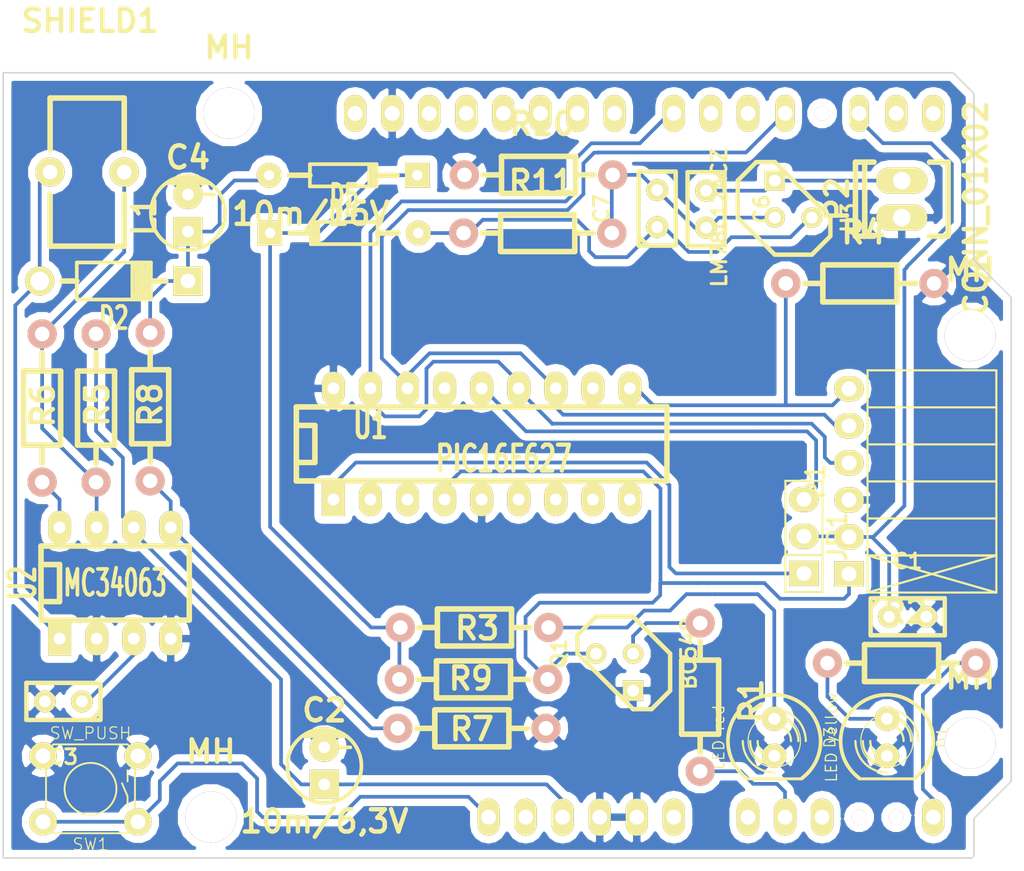
<source format=kicad_pcb>
(kicad_pcb (version 4) (host pcbnew 0.201506252249+5822~23~ubuntu14.04.1-product)

  (general
    (links 70)
    (no_connects 0)
    (area 76.76617 112.4864 180.28383 175.34946)
    (thickness 1.6)
    (drawings 12)
    (tracks 260)
    (zones 0)
    (modules 36)
    (nets 26)
  )

  (page A4)
  (layers
    (0 F.Cu signal)
    (31 B.Cu signal)
    (32 B.Adhes user)
    (33 F.Adhes user)
    (34 B.Paste user)
    (35 F.Paste user)
    (36 B.SilkS user)
    (37 F.SilkS user)
    (38 B.Mask user)
    (39 F.Mask user)
    (40 Dwgs.User user)
    (41 Cmts.User user)
    (42 Eco1.User user)
    (43 Eco2.User user)
    (44 Edge.Cuts user)
    (45 Margin user)
    (46 B.CrtYd user)
    (47 F.CrtYd user)
    (48 B.Fab user)
    (49 F.Fab user)
  )

  (setup
    (last_trace_width 0.254)
    (trace_clearance 0.254)
    (zone_clearance 0.508)
    (zone_45_only no)
    (trace_min 0.254)
    (segment_width 0.2)
    (edge_width 0.1)
    (via_size 0.889)
    (via_drill 0.635)
    (via_min_size 0.889)
    (via_min_drill 0.508)
    (uvia_size 0.508)
    (uvia_drill 0.127)
    (uvias_allowed no)
    (uvia_min_size 0.508)
    (uvia_min_drill 0.127)
    (pcb_text_width 0.3)
    (pcb_text_size 1.5 1.5)
    (mod_edge_width 0.15)
    (mod_text_size 1 1)
    (mod_text_width 0.15)
    (pad_size 2.54 1.324)
    (pad_drill 1.016)
    (pad_to_mask_clearance 0)
    (aux_axis_origin 0 0)
    (visible_elements FFFFFF7F)
    (pcbplotparams
      (layerselection 0x00030_80000001)
      (usegerberextensions false)
      (excludeedgelayer true)
      (linewidth 0.100000)
      (plotframeref false)
      (viasonmask false)
      (mode 1)
      (useauxorigin false)
      (hpglpennumber 1)
      (hpglpenspeed 20)
      (hpglpendiameter 15)
      (hpglpenoverlay 2)
      (psnegative false)
      (psa4output false)
      (plotreference true)
      (plotvalue true)
      (plotinvisibletext false)
      (padsonsilk false)
      (subtractmaskfromsilk false)
      (outputformat 1)
      (mirror false)
      (drillshape 1)
      (scaleselection 1)
      (outputdirectory ""))
  )

  (net 0 "")
  (net 1 "VDD(D2)")
  (net 2 GND)
  (net 3 5V)
  (net 4 "Net-(C3-Pad1)")
  (net 5 "Net-(C4-Pad1)")
  (net 6 "Net-(C5-Pad1)")
  (net 7 "Net-(C6-Pad2)")
  (net 8 "Net-(C7-Pad1)")
  (net 9 "Net-(D1-Pad1)")
  (net 10 "Net-(D2-Pad1)")
  (net 11 "Net-(D3-Pad1)")
  (net 12 13V)
  (net 13 ZIF1)
  (net 14 ZIF14)
  (net 15 "Net-(L1-Pad2)")
  (net 16 VPP)
  (net 17 "DATA(D7)")
  (net 18 "CLK(D4)")
  (net 19 PGM)
  (net 20 "Net-(Q1-Pad2)")
  (net 21 "MCLR(A1)")
  (net 22 "ACTIVITY(A5)")
  (net 23 "Net-(R6-Pad2)")
  (net 24 "Net-(R7-Pad1)")
  (net 25 RESET)

  (net_class Default "This is the default net class."
    (clearance 0.254)
    (trace_width 0.254)
    (via_dia 0.889)
    (via_drill 0.635)
    (uvia_dia 0.508)
    (uvia_drill 0.127)
    (add_net 13V)
    (add_net 5V)
    (add_net "ACTIVITY(A5)")
    (add_net "CLK(D4)")
    (add_net "DATA(D7)")
    (add_net GND)
    (add_net "MCLR(A1)")
    (add_net "Net-(C3-Pad1)")
    (add_net "Net-(C4-Pad1)")
    (add_net "Net-(C5-Pad1)")
    (add_net "Net-(C6-Pad2)")
    (add_net "Net-(C7-Pad1)")
    (add_net "Net-(D1-Pad1)")
    (add_net "Net-(D2-Pad1)")
    (add_net "Net-(D3-Pad1)")
    (add_net "Net-(L1-Pad2)")
    (add_net "Net-(Q1-Pad2)")
    (add_net "Net-(R6-Pad2)")
    (add_net "Net-(R7-Pad1)")
    (add_net PGM)
    (add_net RESET)
    (add_net "VDD(D2)")
    (add_net VPP)
    (add_net ZIF1)
    (add_net ZIF14)
  )

  (module Capacitors_ThroughHole:Capacitor3MMDiscRM2.5 (layer F.Cu) (tedit 5447DAE2) (tstamp 5447DBE6)
    (at 150.2626 155.133)
    (descr Capacitor3MMDiscRM2.5)
    (tags C)
    (path /543FBBF4)
    (fp_text reference C1 (at 0 -3.81) (layer F.SilkS)
      (effects (font (size 1.016 1.016) (thickness 0.2032)))
    )
    (fp_text value 100n (at 0 -2.286) (layer F.SilkS) hide
      (effects (font (size 1.016 1.016) (thickness 0.2032)))
    )
    (fp_line (start -2.4892 -1.27) (end 2.54 -1.27) (layer F.SilkS) (width 0.3048))
    (fp_line (start 2.54 -1.27) (end 2.54 1.27) (layer F.SilkS) (width 0.3048))
    (fp_line (start 2.54 1.27) (end -2.54 1.27) (layer F.SilkS) (width 0.3048))
    (fp_line (start -2.54 1.27) (end -2.54 -1.27) (layer F.SilkS) (width 0.3048))
    (fp_line (start -2.54 -0.635) (end -1.905 -1.27) (layer F.SilkS) (width 0.3048))
    (pad 1 thru_hole circle (at -1.27 0) (size 1.50114 1.50114) (drill 0.8001) (layers *.Cu *.Mask F.SilkS)
      (net 1 "VDD(D2)"))
    (pad 2 thru_hole circle (at 1.27 0) (size 1.50114 1.50114) (drill 0.8001) (layers *.Cu *.Mask F.SilkS)
      (net 2 GND))
    (model discret/Capacitor/Capacitor3MMDiscRM2.5.wrl
      (at (xyz 0 0 0))
      (scale (xyz 1 1 1))
      (rotate (xyz 0 0 0))
    )
  )

  (module Capacitors_ThroughHole:Capacitor5x6RM2.5 (layer F.Cu) (tedit 5447DAE2) (tstamp 544F8227)
    (at 110.283 165.3565)
    (descr "Capacitor, pol, cyl 5x6mm")
    (path /54408434)
    (fp_text reference C2 (at 0 -3.81) (layer F.SilkS)
      (effects (font (thickness 0.3048)))
    )
    (fp_text value 10m/6,3V (at 0 3.81) (layer F.SilkS)
      (effects (font (thickness 0.3048)))
    )
    (fp_line (start 0.889 -1.27) (end 1.778 -1.27) (layer F.SilkS) (width 0.254))
    (fp_line (start 1.016 -2.286) (end -1.016 -2.286) (layer F.SilkS) (width 0.254))
    (fp_line (start -1.016 -2.286) (end -1.016 -2.159) (layer F.SilkS) (width 0.254))
    (fp_line (start -1.016 -2.159) (end 1.016 -2.159) (layer F.SilkS) (width 0.254))
    (fp_line (start -1.524 -2.032) (end 1.524 -2.032) (layer F.SilkS) (width 0.254))
    (fp_circle (center 0 0) (end -2.54 0) (layer F.SilkS) (width 0.254))
    (pad 1 thru_hole rect (at 0 1.27) (size 1.99898 1.99898) (drill 0.8001) (layers *.Cu *.Mask F.SilkS)
      (net 3 5V))
    (pad 2 thru_hole circle (at 0 -1.27) (size 1.99898 1.99898) (drill 0.8001) (layers *.Cu *.Mask F.SilkS)
      (net 2 GND))
    (model discret/Capacitor/cp_5x6mm.wrl
      (at (xyz 0 0 0))
      (scale (xyz 1 1 1))
      (rotate (xyz 0 0 0))
    )
  )

  (module Capacitors_ThroughHole:Capacitor3MMDiscRM2.5 (layer F.Cu) (tedit 5447DAE2) (tstamp 5447DBFD)
    (at 92.4014 160.9369 180)
    (descr Capacitor3MMDiscRM2.5)
    (tags C)
    (path /54407D45)
    (fp_text reference C3 (at 0 -3.81 180) (layer F.SilkS)
      (effects (font (size 1.016 1.016) (thickness 0.2032)))
    )
    (fp_text value 220p (at 0 -2.286 180) (layer F.SilkS) hide
      (effects (font (size 1.016 1.016) (thickness 0.2032)))
    )
    (fp_line (start -2.4892 -1.27) (end 2.54 -1.27) (layer F.SilkS) (width 0.3048))
    (fp_line (start 2.54 -1.27) (end 2.54 1.27) (layer F.SilkS) (width 0.3048))
    (fp_line (start 2.54 1.27) (end -2.54 1.27) (layer F.SilkS) (width 0.3048))
    (fp_line (start -2.54 1.27) (end -2.54 -1.27) (layer F.SilkS) (width 0.3048))
    (fp_line (start -2.54 -0.635) (end -1.905 -1.27) (layer F.SilkS) (width 0.3048))
    (pad 1 thru_hole circle (at -1.27 0 180) (size 1.50114 1.50114) (drill 0.8001) (layers *.Cu *.Mask F.SilkS)
      (net 4 "Net-(C3-Pad1)"))
    (pad 2 thru_hole circle (at 1.27 0 180) (size 1.50114 1.50114) (drill 0.8001) (layers *.Cu *.Mask F.SilkS)
      (net 2 GND))
    (model discret/Capacitor/Capacitor3MMDiscRM2.5.wrl
      (at (xyz 0 0 0))
      (scale (xyz 1 1 1))
      (rotate (xyz 0 0 0))
    )
  )

  (module Capacitors_ThroughHole:Capacitor5x6RM2.5 (layer F.Cu) (tedit 544F6A24) (tstamp 544F6EB6)
    (at 100.9358 127.447)
    (descr "Capacitor, pol, cyl 5x6mm")
    (path /54406B81)
    (fp_text reference C4 (at 0 -3.81) (layer F.SilkS)
      (effects (font (thickness 0.3048)))
    )
    (fp_text value 10m/16V (at 8.4201 0.0508) (layer F.SilkS)
      (effects (font (thickness 0.3048)))
    )
    (fp_line (start 0.889 -1.27) (end 1.778 -1.27) (layer F.SilkS) (width 0.254))
    (fp_line (start 1.016 -2.286) (end -1.016 -2.286) (layer F.SilkS) (width 0.254))
    (fp_line (start -1.016 -2.286) (end -1.016 -2.159) (layer F.SilkS) (width 0.254))
    (fp_line (start -1.016 -2.159) (end 1.016 -2.159) (layer F.SilkS) (width 0.254))
    (fp_line (start -1.524 -2.032) (end 1.524 -2.032) (layer F.SilkS) (width 0.254))
    (fp_circle (center 0 0) (end -2.54 0) (layer F.SilkS) (width 0.254))
    (pad 1 thru_hole rect (at 0 1.27) (size 1.99898 1.99898) (drill 0.8001) (layers *.Cu *.Mask F.SilkS)
      (net 5 "Net-(C4-Pad1)"))
    (pad 2 thru_hole circle (at 0 -1.27) (size 1.99898 1.99898) (drill 0.8001) (layers *.Cu *.Mask F.SilkS)
      (net 2 GND))
    (model discret/Capacitor/cp_5x6mm.wrl
      (at (xyz 0 0 0))
      (scale (xyz 1 1 1))
      (rotate (xyz 0 0 0))
    )
  )

  (module Capacitors_ThroughHole:Capacitor3MMDiscRM2.5 (layer F.Cu) (tedit 5447DAE2) (tstamp 5447DC14)
    (at 136.445 127.18284 270)
    (descr Capacitor3MMDiscRM2.5)
    (tags C)
    (path /5440F98F)
    (fp_text reference C6 (at 0 -3.81 270) (layer F.SilkS)
      (effects (font (size 1.016 1.016) (thickness 0.2032)))
    )
    (fp_text value 100n (at 0 -2.286 270) (layer F.SilkS) hide
      (effects (font (size 1.016 1.016) (thickness 0.2032)))
    )
    (fp_line (start -2.4892 -1.27) (end 2.54 -1.27) (layer F.SilkS) (width 0.3048))
    (fp_line (start 2.54 -1.27) (end 2.54 1.27) (layer F.SilkS) (width 0.3048))
    (fp_line (start 2.54 1.27) (end -2.54 1.27) (layer F.SilkS) (width 0.3048))
    (fp_line (start -2.54 1.27) (end -2.54 -1.27) (layer F.SilkS) (width 0.3048))
    (fp_line (start -2.54 -0.635) (end -1.905 -1.27) (layer F.SilkS) (width 0.3048))
    (pad 1 thru_hole circle (at -1.27 0 270) (size 1.50114 1.50114) (drill 0.8001) (layers *.Cu *.Mask F.SilkS)
      (net 6 "Net-(C5-Pad1)"))
    (pad 2 thru_hole circle (at 1.27 0 270) (size 1.50114 1.50114) (drill 0.8001) (layers *.Cu *.Mask F.SilkS)
      (net 7 "Net-(C6-Pad2)"))
    (model discret/Capacitor/Capacitor3MMDiscRM2.5.wrl
      (at (xyz 0 0 0))
      (scale (xyz 1 1 1))
      (rotate (xyz 0 0 0))
    )
  )

  (module Capacitors_ThroughHole:Capacitor3MMDiscRM2.5 (layer F.Cu) (tedit 5447DAE2) (tstamp 5447DC1F)
    (at 133.0922 127.1422 90)
    (descr Capacitor3MMDiscRM2.5)
    (tags C)
    (path /5440FB1D)
    (fp_text reference C7 (at 0 -3.81 90) (layer F.SilkS)
      (effects (font (size 1.016 1.016) (thickness 0.2032)))
    )
    (fp_text value 100n (at 0 -2.286 90) (layer F.SilkS) hide
      (effects (font (size 1.016 1.016) (thickness 0.2032)))
    )
    (fp_line (start -2.4892 -1.27) (end 2.54 -1.27) (layer F.SilkS) (width 0.3048))
    (fp_line (start 2.54 -1.27) (end 2.54 1.27) (layer F.SilkS) (width 0.3048))
    (fp_line (start 2.54 1.27) (end -2.54 1.27) (layer F.SilkS) (width 0.3048))
    (fp_line (start -2.54 1.27) (end -2.54 -1.27) (layer F.SilkS) (width 0.3048))
    (fp_line (start -2.54 -0.635) (end -1.905 -1.27) (layer F.SilkS) (width 0.3048))
    (pad 1 thru_hole circle (at -1.27 0 90) (size 1.50114 1.50114) (drill 0.8001) (layers *.Cu *.Mask F.SilkS)
      (net 8 "Net-(C7-Pad1)"))
    (pad 2 thru_hole circle (at 1.27 0 90) (size 1.50114 1.50114) (drill 0.8001) (layers *.Cu *.Mask F.SilkS)
      (net 7 "Net-(C6-Pad2)"))
    (model discret/Capacitor/Capacitor3MMDiscRM2.5.wrl
      (at (xyz 0 0 0))
      (scale (xyz 1 1 1))
      (rotate (xyz 0 0 0))
    )
  )

  (module LEDs:LED-5MM (layer F.Cu) (tedit 5447DADF) (tstamp 5447DC2E)
    (at 148.8402 163.4007 270)
    (descr "LED 5mm - Lead pitch 100mil (2,54mm)")
    (tags "LED led 5mm 5MM 100mil 2,54mm")
    (path /543FEB2E)
    (fp_text reference D1 (at 0 -3.81 270) (layer F.SilkS)
      (effects (font (size 0.762 0.762) (thickness 0.0889)))
    )
    (fp_text value "LED yellow" (at 0 3.81 270) (layer F.SilkS)
      (effects (font (size 0.762 0.762) (thickness 0.0889)))
    )
    (fp_line (start 2.8448 1.905) (end 2.8448 -1.905) (layer F.SilkS) (width 0.2032))
    (fp_circle (center 0.254 0) (end -1.016 1.27) (layer F.SilkS) (width 0.0762))
    (fp_arc (start 0.254 0) (end 2.794 1.905) (angle 286.2) (layer F.SilkS) (width 0.254))
    (fp_arc (start 0.254 0) (end -0.889 0) (angle 90) (layer F.SilkS) (width 0.1524))
    (fp_arc (start 0.254 0) (end 1.397 0) (angle 90) (layer F.SilkS) (width 0.1524))
    (fp_arc (start 0.254 0) (end -1.397 0) (angle 90) (layer F.SilkS) (width 0.1524))
    (fp_arc (start 0.254 0) (end 1.905 0) (angle 90) (layer F.SilkS) (width 0.1524))
    (fp_arc (start 0.254 0) (end -1.905 0) (angle 90) (layer F.SilkS) (width 0.1524))
    (fp_arc (start 0.254 0) (end 2.413 0) (angle 90) (layer F.SilkS) (width 0.1524))
    (pad 1 thru_hole circle (at -1.27 0 270) (size 1.6764 1.6764) (drill 0.8128) (layers *.Cu *.Mask F.SilkS)
      (net 9 "Net-(D1-Pad1)"))
    (pad 2 thru_hole circle (at 1.27 0 270) (size 1.6764 1.6764) (drill 0.8128) (layers *.Cu *.Mask F.SilkS)
      (net 2 GND))
    (model discret/leds/led5_vertical_verde.wrl
      (at (xyz 0 0 0))
      (scale (xyz 1 1 1))
      (rotate (xyz 0 0 0))
    )
  )

  (module Diodes_ThroughHole:Diode_DO-41_SOD81_Horizontal_RM10 (layer F.Cu) (tedit 5447DAE0) (tstamp 544F6EA9)
    (at 95.8558 132.1079)
    (descr "Diode, DO-41, SOD81, Horizontal, RM 10mm,")
    (tags "Diode, DO-41, SOD81, Horizontal, RM 10mm, 1N4007, SB140,")
    (path /54407608)
    (fp_text reference D2 (at 0 2.54) (layer F.SilkS)
      (effects (font (size 1.524 1.016) (thickness 0.254)))
    )
    (fp_text value 1N5819 (at -1.016 -3.556) (layer F.SilkS) hide
      (effects (font (size 1.524 1.016) (thickness 0.254)))
    )
    (fp_line (start -2.54 0) (end -3.556 0) (layer F.SilkS) (width 0.381))
    (fp_line (start 2.286 0) (end 3.556 0) (layer F.SilkS) (width 0.381))
    (fp_line (start 2.032 -1.27) (end 2.032 1.27) (layer F.SilkS) (width 0.254))
    (fp_line (start 1.778 -1.27) (end 1.778 1.27) (layer F.SilkS) (width 0.254))
    (fp_line (start 1.524 -1.27) (end 1.524 1.27) (layer F.SilkS) (width 0.254))
    (fp_line (start 2.286 -1.27) (end 2.286 1.27) (layer F.SilkS) (width 0.254))
    (fp_line (start 1.27 -1.27) (end 2.54 1.27) (layer F.SilkS) (width 0.254))
    (fp_line (start 2.54 -1.27) (end 1.27 1.27) (layer F.SilkS) (width 0.254))
    (fp_line (start 1.27 -1.27) (end 1.27 1.27) (layer F.SilkS) (width 0.254))
    (fp_line (start 1.905 -1.27) (end 1.905 1.27) (layer F.SilkS) (width 0.254))
    (fp_line (start 2.54 1.27) (end 2.54 -1.27) (layer F.SilkS) (width 0.254))
    (fp_line (start 2.54 -1.27) (end -2.54 -1.27) (layer F.SilkS) (width 0.254))
    (fp_line (start -2.54 -1.27) (end -2.54 1.27) (layer F.SilkS) (width 0.254))
    (fp_line (start -2.54 1.27) (end 2.54 1.27) (layer F.SilkS) (width 0.254))
    (pad 1 thru_hole circle (at -5.08 0) (size 1.99898 1.99898) (drill 1.27) (layers *.Cu *.Mask F.SilkS)
      (net 10 "Net-(D2-Pad1)"))
    (pad 2 thru_hole rect (at 5.08 0) (size 1.99898 1.99898) (drill 1.00076) (layers *.Cu *.Mask F.SilkS)
      (net 5 "Net-(C4-Pad1)"))
  )

  (module LEDs:LED-5MM (layer F.Cu) (tedit 5447DADF) (tstamp 5447DC51)
    (at 141.1186 163.4007 270)
    (descr "LED 5mm - Lead pitch 100mil (2,54mm)")
    (tags "LED led 5mm 5MM 100mil 2,54mm")
    (path /5440392E)
    (fp_text reference D3 (at 0 -3.81 270) (layer F.SilkS)
      (effects (font (size 0.762 0.762) (thickness 0.0889)))
    )
    (fp_text value "LED red" (at 0 3.81 270) (layer F.SilkS)
      (effects (font (size 0.762 0.762) (thickness 0.0889)))
    )
    (fp_line (start 2.8448 1.905) (end 2.8448 -1.905) (layer F.SilkS) (width 0.2032))
    (fp_circle (center 0.254 0) (end -1.016 1.27) (layer F.SilkS) (width 0.0762))
    (fp_arc (start 0.254 0) (end 2.794 1.905) (angle 286.2) (layer F.SilkS) (width 0.254))
    (fp_arc (start 0.254 0) (end -0.889 0) (angle 90) (layer F.SilkS) (width 0.1524))
    (fp_arc (start 0.254 0) (end 1.397 0) (angle 90) (layer F.SilkS) (width 0.1524))
    (fp_arc (start 0.254 0) (end -1.397 0) (angle 90) (layer F.SilkS) (width 0.1524))
    (fp_arc (start 0.254 0) (end 1.905 0) (angle 90) (layer F.SilkS) (width 0.1524))
    (fp_arc (start 0.254 0) (end -1.905 0) (angle 90) (layer F.SilkS) (width 0.1524))
    (fp_arc (start 0.254 0) (end 2.413 0) (angle 90) (layer F.SilkS) (width 0.1524))
    (pad 1 thru_hole circle (at -1.27 0 270) (size 1.6764 1.6764) (drill 0.8128) (layers *.Cu *.Mask F.SilkS)
      (net 11 "Net-(D3-Pad1)"))
    (pad 2 thru_hole circle (at 1.27 0 270) (size 1.6764 1.6764) (drill 0.8128) (layers *.Cu *.Mask F.SilkS)
      (net 2 GND))
    (model discret/leds/led5_vertical_verde.wrl
      (at (xyz 0 0 0))
      (scale (xyz 1 1 1))
      (rotate (xyz 0 0 0))
    )
  )

  (module Diodes_ThroughHole:Diode_DO-35_SOD27_Horizontal_RM10 (layer F.Cu) (tedit 5447DAE0) (tstamp 544F6E77)
    (at 111.5784 124.8562)
    (descr "Diode, DO-35,  SOD27, Horizontal, RM 10mm")
    (tags "Diode, DO-35, SOD27, Horizontal, RM 10mm, 1N4148,")
    (path /5440CBFC)
    (fp_text reference D4 (at 0 2.54) (layer F.SilkS)
      (effects (font (size 1.524 1.016) (thickness 0.254)))
    )
    (fp_text value DIODE (at -1.016 -3.556) (layer F.SilkS) hide
      (effects (font (size 1.524 1.016) (thickness 0.254)))
    )
    (fp_line (start -2.286 0) (end -3.683 0) (layer F.SilkS) (width 0.381))
    (fp_line (start 2.159 0) (end 3.683 0) (layer F.SilkS) (width 0.381))
    (fp_line (start 1.778 -0.762) (end 1.778 0.762) (layer F.SilkS) (width 0.254))
    (fp_line (start 2.032 -0.762) (end 2.032 0.762) (layer F.SilkS) (width 0.254))
    (fp_line (start 2.286 0) (end 2.286 0.762) (layer F.SilkS) (width 0.254))
    (fp_line (start 2.286 0.762) (end -2.286 0.762) (layer F.SilkS) (width 0.254))
    (fp_line (start -2.286 0.762) (end -2.286 -0.762) (layer F.SilkS) (width 0.254))
    (fp_line (start -2.286 -0.762) (end 2.286 -0.762) (layer F.SilkS) (width 0.254))
    (fp_line (start 2.286 -0.762) (end 2.286 0) (layer F.SilkS) (width 0.254))
    (pad 1 thru_hole circle (at -5.08 0) (size 1.69926 1.69926) (drill 0.70104) (layers *.Cu *.Mask F.SilkS)
      (net 5 "Net-(C4-Pad1)"))
    (pad 2 thru_hole rect (at 5.08 0) (size 1.69926 1.69926) (drill 0.70104) (layers *.Cu *.Mask F.SilkS)
      (net 12 13V))
    (model discret/diode.wrl
      (at (xyz 0 0 0))
      (scale (xyz 0.4 0.4 0.4))
      (rotate (xyz 0 0 0))
    )
  )

  (module Diodes_ThroughHole:Diode_DO-35_SOD27_Horizontal_RM10 (layer F.Cu) (tedit 5447DAE0) (tstamp 544F6E87)
    (at 111.64444 128.8186 180)
    (descr "Diode, DO-35,  SOD27, Horizontal, RM 10mm")
    (tags "Diode, DO-35, SOD27, Horizontal, RM 10mm, 1N4148,")
    (path /5440D1E5)
    (fp_text reference D5 (at 0 2.54 180) (layer F.SilkS)
      (effects (font (size 1.524 1.016) (thickness 0.254)))
    )
    (fp_text value DIODE (at -1.016 -3.556 180) (layer F.SilkS) hide
      (effects (font (size 1.524 1.016) (thickness 0.254)))
    )
    (fp_line (start -2.286 0) (end -3.683 0) (layer F.SilkS) (width 0.381))
    (fp_line (start 2.159 0) (end 3.683 0) (layer F.SilkS) (width 0.381))
    (fp_line (start 1.778 -0.762) (end 1.778 0.762) (layer F.SilkS) (width 0.254))
    (fp_line (start 2.032 -0.762) (end 2.032 0.762) (layer F.SilkS) (width 0.254))
    (fp_line (start 2.286 0) (end 2.286 0.762) (layer F.SilkS) (width 0.254))
    (fp_line (start 2.286 0.762) (end -2.286 0.762) (layer F.SilkS) (width 0.254))
    (fp_line (start -2.286 0.762) (end -2.286 -0.762) (layer F.SilkS) (width 0.254))
    (fp_line (start -2.286 -0.762) (end 2.286 -0.762) (layer F.SilkS) (width 0.254))
    (fp_line (start 2.286 -0.762) (end 2.286 0) (layer F.SilkS) (width 0.254))
    (pad 1 thru_hole circle (at -5.08 0 180) (size 1.69926 1.69926) (drill 0.70104) (layers *.Cu *.Mask F.SilkS)
      (net 8 "Net-(C7-Pad1)"))
    (pad 2 thru_hole rect (at 5.08 0 180) (size 1.69926 1.69926) (drill 0.70104) (layers *.Cu *.Mask F.SilkS)
      (net 12 13V))
    (model discret/diode.wrl
      (at (xyz 0 0 0))
      (scale (xyz 0.4 0.4 0.4))
      (rotate (xyz 0 0 0))
    )
  )

  (module Socket_Strips:Socket_Strip_Straight_1x03 (layer F.Cu) (tedit 5447DADE) (tstamp 544F801C)
    (at 143.1506 149.6212 270)
    (descr "Through hole socket strip")
    (tags "socket strip")
    (path /543FB7B3)
    (fp_text reference JP1 (at 0 -2.286 270) (layer F.SilkS)
      (effects (font (size 1.27 1.27) (thickness 0.2032)))
    )
    (fp_text value JUMPER3 (at 0 0 270) (layer F.SilkS) hide
      (effects (font (size 1.27 1.27) (thickness 0.2032)))
    )
    (fp_line (start 1.27 1.27) (end -3.81 1.27) (layer F.SilkS) (width 0.15))
    (fp_line (start -3.81 1.27) (end -3.81 -1.27) (layer F.SilkS) (width 0.15))
    (fp_line (start -3.81 -1.27) (end 1.27 -1.27) (layer F.SilkS) (width 0.15))
    (fp_line (start 3.81 -1.27) (end 1.27 -1.27) (layer F.SilkS) (width 0.15))
    (fp_line (start 1.27 -1.27) (end 1.27 1.27) (layer F.SilkS) (width 0.15))
    (fp_line (start 3.81 -1.27) (end 3.81 1.27) (layer F.SilkS) (width 0.15))
    (fp_line (start 3.81 1.27) (end 1.27 1.27) (layer F.SilkS) (width 0.15))
    (pad 1 thru_hole rect (at 2.54 0 90) (size 1.7272 2.032) (drill 1.016) (layers *.Cu *.Mask F.SilkS)
      (net 13 ZIF1))
    (pad 2 thru_hole oval (at 0 0 90) (size 1.7272 2.032) (drill 1.016) (layers *.Cu *.Mask F.SilkS)
      (net 1 "VDD(D2)"))
    (pad 3 thru_hole oval (at -2.54 0 90) (size 1.7272 2.032) (drill 1.016) (layers *.Cu *.Mask F.SilkS)
      (net 14 ZIF14))
    (model Socket_Strips/Socket_Strip_Straight_1x03.wrl
      (at (xyz 0 0 0))
      (scale (xyz 1 1 1))
      (rotate (xyz 0 0 0))
    )
  )

  (module Choke_Toroid_ThroughHole:Choke_Toroid_5x10mm_Vertical (layer F.Cu) (tedit 544F6A29) (tstamp 5447DC8B)
    (at 91.487 119.5603 270)
    (descr "Toroid, Coil, Choke,  5mm x 10mm, Vertical, Inductor, Drossel, Thruhole,")
    (tags "Toroid, Coil, Choke, 5mm x 10mm, Vertical, Inductor, Drossel, Thruhole,")
    (path /54408FD8)
    (fp_text reference L1 (at 8.0899 -6.4516 270) (layer F.SilkS)
      (effects (font (thickness 0.3048)))
    )
    (fp_text value 220uH (at 6.35 2.54 270) (layer F.SilkS) hide
      (effects (font (size 1.50114 1.50114) (thickness 0.20066)))
    )
    (fp_line (start 0 0) (end 3.556 0) (layer F.SilkS) (width 0.381))
    (fp_line (start 0 -5.08) (end 3.556 -5.08) (layer F.SilkS) (width 0.381))
    (fp_line (start 7.62 0) (end 6.604 0) (layer F.SilkS) (width 0.381))
    (fp_line (start 7.62 -5.08) (end 6.604 -5.08) (layer F.SilkS) (width 0.381))
    (fp_line (start 10.16 0) (end 7.62 0) (layer F.SilkS) (width 0.381))
    (fp_line (start 10.16 -5.08) (end 7.62 -5.08) (layer F.SilkS) (width 0.381))
    (fp_line (start 10.16 0) (end 10.16 -5.08) (layer F.SilkS) (width 0.381))
    (fp_line (start 0 -5.08) (end 0 0) (layer F.SilkS) (width 0.381))
    (pad 1 thru_hole circle (at 5.08 0 270) (size 1.99898 1.99898) (drill 1.00076) (layers *.Cu *.Mask F.SilkS)
      (net 10 "Net-(D2-Pad1)"))
    (pad 2 thru_hole circle (at 5.08 -5.08 270) (size 1.99898 1.99898) (drill 1.00076) (layers *.Cu *.Mask F.SilkS)
      (net 15 "Net-(L1-Pad2)"))
  )

  (module Socket_Strips:Socket_Strip_Angled_1x06 (layer F.Cu) (tedit 5447DADE) (tstamp 5447DCAB)
    (at 146.23924 145.85184 270)
    (descr "Through hole socket strip")
    (tags "socket strip")
    (path /543FBD05)
    (fp_text reference P1 (at 0 2.286 270) (layer F.SilkS)
      (effects (font (size 1.27 1.27) (thickness 0.2032)))
    )
    (fp_text value CONN_01X06 (at 0 0 270) (layer F.SilkS) hide
      (effects (font (size 1.27 1.27) (thickness 0.2032)))
    )
    (fp_line (start -7.62 -10.1) (end -7.62 -1.27) (layer F.SilkS) (width 0.15))
    (fp_line (start -5.08 -10.1) (end -7.62 -10.1) (layer F.SilkS) (width 0.15))
    (fp_line (start -5.08 -1.27) (end -7.62 -1.27) (layer F.SilkS) (width 0.15))
    (fp_line (start -2.54 -1.27) (end -5.08 -1.27) (layer F.SilkS) (width 0.15))
    (fp_line (start -2.54 -10.1) (end -5.08 -10.1) (layer F.SilkS) (width 0.15))
    (fp_line (start -5.08 -10.1) (end -5.08 -1.27) (layer F.SilkS) (width 0.15))
    (fp_line (start -2.54 -10.1) (end -2.54 -1.27) (layer F.SilkS) (width 0.15))
    (fp_line (start 0 -10.1) (end -2.54 -10.1) (layer F.SilkS) (width 0.15))
    (fp_line (start 0 -1.27) (end -2.54 -1.27) (layer F.SilkS) (width 0.15))
    (fp_line (start 2.54 -1.27) (end 0 -1.27) (layer F.SilkS) (width 0.15))
    (fp_line (start 2.54 -10.1) (end 0 -10.1) (layer F.SilkS) (width 0.15))
    (fp_line (start 0 -10.1) (end 0 -1.27) (layer F.SilkS) (width 0.15))
    (fp_line (start 2.54 -10.1) (end 2.54 -1.27) (layer F.SilkS) (width 0.15))
    (fp_line (start 5.08 -10.1) (end 2.54 -10.1) (layer F.SilkS) (width 0.15))
    (fp_line (start 5.08 -1.27) (end 5.08 -10.1) (layer F.SilkS) (width 0.15))
    (fp_line (start 5.08 -1.27) (end 2.54 -1.27) (layer F.SilkS) (width 0.15))
    (fp_line (start 7.62 -1.27) (end 5.08 -1.27) (layer F.SilkS) (width 0.15))
    (fp_line (start 7.62 -1.27) (end 5.08 -10.1) (layer F.SilkS) (width 0.15))
    (fp_line (start 7.62 -10.1) (end 5.08 -1.27) (layer F.SilkS) (width 0.15))
    (fp_line (start 7.62 -1.27) (end 7.62 -10.1) (layer F.SilkS) (width 0.15))
    (fp_line (start 7.62 -10.1) (end 5.08 -10.1) (layer F.SilkS) (width 0.15))
    (fp_line (start 5.08 -10.1) (end 5.08 -1.27) (layer F.SilkS) (width 0.15))
    (pad 1 thru_hole rect (at 6.35 0 90) (size 1.7272 2.032) (drill 1.016) (layers *.Cu *.Mask F.SilkS)
      (net 16 VPP))
    (pad 2 thru_hole oval (at 3.81 0 90) (size 1.7272 2.032) (drill 1.016) (layers *.Cu *.Mask F.SilkS)
      (net 1 "VDD(D2)"))
    (pad 3 thru_hole oval (at 1.27 0 90) (size 1.7272 2.032) (drill 1.016) (layers *.Cu *.Mask F.SilkS)
      (net 2 GND))
    (pad 4 thru_hole oval (at -1.27 0 90) (size 1.7272 2.032) (drill 1.016) (layers *.Cu *.Mask F.SilkS)
      (net 17 "DATA(D7)"))
    (pad 5 thru_hole oval (at -3.81 0 90) (size 1.7272 2.032) (drill 1.016) (layers *.Cu *.Mask F.SilkS)
      (net 18 "CLK(D4)"))
    (pad 6 thru_hole oval (at -6.35 0 90) (size 1.7272 2.032) (drill 1.016) (layers *.Cu *.Mask F.SilkS)
      (net 19 PGM))
    (model Socket_Strips/Socket_Strip_Angled_1x06.wrl
      (at (xyz 0 0 0))
      (scale (xyz 1 1 1))
      (rotate (xyz 0 0 0))
    )
  )

  (module Sockets_MOLEX_KK-System:Socket_MOLEX-KK-RM2-54mm_Lock_2pin_straight (layer F.Cu) (tedit 5447DADC) (tstamp 5447DCBB)
    (at 149.8562 126.4945 90)
    (descr "Socket, MOLEX, KK, RM 2.54mm, Lock, 2pin, straight,")
    (tags "Socket, MOLEX, KK, RM 2.54mm, Lock, 2pin, straight,")
    (path /5440F887)
    (fp_text reference P2 (at 0 -4.445 90) (layer F.SilkS)
      (effects (font (thickness 0.3048)))
    )
    (fp_text value CONN_01X02 (at -0.635 5.08 90) (layer F.SilkS)
      (effects (font (thickness 0.3048)))
    )
    (fp_line (start -2.54 -2.54) (end 2.54 -2.54) (layer F.SilkS) (width 0.381))
    (fp_line (start 2.54 3.175) (end 2.54 1.905) (layer F.SilkS) (width 0.381))
    (fp_line (start 2.54 -2.54) (end 2.54 -1.905) (layer F.SilkS) (width 0.381))
    (fp_line (start -2.54 2.54) (end -2.54 1.905) (layer F.SilkS) (width 0.381))
    (fp_line (start -2.54 -2.54) (end -2.54 -1.905) (layer F.SilkS) (width 0.381))
    (fp_line (start -2.54 -2.54) (end -2.54 -3.175) (layer F.SilkS) (width 0.381))
    (fp_line (start -2.54 -3.175) (end 2.54 -3.175) (layer F.SilkS) (width 0.381))
    (fp_line (start 2.54 -3.175) (end 2.54 -2.54) (layer F.SilkS) (width 0.381))
    (fp_line (start 2.54 3.175) (end -2.54 3.175) (layer F.SilkS) (width 0.381))
    (fp_line (start -2.54 3.175) (end -2.54 2.54) (layer F.SilkS) (width 0.381))
    (pad 1 thru_hole oval (at -1.27 0 90) (size 1.80086 3.50012) (drill 1.19888) (layers *.Cu *.Mask F.SilkS)
      (net 2 GND))
    (pad 2 thru_hole oval (at 1.27 0 90) (size 1.80086 3.50012) (drill 1.19888) (layers *.Cu *.Mask F.SilkS)
      (net 6 "Net-(C5-Pad1)"))
  )

  (module Discret:TO92-123 (layer F.Cu) (tedit 5447DAE0) (tstamp 5447DCCA)
    (at 130.1712 158.92776 270)
    (descr "Transistor TO92 brochage type BC237")
    (tags "TR TO92")
    (path /543FCCA5)
    (fp_text reference Q1 (at -1.27 3.81 270) (layer F.SilkS)
      (effects (font (size 1.016 1.016) (thickness 0.2032)))
    )
    (fp_text value BC548 (at -1.27 -5.08 270) (layer F.SilkS)
      (effects (font (size 1.016 1.016) (thickness 0.2032)))
    )
    (fp_line (start -1.27 2.54) (end 2.54 -1.27) (layer F.SilkS) (width 0.3048))
    (fp_line (start 2.54 -1.27) (end 2.54 -2.54) (layer F.SilkS) (width 0.3048))
    (fp_line (start 2.54 -2.54) (end 1.27 -3.81) (layer F.SilkS) (width 0.3048))
    (fp_line (start 1.27 -3.81) (end -1.27 -3.81) (layer F.SilkS) (width 0.3048))
    (fp_line (start -1.27 -3.81) (end -3.81 -1.27) (layer F.SilkS) (width 0.3048))
    (fp_line (start -3.81 -1.27) (end -3.81 1.27) (layer F.SilkS) (width 0.3048))
    (fp_line (start -3.81 1.27) (end -2.54 2.54) (layer F.SilkS) (width 0.3048))
    (fp_line (start -2.54 2.54) (end -1.27 2.54) (layer F.SilkS) (width 0.3048))
    (pad 3 thru_hole rect (at 1.27 -1.27 270) (size 1.397 1.397) (drill 0.8128) (layers *.Cu *.Mask F.SilkS)
      (net 2 GND))
    (pad 2 thru_hole circle (at -1.27 -1.27 270) (size 1.397 1.397) (drill 0.8128) (layers *.Cu *.Mask F.SilkS)
      (net 20 "Net-(Q1-Pad2)"))
    (pad 1 thru_hole circle (at -1.27 1.27 270) (size 1.397 1.397) (drill 0.8128) (layers *.Cu *.Mask F.SilkS)
      (net 16 VPP))
    (model discret/to98.wrl
      (at (xyz 0 0 0))
      (scale (xyz 1 1 1))
      (rotate (xyz 0 0 0))
    )
  )

  (module Resistors_ThroughHole:Resistor_Horizontal_RM10mm (layer F.Cu) (tedit 53F56209) (tstamp 5447DCD6)
    (at 136.0386 160.6448 270)
    (descr "Resistor, Axial,  RM 10mm, 1/3W,")
    (tags "Resistor, Axial, RM 10mm, 1/3W,")
    (path /543FCDA2)
    (fp_text reference R1 (at 0.24892 -3.50012 270) (layer F.SilkS)
      (effects (font (thickness 0.3048)))
    )
    (fp_text value 4k7 (at 3.81 3.81 270) (layer F.SilkS) hide
      (effects (font (size 1.50114 1.50114) (thickness 0.20066)))
    )
    (fp_line (start -2.54 -1.27) (end 2.54 -1.27) (layer F.SilkS) (width 0.381))
    (fp_line (start 2.54 -1.27) (end 2.54 1.27) (layer F.SilkS) (width 0.381))
    (fp_line (start 2.54 1.27) (end -2.54 1.27) (layer F.SilkS) (width 0.381))
    (fp_line (start -2.54 1.27) (end -2.54 -1.27) (layer F.SilkS) (width 0.381))
    (fp_line (start -2.54 0) (end -3.81 0) (layer F.SilkS) (width 0.381))
    (fp_line (start 2.54 0) (end 3.81 0) (layer F.SilkS) (width 0.381))
    (pad 1 thru_hole circle (at -5.08 0 270) (size 1.99898 1.99898) (drill 1.00076) (layers *.Cu *.SilkS *.Mask)
      (net 20 "Net-(Q1-Pad2)"))
    (pad 2 thru_hole circle (at 5.08 0 270) (size 1.99898 1.99898) (drill 1.00076) (layers *.Cu *.SilkS *.Mask)
      (net 21 "MCLR(A1)"))
    (model discret/resistor_10mm.wrl
      (at (xyz 0 0 0))
      (scale (xyz 0.4 0.4 0.4))
      (rotate (xyz 0 0 0))
    )
  )

  (module Resistors_ThroughHole:Resistor_Horizontal_RM10mm (layer F.Cu) (tedit 53F56209) (tstamp 5447DCE2)
    (at 149.8435 158.308)
    (descr "Resistor, Axial,  RM 10mm, 1/3W,")
    (tags "Resistor, Axial, RM 10mm, 1/3W,")
    (path /543FEABB)
    (fp_text reference R2 (at 0.24892 -3.50012) (layer F.SilkS)
      (effects (font (thickness 0.3048)))
    )
    (fp_text value 220 (at 3.81 3.81) (layer F.SilkS) hide
      (effects (font (size 1.50114 1.50114) (thickness 0.20066)))
    )
    (fp_line (start -2.54 -1.27) (end 2.54 -1.27) (layer F.SilkS) (width 0.381))
    (fp_line (start 2.54 -1.27) (end 2.54 1.27) (layer F.SilkS) (width 0.381))
    (fp_line (start 2.54 1.27) (end -2.54 1.27) (layer F.SilkS) (width 0.381))
    (fp_line (start -2.54 1.27) (end -2.54 -1.27) (layer F.SilkS) (width 0.381))
    (fp_line (start -2.54 0) (end -3.81 0) (layer F.SilkS) (width 0.381))
    (fp_line (start 2.54 0) (end 3.81 0) (layer F.SilkS) (width 0.381))
    (pad 1 thru_hole circle (at -5.08 0) (size 1.99898 1.99898) (drill 1.00076) (layers *.Cu *.SilkS *.Mask)
      (net 9 "Net-(D1-Pad1)"))
    (pad 2 thru_hole circle (at 5.08 0) (size 1.99898 1.99898) (drill 1.00076) (layers *.Cu *.SilkS *.Mask)
      (net 22 "ACTIVITY(A5)"))
    (model discret/resistor_10mm.wrl
      (at (xyz 0 0 0))
      (scale (xyz 0.4 0.4 0.4))
      (rotate (xyz 0 0 0))
    )
  )

  (module Resistors_ThroughHole:Resistor_Horizontal_RM10mm (layer F.Cu) (tedit 53F56209) (tstamp 5447DCEE)
    (at 120.5065 159.4256)
    (descr "Resistor, Axial,  RM 10mm, 1/3W,")
    (tags "Resistor, Axial, RM 10mm, 1/3W,")
    (path /543FCC61)
    (fp_text reference R3 (at 0.24892 -3.50012) (layer F.SilkS)
      (effects (font (thickness 0.3048)))
    )
    (fp_text value 10k (at 3.81 3.81) (layer F.SilkS) hide
      (effects (font (size 1.50114 1.50114) (thickness 0.20066)))
    )
    (fp_line (start -2.54 -1.27) (end 2.54 -1.27) (layer F.SilkS) (width 0.381))
    (fp_line (start 2.54 -1.27) (end 2.54 1.27) (layer F.SilkS) (width 0.381))
    (fp_line (start 2.54 1.27) (end -2.54 1.27) (layer F.SilkS) (width 0.381))
    (fp_line (start -2.54 1.27) (end -2.54 -1.27) (layer F.SilkS) (width 0.381))
    (fp_line (start -2.54 0) (end -3.81 0) (layer F.SilkS) (width 0.381))
    (fp_line (start 2.54 0) (end 3.81 0) (layer F.SilkS) (width 0.381))
    (pad 1 thru_hole circle (at -5.08 0) (size 1.99898 1.99898) (drill 1.00076) (layers *.Cu *.SilkS *.Mask)
      (net 12 13V))
    (pad 2 thru_hole circle (at 5.08 0) (size 1.99898 1.99898) (drill 1.00076) (layers *.Cu *.SilkS *.Mask)
      (net 16 VPP))
    (model discret/resistor_10mm.wrl
      (at (xyz 0 0 0))
      (scale (xyz 0.4 0.4 0.4))
      (rotate (xyz 0 0 0))
    )
  )

  (module Resistors_ThroughHole:Resistor_Horizontal_RM10mm (layer F.Cu) (tedit 53F56209) (tstamp 5447DCFA)
    (at 146.986 132.273)
    (descr "Resistor, Axial,  RM 10mm, 1/3W,")
    (tags "Resistor, Axial, RM 10mm, 1/3W,")
    (path /543FCB5E)
    (fp_text reference R4 (at 0.24892 -3.50012) (layer F.SilkS)
      (effects (font (thickness 0.3048)))
    )
    (fp_text value 4k7 (at 3.81 3.81) (layer F.SilkS) hide
      (effects (font (size 1.50114 1.50114) (thickness 0.20066)))
    )
    (fp_line (start -2.54 -1.27) (end 2.54 -1.27) (layer F.SilkS) (width 0.381))
    (fp_line (start 2.54 -1.27) (end 2.54 1.27) (layer F.SilkS) (width 0.381))
    (fp_line (start 2.54 1.27) (end -2.54 1.27) (layer F.SilkS) (width 0.381))
    (fp_line (start -2.54 1.27) (end -2.54 -1.27) (layer F.SilkS) (width 0.381))
    (fp_line (start -2.54 0) (end -3.81 0) (layer F.SilkS) (width 0.381))
    (fp_line (start 2.54 0) (end 3.81 0) (layer F.SilkS) (width 0.381))
    (pad 1 thru_hole circle (at -5.08 0) (size 1.99898 1.99898) (drill 1.00076) (layers *.Cu *.SilkS *.Mask)
      (net 19 PGM))
    (pad 2 thru_hole circle (at 5.08 0) (size 1.99898 1.99898) (drill 1.00076) (layers *.Cu *.SilkS *.Mask)
      (net 2 GND))
    (model discret/resistor_10mm.wrl
      (at (xyz 0 0 0))
      (scale (xyz 0.4 0.4 0.4))
      (rotate (xyz 0 0 0))
    )
  )

  (module Resistors_ThroughHole:Resistor_Horizontal_RM10mm (layer F.Cu) (tedit 558D6788) (tstamp 5447DD06)
    (at 94.6366 140.8201 270)
    (descr "Resistor, Axial,  RM 10mm, 1/3W,")
    (tags "Resistor, Axial, RM 10mm, 1/3W,")
    (path /54408974)
    (fp_text reference R5 (at -0.2311 -0.08 270) (layer F.SilkS)
      (effects (font (thickness 0.3048)))
    )
    (fp_text value 2R2 (at 3.81 3.81 270) (layer F.SilkS) hide
      (effects (font (size 1.50114 1.50114) (thickness 0.20066)))
    )
    (fp_line (start -2.54 -1.27) (end 2.54 -1.27) (layer F.SilkS) (width 0.381))
    (fp_line (start 2.54 -1.27) (end 2.54 1.27) (layer F.SilkS) (width 0.381))
    (fp_line (start 2.54 1.27) (end -2.54 1.27) (layer F.SilkS) (width 0.381))
    (fp_line (start -2.54 1.27) (end -2.54 -1.27) (layer F.SilkS) (width 0.381))
    (fp_line (start -2.54 0) (end -3.81 0) (layer F.SilkS) (width 0.381))
    (fp_line (start 2.54 0) (end 3.81 0) (layer F.SilkS) (width 0.381))
    (pad 1 thru_hole circle (at -5.08 0 270) (size 1.99898 1.99898) (drill 1.00076) (layers *.Cu *.SilkS *.Mask)
      (net 3 5V))
    (pad 2 thru_hole circle (at 5.08 0 270) (size 1.99898 1.99898) (drill 1.00076) (layers *.Cu *.SilkS *.Mask)
      (net 15 "Net-(L1-Pad2)"))
    (model discret/resistor_10mm.wrl
      (at (xyz 0 0 0))
      (scale (xyz 0.4 0.4 0.4))
      (rotate (xyz 0 0 0))
    )
  )

  (module Resistors_ThroughHole:Resistor_Horizontal_RM10mm (layer F.Cu) (tedit 558D6781) (tstamp 5447DD12)
    (at 90.9409 140.8201 270)
    (descr "Resistor, Axial,  RM 10mm, 1/3W,")
    (tags "Resistor, Axial, RM 10mm, 1/3W,")
    (path /54407870)
    (fp_text reference R6 (at -0.1803 -0.0419 270) (layer F.SilkS)
      (effects (font (thickness 0.3048)))
    )
    (fp_text value 180R (at 3.81 3.81 270) (layer F.SilkS) hide
      (effects (font (size 1.50114 1.50114) (thickness 0.20066)))
    )
    (fp_line (start -2.54 -1.27) (end 2.54 -1.27) (layer F.SilkS) (width 0.381))
    (fp_line (start 2.54 -1.27) (end 2.54 1.27) (layer F.SilkS) (width 0.381))
    (fp_line (start 2.54 1.27) (end -2.54 1.27) (layer F.SilkS) (width 0.381))
    (fp_line (start -2.54 1.27) (end -2.54 -1.27) (layer F.SilkS) (width 0.381))
    (fp_line (start -2.54 0) (end -3.81 0) (layer F.SilkS) (width 0.381))
    (fp_line (start 2.54 0) (end 3.81 0) (layer F.SilkS) (width 0.381))
    (pad 1 thru_hole circle (at -5.08 0 270) (size 1.99898 1.99898) (drill 1.00076) (layers *.Cu *.SilkS *.Mask)
      (net 15 "Net-(L1-Pad2)"))
    (pad 2 thru_hole circle (at 5.08 0 270) (size 1.99898 1.99898) (drill 1.00076) (layers *.Cu *.SilkS *.Mask)
      (net 23 "Net-(R6-Pad2)"))
    (model discret/resistor_10mm.wrl
      (at (xyz 0 0 0))
      (scale (xyz 0.4 0.4 0.4))
      (rotate (xyz 0 0 0))
    )
  )

  (module Resistors_ThroughHole:Resistor_Horizontal_RM10mm (layer F.Cu) (tedit 558D6774) (tstamp 5447DD1E)
    (at 120.3922 162.78348)
    (descr "Resistor, Axial,  RM 10mm, 1/3W,")
    (tags "Resistor, Axial, RM 10mm, 1/3W,")
    (path /54406898)
    (fp_text reference R7 (at 0.0038 0.05592) (layer F.SilkS)
      (effects (font (thickness 0.3048)))
    )
    (fp_text value 1k5 (at 3.81 3.81) (layer F.SilkS) hide
      (effects (font (size 1.50114 1.50114) (thickness 0.20066)))
    )
    (fp_line (start -2.54 -1.27) (end 2.54 -1.27) (layer F.SilkS) (width 0.381))
    (fp_line (start 2.54 -1.27) (end 2.54 1.27) (layer F.SilkS) (width 0.381))
    (fp_line (start 2.54 1.27) (end -2.54 1.27) (layer F.SilkS) (width 0.381))
    (fp_line (start -2.54 1.27) (end -2.54 -1.27) (layer F.SilkS) (width 0.381))
    (fp_line (start -2.54 0) (end -3.81 0) (layer F.SilkS) (width 0.381))
    (fp_line (start 2.54 0) (end 3.81 0) (layer F.SilkS) (width 0.381))
    (pad 1 thru_hole circle (at -5.08 0) (size 1.99898 1.99898) (drill 1.00076) (layers *.Cu *.SilkS *.Mask)
      (net 24 "Net-(R7-Pad1)"))
    (pad 2 thru_hole circle (at 5.08 0) (size 1.99898 1.99898) (drill 1.00076) (layers *.Cu *.SilkS *.Mask)
      (net 2 GND))
    (model discret/resistor_10mm.wrl
      (at (xyz 0 0 0))
      (scale (xyz 0.4 0.4 0.4))
      (rotate (xyz 0 0 0))
    )
  )

  (module Resistors_ThroughHole:Resistor_Horizontal_RM10mm (layer F.Cu) (tedit 558D678B) (tstamp 5447DD2A)
    (at 98.345 140.7312 270)
    (descr "Resistor, Axial,  RM 10mm, 1/3W,")
    (tags "Resistor, Axial, RM 10mm, 1/3W,")
    (path /544068DB)
    (fp_text reference R8 (at -0.1422 -0.0038 270) (layer F.SilkS)
      (effects (font (thickness 0.3048)))
    )
    (fp_text value 15k (at 3.81 3.81 270) (layer F.SilkS) hide
      (effects (font (size 1.50114 1.50114) (thickness 0.20066)))
    )
    (fp_line (start -2.54 -1.27) (end 2.54 -1.27) (layer F.SilkS) (width 0.381))
    (fp_line (start 2.54 -1.27) (end 2.54 1.27) (layer F.SilkS) (width 0.381))
    (fp_line (start 2.54 1.27) (end -2.54 1.27) (layer F.SilkS) (width 0.381))
    (fp_line (start -2.54 1.27) (end -2.54 -1.27) (layer F.SilkS) (width 0.381))
    (fp_line (start -2.54 0) (end -3.81 0) (layer F.SilkS) (width 0.381))
    (fp_line (start 2.54 0) (end 3.81 0) (layer F.SilkS) (width 0.381))
    (pad 1 thru_hole circle (at -5.08 0 270) (size 1.99898 1.99898) (drill 1.00076) (layers *.Cu *.SilkS *.Mask)
      (net 5 "Net-(C4-Pad1)"))
    (pad 2 thru_hole circle (at 5.08 0 270) (size 1.99898 1.99898) (drill 1.00076) (layers *.Cu *.SilkS *.Mask)
      (net 24 "Net-(R7-Pad1)"))
    (model discret/resistor_10mm.wrl
      (at (xyz 0 0 0))
      (scale (xyz 0.4 0.4 0.4))
      (rotate (xyz 0 0 0))
    )
  )

  (module Resistors_ThroughHole:Resistor_Horizontal_RM10mm (layer F.Cu) (tedit 53F56209) (tstamp 544F7C36)
    (at 120.57 155.8696 180)
    (descr "Resistor, Axial,  RM 10mm, 1/3W,")
    (tags "Resistor, Axial, RM 10mm, 1/3W,")
    (path /544037E6)
    (fp_text reference R9 (at 0.24892 -3.50012 180) (layer F.SilkS)
      (effects (font (thickness 0.3048)))
    )
    (fp_text value 1k (at 3.81 3.81 180) (layer F.SilkS) hide
      (effects (font (size 1.50114 1.50114) (thickness 0.20066)))
    )
    (fp_line (start -2.54 -1.27) (end 2.54 -1.27) (layer F.SilkS) (width 0.381))
    (fp_line (start 2.54 -1.27) (end 2.54 1.27) (layer F.SilkS) (width 0.381))
    (fp_line (start 2.54 1.27) (end -2.54 1.27) (layer F.SilkS) (width 0.381))
    (fp_line (start -2.54 1.27) (end -2.54 -1.27) (layer F.SilkS) (width 0.381))
    (fp_line (start -2.54 0) (end -3.81 0) (layer F.SilkS) (width 0.381))
    (fp_line (start 2.54 0) (end 3.81 0) (layer F.SilkS) (width 0.381))
    (pad 1 thru_hole circle (at -5.08 0 180) (size 1.99898 1.99898) (drill 1.00076) (layers *.Cu *.SilkS *.Mask)
      (net 11 "Net-(D3-Pad1)"))
    (pad 2 thru_hole circle (at 5.08 0 180) (size 1.99898 1.99898) (drill 1.00076) (layers *.Cu *.SilkS *.Mask)
      (net 12 13V))
    (model discret/resistor_10mm.wrl
      (at (xyz 0 0 0))
      (scale (xyz 0.4 0.4 0.4))
      (rotate (xyz 0 0 0))
    )
  )

  (module Resistors_ThroughHole:Resistor_Horizontal_RM10mm (layer F.Cu) (tedit 53F56209) (tstamp 5447DD42)
    (at 124.9642 124.8308)
    (descr "Resistor, Axial,  RM 10mm, 1/3W,")
    (tags "Resistor, Axial, RM 10mm, 1/3W,")
    (path /5440FC8D)
    (fp_text reference R10 (at 0.24892 -3.50012) (layer F.SilkS)
      (effects (font (thickness 0.3048)))
    )
    (fp_text value 68R (at 3.81 3.81) (layer F.SilkS) hide
      (effects (font (size 1.50114 1.50114) (thickness 0.20066)))
    )
    (fp_line (start -2.54 -1.27) (end 2.54 -1.27) (layer F.SilkS) (width 0.381))
    (fp_line (start 2.54 -1.27) (end 2.54 1.27) (layer F.SilkS) (width 0.381))
    (fp_line (start 2.54 1.27) (end -2.54 1.27) (layer F.SilkS) (width 0.381))
    (fp_line (start -2.54 1.27) (end -2.54 -1.27) (layer F.SilkS) (width 0.381))
    (fp_line (start -2.54 0) (end -3.81 0) (layer F.SilkS) (width 0.381))
    (fp_line (start 2.54 0) (end 3.81 0) (layer F.SilkS) (width 0.381))
    (pad 1 thru_hole circle (at -5.08 0) (size 1.99898 1.99898) (drill 1.00076) (layers *.Cu *.SilkS *.Mask)
      (net 2 GND))
    (pad 2 thru_hole circle (at 5.08 0) (size 1.99898 1.99898) (drill 1.00076) (layers *.Cu *.SilkS *.Mask)
      (net 7 "Net-(C6-Pad2)"))
    (model discret/resistor_10mm.wrl
      (at (xyz 0 0 0))
      (scale (xyz 0.4 0.4 0.4))
      (rotate (xyz 0 0 0))
    )
  )

  (module Resistors_ThroughHole:Resistor_Horizontal_RM10mm (layer F.Cu) (tedit 53F56209) (tstamp 5447DD4E)
    (at 124.90324 128.8186)
    (descr "Resistor, Axial,  RM 10mm, 1/3W,")
    (tags "Resistor, Axial, RM 10mm, 1/3W,")
    (path /5440FB9B)
    (fp_text reference R11 (at 0.24892 -3.50012) (layer F.SilkS)
      (effects (font (thickness 0.3048)))
    )
    (fp_text value 1k (at 3.81 3.81) (layer F.SilkS) hide
      (effects (font (size 1.50114 1.50114) (thickness 0.20066)))
    )
    (fp_line (start -2.54 -1.27) (end 2.54 -1.27) (layer F.SilkS) (width 0.381))
    (fp_line (start 2.54 -1.27) (end 2.54 1.27) (layer F.SilkS) (width 0.381))
    (fp_line (start 2.54 1.27) (end -2.54 1.27) (layer F.SilkS) (width 0.381))
    (fp_line (start -2.54 1.27) (end -2.54 -1.27) (layer F.SilkS) (width 0.381))
    (fp_line (start -2.54 0) (end -3.81 0) (layer F.SilkS) (width 0.381))
    (fp_line (start 2.54 0) (end 3.81 0) (layer F.SilkS) (width 0.381))
    (pad 1 thru_hole circle (at -5.08 0) (size 1.99898 1.99898) (drill 1.00076) (layers *.Cu *.SilkS *.Mask)
      (net 8 "Net-(C7-Pad1)"))
    (pad 2 thru_hole circle (at 5.08 0) (size 1.99898 1.99898) (drill 1.00076) (layers *.Cu *.SilkS *.Mask)
      (net 7 "Net-(C6-Pad2)"))
    (model discret/resistor_10mm.wrl
      (at (xyz 0 0 0))
      (scale (xyz 0.4 0.4 0.4))
      (rotate (xyz 0 0 0))
    )
  )

  (module my_modules:ARDUINO_SHIELD_2_040pins (layer F.Cu) (tedit 558BEDBB) (tstamp 5447DD7B)
    (at 88.5152 171.4144)
    (path /543FB287)
    (fp_text reference SHIELD1 (at 5.715 -57.15) (layer F.SilkS)
      (effects (font (thickness 0.3048)))
    )
    (fp_text value ARDUINO_SHIELD (at 10.16 -54.61) (layer F.SilkS) hide
      (effects (font (thickness 0.3048)))
    )
    (fp_circle (center 13.97 -2.54) (end 16.002 -1.524) (layer Dwgs.User) (width 0.381))
    (fp_circle (center 15.24 -50.8) (end 16.764 -49.276) (layer Dwgs.User) (width 0.381))
    (fp_circle (center 66.04 -7.62) (end 67.31 -6.096) (layer Dwgs.User) (width 0.381))
    (fp_circle (center 66.04 -35.56) (end 67.31 -34.036) (layer Dwgs.User) (width 0.381))
    (fp_line (start 66.04 -40.64) (end 66.04 -52.07) (layer Dwgs.User) (width 0.381))
    (fp_line (start 66.04 -52.07) (end 64.77 -53.34) (layer Dwgs.User) (width 0.381))
    (fp_line (start 64.77 -53.34) (end 0 -53.34) (layer Dwgs.User) (width 0.381))
    (fp_line (start 66.04 0) (end 0 0) (layer Dwgs.User) (width 0.381))
    (fp_line (start 0 0) (end 0 -53.34) (layer Dwgs.User) (width 0.381))
    (fp_line (start 66.04 -40.64) (end 68.58 -38.1) (layer Dwgs.User) (width 0.381))
    (fp_line (start 68.58 -38.1) (end 68.58 -5.08) (layer Dwgs.User) (width 0.381))
    (fp_line (start 68.58 -5.08) (end 66.04 -2.54) (layer Dwgs.User) (width 0.381))
    (fp_line (start 66.04 -2.54) (end 66.04 0) (layer Dwgs.User) (width 0.381))
    (pad AD5 thru_hole oval (at 63.5 -2.54 90) (size 2.54 1.524) (drill 1.016) (layers *.Cu *.Mask F.SilkS)
      (net 22 "ACTIVITY(A5)"))
    (pad AD4 thru_hole circle (at 60.96 -2.54 90) (size 1.016 1.016) (drill 1.016) (layers *.Cu *.Mask F.SilkS))
    (pad AD3 thru_hole circle (at 58.42 -2.54 90) (size 1.016 1.016) (drill 1.016) (layers *.Cu *.Mask F.SilkS))
    (pad AD0 thru_hole oval (at 50.8 -2.54 90) (size 2.54 1.524) (drill 1.016) (layers *.Cu *.Mask F.SilkS))
    (pad AD1 thru_hole oval (at 53.34 -2.54 90) (size 2.54 1.524) (drill 1.016) (layers *.Cu *.Mask F.SilkS)
      (net 21 "MCLR(A1)"))
    (pad AD2 thru_hole oval (at 55.88 -2.54 90) (size 2.54 1.524) (drill 1.016) (layers *.Cu *.Mask F.SilkS))
    (pad V_IN thru_hole oval (at 45.72 -2.54 90) (size 2.54 1.524) (drill 1.016) (layers *.Cu *.Mask F.SilkS))
    (pad GND2 thru_hole oval (at 43.18 -2.54 90) (size 2.54 1.524) (drill 1.016) (layers *.Cu *.Mask F.SilkS)
      (net 2 GND))
    (pad GND1 thru_hole oval (at 40.64 -2.54 90) (size 2.54 1.524) (drill 1.016) (layers *.Cu *.Mask F.SilkS)
      (net 2 GND))
    (pad 3V3 thru_hole oval (at 35.56 -2.54 90) (size 2.54 1.524) (drill 1.016) (layers *.Cu *.Mask F.SilkS))
    (pad RST thru_hole oval (at 33.02 -2.54 90) (size 2.54 1.524) (drill 1.016) (layers *.Cu *.Mask F.SilkS)
      (net 25 RESET))
    (pad 0 thru_hole oval (at 63.5 -50.8 90) (size 2.54 1.524) (drill 1.016) (layers *.Cu *.Mask F.SilkS))
    (pad 1 thru_hole oval (at 60.96 -50.8 90) (size 2.54 1.524) (drill 1.016) (layers *.Cu *.Mask F.SilkS))
    (pad 2 thru_hole oval (at 58.42 -50.8 90) (size 2.54 1.324) (drill 1.016) (layers *.Cu *.Mask F.SilkS)
      (net 1 "VDD(D2)"))
    (pad 3 thru_hole circle (at 55.88 -50.8 90) (size 1.016 1.016) (drill 1.016) (layers *.Cu *.Mask F.SilkS))
    (pad 4 thru_hole oval (at 53.34 -50.8 90) (size 2.54 1.324) (drill 1.016) (layers *.Cu *.Mask F.SilkS)
      (net 18 "CLK(D4)"))
    (pad 5 thru_hole oval (at 50.8 -50.8 90) (size 2.54 1.524) (drill 1.016) (layers *.Cu *.Mask F.SilkS))
    (pad 6 thru_hole oval (at 48.26 -50.8 90) (size 2.54 1.524) (drill 1.016) (layers *.Cu *.Mask F.SilkS))
    (pad 7 thru_hole oval (at 45.72 -50.8 90) (size 2.54 1.524) (drill 1.016) (layers *.Cu *.Mask F.SilkS)
      (net 17 "DATA(D7)"))
    (pad 8 thru_hole oval (at 41.656 -50.8 90) (size 2.54 1.524) (drill 1.016) (layers *.Cu *.Mask F.SilkS))
    (pad 9 thru_hole oval (at 39.116 -50.8 90) (size 2.54 1.524) (drill 1.016) (layers *.Cu *.Mask F.SilkS))
    (pad 10 thru_hole oval (at 36.576 -50.8 90) (size 2.54 1.524) (drill 1.016) (layers *.Cu *.Mask F.SilkS))
    (pad 11 thru_hole oval (at 34.036 -50.8 90) (size 2.54 1.524) (drill 1.016) (layers *.Cu *.Mask F.SilkS))
    (pad 12 thru_hole oval (at 31.496 -50.8 90) (size 2.54 1.524) (drill 1.016) (layers *.Cu *.Mask F.SilkS))
    (pad 13 thru_hole oval (at 28.956 -50.8 90) (size 2.54 1.524) (drill 1.016) (layers *.Cu *.Mask F.SilkS))
    (pad GND3 thru_hole oval (at 26.416 -50.8 90) (size 2.54 1.524) (drill 1.016) (layers *.Cu *.Mask F.SilkS)
      (net 2 GND))
    (pad AREF thru_hole oval (at 23.876 -50.8 90) (size 2.54 1.524) (drill 1.016) (layers *.Cu *.Mask F.SilkS))
    (pad 5V thru_hole oval (at 38.1 -2.54 90) (size 2.54 1.524) (drill 1.016) (layers *.Cu *.Mask F.SilkS)
      (net 3 5V))
  )

  (module ab2_input_devices.mod:AB2_PB_MOM_6MM_PTH_BLK (layer F.Cu) (tedit 541DC7B1) (tstamp 5447DD8F)
    (at 94.2556 166.9313 180)
    (path /543FED64)
    (fp_text reference SW1 (at 0 -3.81 180) (layer F.SilkS)
      (effects (font (size 0.8128 0.8128) (thickness 0.0762)))
    )
    (fp_text value SW_PUSH (at 0 3.81 180) (layer F.SilkS)
      (effects (font (size 0.8128 0.8128) (thickness 0.0762)))
    )
    (fp_line (start -2.54 -0.508) (end -2.159 0.381) (layer F.SilkS) (width 0.127))
    (fp_line (start -2.54 1.27) (end -2.54 0.508) (layer F.SilkS) (width 0.127))
    (fp_line (start -2.54 -1.27) (end -2.54 -0.508) (layer F.SilkS) (width 0.127))
    (fp_line (start -2.54 -3.048) (end 2.54 -3.048) (layer F.SilkS) (width 0.127))
    (fp_line (start 2.54 -3.048) (end 3.048 -2.54) (layer F.SilkS) (width 0.127))
    (fp_line (start 3.048 -2.54) (end 3.048 2.54) (layer F.SilkS) (width 0.127))
    (fp_line (start 3.048 2.54) (end 2.54 3.048) (layer F.SilkS) (width 0.127))
    (fp_line (start 2.54 3.048) (end -2.54 3.048) (layer F.SilkS) (width 0.127))
    (fp_line (start -2.54 3.048) (end -3.048 2.54) (layer F.SilkS) (width 0.127))
    (fp_line (start -3.048 2.54) (end -3.048 -2.54) (layer F.SilkS) (width 0.127))
    (fp_line (start -3.048 -2.54) (end -2.54 -3.048) (layer F.SilkS) (width 0.127))
    (fp_circle (center 0 0) (end 0 -1.778) (layer F.SilkS) (width 0.127))
    (pad 1 thru_hole circle (at -3.2512 -2.2606 180) (size 1.8796 1.8796) (drill 1.016) (layers *.Cu *.Mask F.SilkS)
      (net 25 RESET))
    (pad 1 thru_hole circle (at 3.2512 -2.2606 180) (size 1.8796 1.8796) (drill 1.016) (layers *.Cu *.Mask F.SilkS)
      (net 25 RESET))
    (pad 2 thru_hole circle (at -3.2512 2.2606 180) (size 1.8796 1.8796) (drill 1.016) (layers *.Cu *.Mask F.SilkS)
      (net 2 GND))
    (pad 2 thru_hole circle (at 3.2512 2.2606 180) (size 1.8796 1.8796) (drill 1.016) (layers *.Cu *.Mask F.SilkS)
      (net 2 GND))
    (model ../3d_models/ab2_input_devices/AB2_PB_MOM_6MM_PTH_BLK.wrl
      (at (xyz 0 0 0))
      (scale (xyz 0.3937 0.3937 0.3937))
      (rotate (xyz 0 0 90))
    )
  )

  (module Sockets_DIP:DIP-18__300_ELL (layer F.Cu) (tedit 5447DADD) (tstamp 5447DDAC)
    (at 121.06276 143.28136)
    (descr "18 pins DIL package, elliptical pads")
    (path /543FB43F)
    (fp_text reference U1 (at -7.62 -1.27) (layer F.SilkS)
      (effects (font (size 1.778 1.143) (thickness 0.3048)))
    )
    (fp_text value PIC16F627 (at 1.524 1.016) (layer F.SilkS)
      (effects (font (size 1.778 1.143) (thickness 0.3048)))
    )
    (fp_line (start -12.7 -1.27) (end -11.43 -1.27) (layer F.SilkS) (width 0.381))
    (fp_line (start -11.43 -1.27) (end -11.43 1.27) (layer F.SilkS) (width 0.381))
    (fp_line (start -11.43 1.27) (end -12.7 1.27) (layer F.SilkS) (width 0.381))
    (fp_line (start -12.7 -2.54) (end 12.7 -2.54) (layer F.SilkS) (width 0.381))
    (fp_line (start 12.7 -2.54) (end 12.7 2.54) (layer F.SilkS) (width 0.381))
    (fp_line (start 12.7 2.54) (end -12.7 2.54) (layer F.SilkS) (width 0.381))
    (fp_line (start -12.7 2.54) (end -12.7 -2.54) (layer F.SilkS) (width 0.381))
    (pad 1 thru_hole rect (at -10.16 3.81) (size 1.5748 2.286) (drill 0.8128) (layers *.Cu *.Mask F.SilkS)
      (net 13 ZIF1))
    (pad 2 thru_hole oval (at -7.62 3.81) (size 1.5748 2.286) (drill 0.8128) (layers *.Cu *.Mask F.SilkS))
    (pad 3 thru_hole oval (at -5.08 3.81) (size 1.5748 2.286) (drill 0.8128) (layers *.Cu *.Mask F.SilkS))
    (pad 4 thru_hole oval (at -2.54 3.81) (size 1.5748 2.286) (drill 0.8128) (layers *.Cu *.Mask F.SilkS)
      (net 16 VPP))
    (pad 5 thru_hole oval (at 0 3.81) (size 1.5748 2.286) (drill 0.8128) (layers *.Cu *.Mask F.SilkS)
      (net 2 GND))
    (pad 6 thru_hole oval (at 2.54 3.81) (size 1.5748 2.286) (drill 0.8128) (layers *.Cu *.Mask F.SilkS))
    (pad 7 thru_hole oval (at 5.08 3.81) (size 1.5748 2.286) (drill 0.8128) (layers *.Cu *.Mask F.SilkS))
    (pad 8 thru_hole oval (at 7.62 3.81) (size 1.5748 2.286) (drill 0.8128) (layers *.Cu *.Mask F.SilkS))
    (pad 9 thru_hole oval (at 10.16 3.81) (size 1.5748 2.286) (drill 0.8128) (layers *.Cu *.Mask F.SilkS))
    (pad 10 thru_hole oval (at 10.16 -3.81) (size 1.5748 2.286) (drill 0.8128) (layers *.Cu *.Mask F.SilkS)
      (net 19 PGM))
    (pad 11 thru_hole oval (at 7.62 -3.81) (size 1.5748 2.286) (drill 0.8128) (layers *.Cu *.Mask F.SilkS))
    (pad 12 thru_hole oval (at 5.08 -3.81) (size 1.5748 2.286) (drill 0.8128) (layers *.Cu *.Mask F.SilkS)
      (net 18 "CLK(D4)"))
    (pad 13 thru_hole oval (at 2.54 -3.81) (size 1.5748 2.286) (drill 0.8128) (layers *.Cu *.Mask F.SilkS)
      (net 17 "DATA(D7)"))
    (pad 14 thru_hole oval (at 0 -3.81) (size 1.5748 2.286) (drill 0.8128) (layers *.Cu *.Mask F.SilkS)
      (net 14 ZIF14))
    (pad 15 thru_hole oval (at -2.54 -3.81) (size 1.5748 2.286) (drill 0.8128) (layers *.Cu *.Mask F.SilkS))
    (pad 16 thru_hole oval (at -5.08 -3.81) (size 1.5748 2.286) (drill 0.8128) (layers *.Cu *.Mask F.SilkS)
      (net 18 "CLK(D4)"))
    (pad 17 thru_hole oval (at -7.62 -3.81) (size 1.5748 2.286) (drill 0.8128) (layers *.Cu *.Mask F.SilkS)
      (net 17 "DATA(D7)"))
    (pad 18 thru_hole oval (at -10.16 -3.81) (size 1.5748 2.286) (drill 0.8128) (layers *.Cu *.Mask F.SilkS)
      (net 2 GND))
    (model dil/dil_18.wrl
      (at (xyz 0 0 0))
      (scale (xyz 1 1 1))
      (rotate (xyz 0 0 0))
    )
  )

  (module Sockets_DIP:DIP-8__300_ELL (layer F.Cu) (tedit 5447DADD) (tstamp 5447DDBF)
    (at 95.9447 152.8216)
    (descr "8 pins DIL package, elliptical pads")
    (tags DIL)
    (path /54406610)
    (fp_text reference U2 (at -6.35 0 90) (layer F.SilkS)
      (effects (font (size 1.778 1.143) (thickness 0.3048)))
    )
    (fp_text value MC34063 (at 0 0) (layer F.SilkS)
      (effects (font (size 1.778 1.016) (thickness 0.3048)))
    )
    (fp_line (start -5.08 -1.27) (end -3.81 -1.27) (layer F.SilkS) (width 0.381))
    (fp_line (start -3.81 -1.27) (end -3.81 1.27) (layer F.SilkS) (width 0.381))
    (fp_line (start -3.81 1.27) (end -5.08 1.27) (layer F.SilkS) (width 0.381))
    (fp_line (start -5.08 -2.54) (end 5.08 -2.54) (layer F.SilkS) (width 0.381))
    (fp_line (start 5.08 -2.54) (end 5.08 2.54) (layer F.SilkS) (width 0.381))
    (fp_line (start 5.08 2.54) (end -5.08 2.54) (layer F.SilkS) (width 0.381))
    (fp_line (start -5.08 2.54) (end -5.08 -2.54) (layer F.SilkS) (width 0.381))
    (pad 1 thru_hole rect (at -3.81 3.81) (size 1.5748 2.286) (drill 0.8128) (layers *.Cu *.Mask F.SilkS)
      (net 10 "Net-(D2-Pad1)"))
    (pad 2 thru_hole oval (at -1.27 3.81) (size 1.5748 2.286) (drill 0.8128) (layers *.Cu *.Mask F.SilkS)
      (net 2 GND))
    (pad 3 thru_hole oval (at 1.27 3.81) (size 1.5748 2.286) (drill 0.8128) (layers *.Cu *.Mask F.SilkS)
      (net 4 "Net-(C3-Pad1)"))
    (pad 4 thru_hole oval (at 3.81 3.81) (size 1.5748 2.286) (drill 0.8128) (layers *.Cu *.Mask F.SilkS)
      (net 2 GND))
    (pad 5 thru_hole oval (at 3.81 -3.81) (size 1.5748 2.286) (drill 0.8128) (layers *.Cu *.Mask F.SilkS)
      (net 24 "Net-(R7-Pad1)"))
    (pad 6 thru_hole oval (at 1.27 -3.81) (size 1.5748 2.286) (drill 0.8128) (layers *.Cu *.Mask F.SilkS)
      (net 3 5V))
    (pad 7 thru_hole oval (at -1.27 -3.81) (size 1.5748 2.286) (drill 0.8128) (layers *.Cu *.Mask F.SilkS)
      (net 15 "Net-(L1-Pad2)"))
    (pad 8 thru_hole oval (at -3.81 -3.81) (size 1.5748 2.286) (drill 0.8128) (layers *.Cu *.Mask F.SilkS)
      (net 23 "Net-(R6-Pad2)"))
    (model dil/dil_8.wrl
      (at (xyz 0 0 0))
      (scale (xyz 1 1 1))
      (rotate (xyz 0 0 0))
    )
  )

  (module Discret:TO92-123 (layer F.Cu) (tedit 5447DAE0) (tstamp 5447DDCE)
    (at 142.42416 126.49196 90)
    (descr "Transistor TO92 brochage type BC237")
    (tags "TR TO92")
    (path /5440F648)
    (fp_text reference U3 (at -1.27 3.81 90) (layer F.SilkS)
      (effects (font (size 1.016 1.016) (thickness 0.2032)))
    )
    (fp_text value LM78L12ACZ (at -1.27 -5.08 90) (layer F.SilkS)
      (effects (font (size 1.016 1.016) (thickness 0.2032)))
    )
    (fp_line (start -1.27 2.54) (end 2.54 -1.27) (layer F.SilkS) (width 0.3048))
    (fp_line (start 2.54 -1.27) (end 2.54 -2.54) (layer F.SilkS) (width 0.3048))
    (fp_line (start 2.54 -2.54) (end 1.27 -3.81) (layer F.SilkS) (width 0.3048))
    (fp_line (start 1.27 -3.81) (end -1.27 -3.81) (layer F.SilkS) (width 0.3048))
    (fp_line (start -1.27 -3.81) (end -3.81 -1.27) (layer F.SilkS) (width 0.3048))
    (fp_line (start -3.81 -1.27) (end -3.81 1.27) (layer F.SilkS) (width 0.3048))
    (fp_line (start -3.81 1.27) (end -2.54 2.54) (layer F.SilkS) (width 0.3048))
    (fp_line (start -2.54 2.54) (end -1.27 2.54) (layer F.SilkS) (width 0.3048))
    (pad 3 thru_hole rect (at 1.27 -1.27 90) (size 1.397 1.397) (drill 0.8128) (layers *.Cu *.Mask F.SilkS)
      (net 6 "Net-(C5-Pad1)"))
    (pad 2 thru_hole circle (at -1.27 -1.27 90) (size 1.397 1.397) (drill 0.8128) (layers *.Cu *.Mask F.SilkS)
      (net 7 "Net-(C6-Pad2)"))
    (pad 1 thru_hole circle (at -1.27 1.27 90) (size 1.397 1.397) (drill 0.8128) (layers *.Cu *.Mask F.SilkS)
      (net 8 "Net-(C7-Pad1)"))
    (model discret/to98.wrl
      (at (xyz 0 0 0))
      (scale (xyz 1 1 1))
      (rotate (xyz 0 0 0))
    )
  )

  (module Mounting_Holes:MountingHole_3-5mm (layer F.Cu) (tedit 544F9C30) (tstamp 544F9C30)
    (at 154.55 135.85)
    (descr "Mounting hole, Befestigungsbohrung, 3,5mm, No Annular, Kein Restring,")
    (tags "Mounting hole, Befestigungsbohrung, 3,5mm, No Annular, Kein Restring,")
    (fp_text reference MH (at 0 -4.50088) (layer F.SilkS)
      (effects (font (thickness 0.3048)))
    )
    (fp_text value MountingHole_3-5mm_RevA_Date21Jun2010 (at 0 5.00126) (layer F.SilkS) hide
      (effects (font (thickness 0.3048)))
    )
    (fp_circle (center 0 0) (end 3.50012 0) (layer Cmts.User) (width 0.381))
    (pad 1 thru_hole circle (at 0 0) (size 3.50012 3.50012) (drill 3.50012) (layers))
  )

  (module Mounting_Holes:MountingHole_3-5mm (layer F.Cu) (tedit 544F9C4D) (tstamp 544F9C4D)
    (at 154.55 163.8)
    (descr "Mounting hole, Befestigungsbohrung, 3,5mm, No Annular, Kein Restring,")
    (tags "Mounting hole, Befestigungsbohrung, 3,5mm, No Annular, Kein Restring,")
    (fp_text reference MH (at 0 -4.50088) (layer F.SilkS)
      (effects (font (thickness 0.3048)))
    )
    (fp_text value MountingHole_3-5mm_RevA_Date21Jun2010 (at 0 5.00126) (layer F.SilkS) hide
      (effects (font (thickness 0.3048)))
    )
    (fp_circle (center 0 0) (end 3.50012 0) (layer Cmts.User) (width 0.381))
    (pad 1 thru_hole circle (at 0 0) (size 3.50012 3.50012) (drill 3.50012) (layers))
  )

  (module Mounting_Holes:MountingHole_3-5mm (layer F.Cu) (tedit 544F9C55) (tstamp 544F9C55)
    (at 103.75 120.6)
    (descr "Mounting hole, Befestigungsbohrung, 3,5mm, No Annular, Kein Restring,")
    (tags "Mounting hole, Befestigungsbohrung, 3,5mm, No Annular, Kein Restring,")
    (fp_text reference MH (at 0 -4.50088) (layer F.SilkS)
      (effects (font (thickness 0.3048)))
    )
    (fp_text value MountingHole_3-5mm_RevA_Date21Jun2010 (at 0 5.00126) (layer F.SilkS) hide
      (effects (font (thickness 0.3048)))
    )
    (fp_circle (center 0 0) (end 3.50012 0) (layer Cmts.User) (width 0.381))
    (pad 1 thru_hole circle (at 0 0) (size 3.50012 3.50012) (drill 3.50012) (layers))
  )

  (module Mounting_Holes:MountingHole_3-5mm (layer F.Cu) (tedit 544F9C5D) (tstamp 544F9C5D)
    (at 102.5 168.875)
    (descr "Mounting hole, Befestigungsbohrung, 3,5mm, No Annular, Kein Restring,")
    (tags "Mounting hole, Befestigungsbohrung, 3,5mm, No Annular, Kein Restring,")
    (fp_text reference MH (at 0 -4.50088) (layer F.SilkS)
      (effects (font (thickness 0.3048)))
    )
    (fp_text value MountingHole_3-5mm_RevA_Date21Jun2010 (at 0 5.00126) (layer F.SilkS) hide
      (effects (font (thickness 0.3048)))
    )
    (fp_circle (center 0 0) (end 3.50012 0) (layer Cmts.User) (width 0.381))
    (pad 1 thru_hole circle (at 0 0) (size 3.50012 3.50012) (drill 3.50012) (layers))
  )

  (gr_line (start 88.275 117.825) (end 153.375 117.825) (angle 90) (layer Edge.Cuts) (width 0.1))
  (gr_line (start 88.275 171.675) (end 88.275 117.825) (angle 90) (layer Edge.Cuts) (width 0.1))
  (gr_line (start 154.675 171.675) (end 88.275 171.675) (angle 90) (layer Edge.Cuts) (width 0.1))
  (gr_line (start 154.8 171.55) (end 154.675 171.675) (angle 90) (layer Edge.Cuts) (width 0.1))
  (gr_line (start 154.8 171.5) (end 154.8 171.55) (angle 90) (layer Edge.Cuts) (width 0.1))
  (gr_line (start 154.8 168.975) (end 154.8 171.5) (angle 90) (layer Edge.Cuts) (width 0.1))
  (gr_line (start 157.35 166.425) (end 154.8 168.975) (angle 90) (layer Edge.Cuts) (width 0.1))
  (gr_line (start 157.35 133.225) (end 157.35 166.425) (angle 90) (layer Edge.Cuts) (width 0.1))
  (gr_line (start 154.8 130.675) (end 157.35 133.225) (angle 90) (layer Edge.Cuts) (width 0.1))
  (gr_line (start 154.8 119.25) (end 154.8 130.675) (angle 90) (layer Edge.Cuts) (width 0.1))
  (gr_line (start 153.375 117.825) (end 154.8 119.25) (angle 90) (layer Edge.Cuts) (width 0.1))
  (gr_line (start 153.35 117.825) (end 153.375 117.825) (angle 90) (layer Edge.Cuts) (width 0.1))

  (segment (start 150.2029 131.1783) (end 150.2029 131.1275) (width 0.254) (layer B.Cu) (net 1))
  (segment (start 153.289 124.079) (end 151.8666 122.6566) (width 0.254) (layer B.Cu) (net 1) (tstamp 558BED4D))
  (segment (start 153.289 128.0414) (end 153.289 124.079) (width 0.254) (layer B.Cu) (net 1) (tstamp 558BED4B))
  (segment (start 150.2029 131.1275) (end 153.289 128.0414) (width 0.254) (layer B.Cu) (net 1) (tstamp 558BED4A))
  (segment (start 150.0378 131.3434) (end 150.0378 147.5232) (width 0.254) (layer B.Cu) (net 1) (tstamp 558BECD1))
  (segment (start 150.2029 131.1783) (end 150.0378 131.3434) (width 0.254) (layer B.Cu) (net 1) (tstamp 558BED48))
  (segment (start 146.9352 120.6144) (end 146.9352 121.0272) (width 0.254) (layer B.Cu) (net 1))
  (segment (start 146.9352 121.0272) (end 148.5646 122.6566) (width 0.254) (layer B.Cu) (net 1) (tstamp 558BECA6))
  (segment (start 148.5646 122.6566) (end 151.8666 122.6566) (width 0.254) (layer B.Cu) (net 1) (tstamp 558BECA7))
  (segment (start 147.8026 149.66184) (end 147.89916 149.66184) (width 0.254) (layer B.Cu) (net 1))
  (segment (start 147.89916 149.66184) (end 150.0378 147.5232) (width 0.254) (layer B.Cu) (net 1) (tstamp 558BEC6B))
  (segment (start 146.23924 149.66184) (end 147.8026 149.66184) (width 0.254) (layer B.Cu) (net 1))
  (segment (start 147.8026 149.66184) (end 147.80388 149.66184) (width 0.254) (layer B.Cu) (net 1) (tstamp 558BEC69))
  (segment (start 148.9926 150.85056) (end 148.9926 155.133) (width 0.254) (layer B.Cu) (net 1) (tstamp 544F8F88))
  (segment (start 147.80388 149.66184) (end 148.9926 150.85056) (width 0.254) (layer B.Cu) (net 1) (tstamp 544F8F86))
  (segment (start 143.1506 149.6212) (end 146.1986 149.6212) (width 0.254) (layer B.Cu) (net 1))
  (segment (start 146.1986 149.6212) (end 146.23924 149.66184) (width 0.254) (layer B.Cu) (net 1) (tstamp 544F82BA))
  (segment (start 97.2147 149.0116) (end 97.2147 149.3291) (width 0.254) (layer B.Cu) (net 3))
  (segment (start 97.2147 149.3291) (end 107.31628 159.43068) (width 0.254) (layer B.Cu) (net 3) (tstamp 544F8263))
  (segment (start 108.70058 166.6265) (end 110.283 166.6265) (width 0.254) (layer B.Cu) (net 3) (tstamp 544F8268))
  (segment (start 107.31628 165.2422) (end 108.70058 166.6265) (width 0.254) (layer B.Cu) (net 3) (tstamp 544F8266))
  (segment (start 107.31628 159.43068) (end 107.31628 165.2422) (width 0.254) (layer B.Cu) (net 3) (tstamp 544F8264))
  (segment (start 126.6152 168.8744) (end 126.6152 167.7314) (width 0.254) (layer B.Cu) (net 3))
  (segment (start 126.6152 167.7314) (end 125.5103 166.6265) (width 0.254) (layer B.Cu) (net 3) (tstamp 544F8181))
  (segment (start 125.5103 166.6265) (end 110.283 166.6265) (width 0.254) (layer B.Cu) (net 3) (tstamp 544F8183))
  (segment (start 126.6152 168.8744) (end 126.6152 167.8965) (width 0.254) (layer B.Cu) (net 3))
  (segment (start 126.6152 168.8744) (end 126.6152 168.3918) (width 0.254) (layer B.Cu) (net 3))
  (segment (start 94.6366 142.3949) (end 96.4781 144.2364) (width 0.254) (layer B.Cu) (net 3) (tstamp 544F6A60))
  (segment (start 94.6366 135.7401) (end 94.6366 142.3949) (width 0.254) (layer B.Cu) (net 3))
  (segment (start 96.4781 148.275) (end 97.2147 149.0116) (width 0.254) (layer B.Cu) (net 3) (tstamp 544F6A64))
  (segment (start 96.4781 144.2364) (end 96.4781 148.275) (width 0.254) (layer B.Cu) (net 3) (tstamp 544F6A62))
  (segment (start 93.6714 160.9369) (end 94.0143 160.9369) (width 0.254) (layer B.Cu) (net 4))
  (segment (start 94.0143 160.9369) (end 97.2147 157.7365) (width 0.254) (layer B.Cu) (net 4) (tstamp 544F7D6A))
  (segment (start 97.2147 157.7365) (end 97.2147 156.6316) (width 0.254) (layer B.Cu) (net 4) (tstamp 544F7D6C))
  (segment (start 106.4476 125.2118) (end 104.1235 125.2118) (width 0.254) (layer B.Cu) (net 5))
  (segment (start 102.5995 128.717) (end 100.9358 128.717) (width 0.254) (layer B.Cu) (net 5) (tstamp 544F97F6))
  (segment (start 103.1075 128.209) (end 102.5995 128.717) (width 0.254) (layer B.Cu) (net 5) (tstamp 544F97F5))
  (segment (start 103.1075 126.2278) (end 103.1075 128.209) (width 0.254) (layer B.Cu) (net 5) (tstamp 544F97F4))
  (segment (start 104.1235 125.2118) (end 103.1075 126.2278) (width 0.254) (layer B.Cu) (net 5) (tstamp 544F97F3))
  (segment (start 100.9358 128.717) (end 100.9358 132.1079) (width 0.254) (layer B.Cu) (net 5))
  (segment (start 98.345 135.6512) (end 98.345 133.2636) (width 0.254) (layer B.Cu) (net 5))
  (segment (start 99.5007 132.1079) (end 100.9358 132.1079) (width 0.254) (layer B.Cu) (net 5) (tstamp 544F6A87))
  (segment (start 98.345 133.2636) (end 99.5007 132.1079) (width 0.254) (layer B.Cu) (net 5) (tstamp 544F6A85))
  (segment (start 100.7453 131.9174) (end 100.9358 132.1079) (width 0.254) (layer B.Cu) (net 5) (tstamp 544F6A81))
  (segment (start 140.46328 125.91284) (end 141.15416 125.22196) (width 0.254) (layer B.Cu) (net 6) (tstamp 544F9798))
  (segment (start 141.2329 125.3007) (end 141.15416 125.22196) (width 0.254) (layer B.Cu) (net 6) (tstamp 544F8FB7))
  (segment (start 141.1567 125.2245) (end 141.15416 125.22196) (width 0.254) (layer B.Cu) (net 6) (tstamp 544F9A8A))
  (segment (start 149.8562 125.2245) (end 141.1567 125.2245) (width 0.254) (layer B.Cu) (net 6))
  (segment (start 136.445 125.91284) (end 140.46328 125.91284) (width 0.254) (layer B.Cu) (net 6))
  (segment (start 129.98324 128.8186) (end 129.98324 124.89176) (width 0.254) (layer B.Cu) (net 7))
  (segment (start 129.98324 124.89176) (end 130.0442 124.8308) (width 0.254) (layer B.Cu) (net 7) (tstamp 544F986E))
  (segment (start 133.0922 125.8722) (end 133.0414 125.8722) (width 0.254) (layer B.Cu) (net 7))
  (segment (start 133.0414 125.8722) (end 132 124.8308) (width 0.254) (layer B.Cu) (net 7) (tstamp 544F9866))
  (segment (start 132 124.8308) (end 130.0442 124.8308) (width 0.254) (layer B.Cu) (net 7) (tstamp 544F9867))
  (segment (start 141.15416 127.76196) (end 140.47344 127.76196) (width 0.254) (layer B.Cu) (net 7))
  (segment (start 136.445 128.45284) (end 135.67284 128.45284) (width 0.254) (layer B.Cu) (net 7))
  (segment (start 135.67284 128.45284) (end 133.0922 125.8722) (width 0.254) (layer B.Cu) (net 7) (tstamp 544F9790))
  (segment (start 136.63804 128.45284) (end 136.445 128.45284) (width 0.254) (layer B.Cu) (net 7) (tstamp 544F9B93))
  (segment (start 137.32892 127.76196) (end 136.63804 128.45284) (width 0.254) (layer B.Cu) (net 7) (tstamp 544F9B92))
  (segment (start 141.15416 127.76196) (end 137.32892 127.76196) (width 0.254) (layer B.Cu) (net 7))
  (segment (start 133.1176 128.4376) (end 133.0922 128.4122) (width 0.254) (layer B.Cu) (net 8) (tstamp 544F97A4))
  (segment (start 143.69416 127.76196) (end 143.57224 127.76196) (width 0.254) (layer B.Cu) (net 8))
  (segment (start 143.57224 127.76196) (end 142.22858 129.10562) (width 0.254) (layer B.Cu) (net 8) (tstamp 544F979D))
  (segment (start 136.97078 130.114) (end 135.25374 130.114) (width 0.254) (layer B.Cu) (net 8) (tstamp 544F9B8C))
  (segment (start 116.72444 128.8186) (end 119.82324 128.8186) (width 0.254) (layer B.Cu) (net 8))
  (segment (start 128.85548 130.47214) (end 130.30328 130.47214) (width 0.254) (layer B.Cu) (net 8) (tstamp 544F9B5A))
  (segment (start 121.13896 127.91182) (end 127.5931 127.91182) (width 0.254) (layer B.Cu) (net 8) (tstamp 544F9B62))
  (segment (start 127.5931 127.91182) (end 128.42876 128.74748) (width 0.254) (layer B.Cu) (net 8) (tstamp 544F9B63))
  (segment (start 128.42876 128.74748) (end 128.42876 130.04542) (width 0.254) (layer B.Cu) (net 8) (tstamp 544F9B64))
  (segment (start 128.42876 130.04542) (end 128.85548 130.47214) (width 0.254) (layer B.Cu) (net 8) (tstamp 544F9B65))
  (segment (start 120.23218 128.8186) (end 121.13896 127.91182) (width 0.254) (layer B.Cu) (net 8) (tstamp 544F9B61))
  (segment (start 119.82324 128.8186) (end 120.23218 128.8186) (width 0.254) (layer B.Cu) (net 8))
  (segment (start 133.55194 128.4122) (end 135.25374 130.114) (width 0.254) (layer B.Cu) (net 8) (tstamp 544F9B7C))
  (segment (start 133.0922 128.4122) (end 133.55194 128.4122) (width 0.254) (layer B.Cu) (net 8))
  (segment (start 131.03226 130.47214) (end 133.0922 128.4122) (width 0.254) (layer B.Cu) (net 8) (tstamp 544F9B86))
  (segment (start 130.30328 130.47214) (end 131.03226 130.47214) (width 0.254) (layer B.Cu) (net 8))
  (segment (start 137.17398 130.114) (end 138.18236 129.10562) (width 0.254) (layer B.Cu) (net 8) (tstamp 544F9B8E))
  (segment (start 138.18236 129.10562) (end 142.22858 129.10562) (width 0.254) (layer B.Cu) (net 8) (tstamp 544F9B8F))
  (segment (start 136.97078 130.114) (end 137.17398 130.114) (width 0.254) (layer B.Cu) (net 8))
  (segment (start 144.7635 158.308) (end 144.7635 160.6067) (width 0.254) (layer B.Cu) (net 9))
  (segment (start 146.2875 162.1307) (end 148.8402 162.1307) (width 0.254) (layer B.Cu) (net 9) (tstamp 544F7A67))
  (segment (start 144.7635 160.6067) (end 146.2875 162.1307) (width 0.254) (layer B.Cu) (net 9) (tstamp 544F7A65))
  (segment (start 90.7758 132.1079) (end 90.7758 125.3515) (width 0.254) (layer B.Cu) (net 10))
  (segment (start 90.7758 125.3515) (end 91.487 124.6403) (width 0.254) (layer B.Cu) (net 10) (tstamp 544F6FAB))
  (segment (start 89.0994 133.7843) (end 90.7758 132.1079) (width 0.254) (layer B.Cu) (net 10) (tstamp 544F6A44))
  (segment (start 89.0994 153.4439) (end 89.0994 133.7843) (width 0.254) (layer B.Cu) (net 10) (tstamp 544F6A42))
  (segment (start 92.1347 156.4792) (end 89.0994 153.4439) (width 0.254) (layer B.Cu) (net 10) (tstamp 544F6A41))
  (segment (start 92.1347 156.6316) (end 92.1347 156.4792) (width 0.254) (layer B.Cu) (net 10))
  (segment (start 125.65 155.8696) (end 125.65 155.6918) (width 0.254) (layer B.Cu) (net 11))
  (segment (start 125.7008 155.8569) (end 125.7008 155.6283) (width 0.254) (layer B.Cu) (net 11))
  (segment (start 141.1186 162.1307) (end 141.1186 160.3654) (width 0.254) (layer B.Cu) (net 11))
  (segment (start 139.99084 153.5836) (end 141.1186 154.71136) (width 0.254) (layer B.Cu) (net 11) (tstamp 544F82FE))
  (segment (start 141.1186 154.71136) (end 141.1186 160.3654) (width 0.254) (layer B.Cu) (net 11) (tstamp 544F8300))
  (segment (start 137.0546 153.5836) (end 139.99084 153.5836) (width 0.254) (layer B.Cu) (net 11))
  (segment (start 135.0988 153.5836) (end 137.0546 153.5836) (width 0.254) (layer B.Cu) (net 11) (tstamp 544F9AD3))
  (segment (start 131.0348 155.8696) (end 132.19812 154.70628) (width 0.254) (layer B.Cu) (net 11) (tstamp 544F9ACC))
  (segment (start 132.19812 154.70628) (end 133.97612 154.70628) (width 0.254) (layer B.Cu) (net 11) (tstamp 544F9ACD))
  (segment (start 133.97612 154.70628) (end 135.0988 153.5836) (width 0.254) (layer B.Cu) (net 11) (tstamp 544F9ACF))
  (segment (start 125.65 155.8696) (end 131.0348 155.8696) (width 0.254) (layer B.Cu) (net 11))
  (segment (start 116.6584 124.8562) (end 113.8136 124.8562) (width 0.254) (layer B.Cu) (net 12))
  (segment (start 109.8512 128.8186) (end 106.56444 128.8186) (width 0.254) (layer B.Cu) (net 12) (tstamp 544F985F))
  (segment (start 113.8136 124.8562) (end 109.8512 128.8186) (width 0.254) (layer B.Cu) (net 12) (tstamp 544F985D))
  (segment (start 115.4265 159.4256) (end 115.4265 155.9331) (width 0.254) (layer B.Cu) (net 12))
  (segment (start 115.4265 155.9331) (end 115.49 155.8696) (width 0.254) (layer B.Cu) (net 12) (tstamp 544F824E))
  (segment (start 112.95889 155.35779) (end 112.97667 155.35779) (width 0.254) (layer B.Cu) (net 12))
  (segment (start 106.56444 128.8186) (end 106.56444 148.96588) (width 0.254) (layer B.Cu) (net 12))
  (segment (start 107.84968 150.25112) (end 107.84968 150.24858) (width 0.254) (layer B.Cu) (net 12) (tstamp 544F95F1))
  (segment (start 106.56444 148.96588) (end 107.84968 150.25112) (width 0.254) (layer B.Cu) (net 12) (tstamp 544F95EE))
  (segment (start 112.95889 155.35779) (end 107.84968 150.24858) (width 0.254) (layer B.Cu) (net 12) (tstamp 544F8258))
  (segment (start 112.97667 155.35779) (end 113.48848 155.8696) (width 0.254) (layer B.Cu) (net 12) (tstamp 544F825A))
  (segment (start 113.48848 155.8696) (end 115.49 155.8696) (width 0.254) (layer B.Cu) (net 12) (tstamp 544F825B))
  (segment (start 106.8794 129.13356) (end 106.56444 128.8186) (width 0.254) (layer B.Cu) (net 12) (tstamp 544F95E5))
  (segment (start 106.56444 128.8186) (end 106.56444 128.12264) (width 0.254) (layer B.Cu) (net 12))
  (segment (start 110.90276 147.09136) (end 110.90276 146.09314) (width 0.254) (layer B.Cu) (net 13))
  (segment (start 110.90276 146.09314) (end 112.442 144.5539) (width 0.254) (layer B.Cu) (net 13) (tstamp 544F973E))
  (segment (start 112.442 144.5539) (end 132.3683 144.5539) (width 0.254) (layer B.Cu) (net 13) (tstamp 544F973F))
  (segment (start 132.3683 144.5539) (end 133.9304 146.116) (width 0.254) (layer B.Cu) (net 13) (tstamp 544F9741))
  (segment (start 133.9304 146.116) (end 133.9304 151.7167) (width 0.254) (layer B.Cu) (net 13) (tstamp 544F9743))
  (segment (start 133.9304 151.7167) (end 134.3749 152.1612) (width 0.254) (layer B.Cu) (net 13) (tstamp 544F9745))
  (segment (start 134.3749 152.1612) (end 143.1506 152.1612) (width 0.254) (layer B.Cu) (net 13) (tstamp 544F9746))
  (segment (start 139.925 142.4203) (end 143.37158 142.4203) (width 0.254) (layer B.Cu) (net 14))
  (segment (start 143.37158 142.4203) (end 143.9888 143.03752) (width 0.254) (layer B.Cu) (net 14) (tstamp 5450E378))
  (segment (start 139.925 142.4203) (end 124.11076 142.4203) (width 0.254) (layer B.Cu) (net 14) (tstamp 5450E376))
  (segment (start 143.1506 147.0812) (end 143.1506 146.68496) (width 0.254) (layer B.Cu) (net 14))
  (segment (start 143.9888 143.03752) (end 143.9888 146.243) (width 0.254) (layer B.Cu) (net 14) (tstamp 544F9AC8))
  (segment (start 143.9888 146.243) (end 143.1506 147.0812) (width 0.254) (layer B.Cu) (net 14) (tstamp 544F9AC9))
  (segment (start 121.16182 139.47136) (end 124.11076 142.4203) (width 0.254) (layer B.Cu) (net 14) (tstamp 544F9B26))
  (segment (start 121.06276 139.47136) (end 121.16182 139.47136) (width 0.254) (layer B.Cu) (net 14))
  (segment (start 96.567 124.6403) (end 96.567 130.114) (width 0.254) (layer B.Cu) (net 15))
  (segment (start 96.567 130.114) (end 90.9409 135.7401) (width 0.254) (layer B.Cu) (net 15) (tstamp 544F6FAE))
  (segment (start 90.9409 142.2044) (end 94.6366 145.9001) (width 0.254) (layer B.Cu) (net 15) (tstamp 544F6A58))
  (segment (start 90.9409 135.7401) (end 90.9409 142.2044) (width 0.254) (layer B.Cu) (net 15))
  (segment (start 94.6747 145.9382) (end 94.6366 145.9001) (width 0.254) (layer B.Cu) (net 15) (tstamp 544F6A5D))
  (segment (start 94.6747 149.0116) (end 94.6747 145.9382) (width 0.254) (layer B.Cu) (net 15))
  (segment (start 118.52276 147.09136) (end 118.52276 146.2684) (width 0.254) (layer B.Cu) (net 16))
  (segment (start 118.52276 146.2684) (end 119.62766 145.1635) (width 0.254) (layer B.Cu) (net 16) (tstamp 544F9732))
  (segment (start 119.62766 145.1635) (end 132.1397 145.1635) (width 0.254) (layer B.Cu) (net 16) (tstamp 544F9733))
  (segment (start 132.1397 145.1635) (end 133.3208 146.3446) (width 0.254) (layer B.Cu) (net 16) (tstamp 544F9736))
  (segment (start 133.3208 146.3446) (end 133.3208 152.8216) (width 0.254) (layer B.Cu) (net 16) (tstamp 544F9738))
  (segment (start 139.82574 152.8216) (end 140.44296 152.8216) (width 0.254) (layer B.Cu) (net 16))
  (segment (start 140.44296 152.8216) (end 141.525 153.90364) (width 0.254) (layer B.Cu) (net 16) (tstamp 544F972F))
  (segment (start 135.8354 152.8216) (end 136.6228 152.8216) (width 0.254) (layer B.Cu) (net 16))
  (segment (start 133.9177 152.8216) (end 135.8354 152.8216) (width 0.254) (layer B.Cu) (net 16) (tstamp 544F81C2))
  (segment (start 133.9177 152.8216) (end 133.3208 152.8216) (width 0.254) (layer B.Cu) (net 16))
  (segment (start 133.3208 152.8216) (end 133.30048 152.8216) (width 0.254) (layer B.Cu) (net 16) (tstamp 544F973C))
  (segment (start 139.82574 152.8216) (end 136.6228 152.8216) (width 0.254) (layer B.Cu) (net 16) (tstamp 544F972D))
  (segment (start 146.23924 152.20184) (end 146.23924 153.56836) (width 0.254) (layer B.Cu) (net 16))
  (segment (start 141.525 153.90364) (end 145.90396 153.90364) (width 0.254) (layer B.Cu) (net 16) (tstamp 544F82F4))
  (segment (start 146.23924 153.56836) (end 145.90396 153.90364) (width 0.254) (layer B.Cu) (net 16) (tstamp 544F82D5))
  (segment (start 128.9012 157.65776) (end 128.9012 157.88128) (width 0.254) (layer B.Cu) (net 16))
  (segment (start 133.30048 153.65726) (end 132.78486 154.17288) (width 0.254) (layer B.Cu) (net 16) (tstamp 544F9AE2))
  (segment (start 132.78486 154.17288) (end 125.03278 154.17288) (width 0.254) (layer B.Cu) (net 16) (tstamp 544F9AE3))
  (segment (start 125.03278 154.17288) (end 124.07266 155.133) (width 0.254) (layer B.Cu) (net 16) (tstamp 544F9AE4))
  (segment (start 124.07266 155.133) (end 124.07266 157.91176) (width 0.254) (layer B.Cu) (net 16) (tstamp 544F9AE6))
  (segment (start 124.07266 157.91176) (end 125.5865 159.4256) (width 0.254) (layer B.Cu) (net 16) (tstamp 544F9AE7))
  (segment (start 133.30048 152.8216) (end 133.30048 153.65726) (width 0.254) (layer B.Cu) (net 16))
  (segment (start 126.77522 157.65776) (end 128.9012 157.65776) (width 0.254) (layer B.Cu) (net 16) (tstamp 544F9AEE))
  (segment (start 125.5865 158.84648) (end 126.77522 157.65776) (width 0.254) (layer B.Cu) (net 16) (tstamp 544F9AED))
  (segment (start 125.5865 159.4256) (end 125.5865 158.84648) (width 0.254) (layer B.Cu) (net 16))
  (segment (start 134.2352 120.6144) (end 133.95072 120.6144) (width 0.254) (layer B.Cu) (net 17))
  (segment (start 133.95072 120.6144) (end 131.90348 122.66164) (width 0.254) (layer B.Cu) (net 17) (tstamp 544F9816))
  (segment (start 131.90348 122.66164) (end 128.60656 122.66164) (width 0.254) (layer B.Cu) (net 17) (tstamp 544F9817))
  (segment (start 120.81892 126.64944) (end 115.57382 126.64944) (width 0.254) (layer B.Cu) (net 17) (tstamp 544F9B49))
  (segment (start 115.57382 126.64944) (end 113.44276 128.7805) (width 0.254) (layer B.Cu) (net 17) (tstamp 544F981F))
  (segment (start 113.44276 128.7805) (end 113.44276 139.47136) (width 0.254) (layer B.Cu) (net 17) (tstamp 544F9821))
  (segment (start 146.23924 144.58184) (end 144.96162 144.58184) (width 0.254) (layer B.Cu) (net 17))
  (segment (start 141.9695 141.8869) (end 125.906558 141.8869) (width 0.254) (layer B.Cu) (net 17) (tstamp 544F97C9))
  (segment (start 113.44276 139.47136) (end 113.44276 140.41116) (width 0.254) (layer B.Cu) (net 17))
  (segment (start 113.44276 140.41116) (end 114.4232 141.3916) (width 0.254) (layer B.Cu) (net 17) (tstamp 544F9749))
  (segment (start 114.4232 141.3916) (end 116.7854 141.3916) (width 0.254) (layer B.Cu) (net 17) (tstamp 544F974E))
  (segment (start 116.7854 141.3916) (end 117.2807 140.8963) (width 0.254) (layer B.Cu) (net 17) (tstamp 544F974F))
  (segment (start 117.2807 140.8963) (end 117.2807 138.115) (width 0.254) (layer B.Cu) (net 17) (tstamp 544F9750))
  (segment (start 117.2807 138.115) (end 117.75822 137.63748) (width 0.254) (layer B.Cu) (net 17) (tstamp 544F9753))
  (segment (start 143.67384 141.8869) (end 144.58316 142.79622) (width 0.254) (layer B.Cu) (net 17) (tstamp 544F9ABD))
  (segment (start 144.58316 142.79622) (end 144.58316 144.20338) (width 0.254) (layer B.Cu) (net 17) (tstamp 544F9ABF))
  (segment (start 144.58316 144.20338) (end 144.96162 144.58184) (width 0.254) (layer B.Cu) (net 17) (tstamp 544F9AC0))
  (segment (start 141.9695 141.8869) (end 143.67384 141.8869) (width 0.254) (layer B.Cu) (net 17))
  (segment (start 122.20576 137.63748) (end 117.75822 137.63748) (width 0.254) (layer B.Cu) (net 17) (tstamp 544F9B17))
  (segment (start 123.60276 139.03448) (end 122.20576 137.63748) (width 0.254) (layer B.Cu) (net 17) (tstamp 544F9B16))
  (segment (start 123.60276 139.47136) (end 123.60276 139.03448) (width 0.254) (layer B.Cu) (net 17))
  (segment (start 125.906558 141.912298) (end 125.906558 141.8869) (width 0.254) (layer B.Cu) (net 17) (tstamp 544F9B2E))
  (segment (start 125.906558 141.8869) (end 125.906558 141.912298) (width 0.254) (layer B.Cu) (net 17) (tstamp 544F9B2D))
  (segment (start 123.60276 139.583102) (end 125.906558 141.8869) (width 0.254) (layer B.Cu) (net 17) (tstamp 544F9B2C))
  (segment (start 123.60276 139.47136) (end 123.60276 139.583102) (width 0.254) (layer B.Cu) (net 17))
  (segment (start 128.57608 122.66164) (end 127.5042 123.73352) (width 0.254) (layer B.Cu) (net 17) (tstamp 544F9B42))
  (segment (start 127.5042 123.73352) (end 127.5042 125.966576) (width 0.254) (layer B.Cu) (net 17) (tstamp 544F9B43))
  (segment (start 127.5042 125.966576) (end 126.821336 126.64944) (width 0.254) (layer B.Cu) (net 17) (tstamp 544F9B45))
  (segment (start 126.821336 126.64944) (end 120.81892 126.64944) (width 0.254) (layer B.Cu) (net 17) (tstamp 544F9B46))
  (segment (start 128.60656 122.66164) (end 128.57608 122.66164) (width 0.254) (layer B.Cu) (net 17))
  (segment (start 121.6114 127.24761) (end 126.94159 127.24761) (width 0.254) (layer B.Cu) (net 18))
  (segment (start 129.0282 123.3068) (end 129.0282 123.2941) (width 0.254) (layer B.Cu) (net 18) (tstamp 544F983D))
  (segment (start 128.7742 123.3068) (end 129.0282 123.3068) (width 0.254) (layer B.Cu) (net 18) (tstamp 544F983B))
  (segment (start 128.0376 124.0434) (end 128.7742 123.3068) (width 0.254) (layer B.Cu) (net 18) (tstamp 544F983A))
  (segment (start 128.0376 126.1516) (end 128.0376 124.0434) (width 0.254) (layer B.Cu) (net 18) (tstamp 544F9839))
  (segment (start 126.94159 127.24761) (end 128.0376 126.1516) (width 0.254) (layer B.Cu) (net 18) (tstamp 544F9838))
  (segment (start 120.97894 127.24761) (end 121.6114 127.24761) (width 0.254) (layer B.Cu) (net 18))
  (segment (start 129.0282 123.2941) (end 139.1755 123.2941) (width 0.254) (layer B.Cu) (net 18) (tstamp 544F983E))
  (segment (start 116.02975 127.24761) (end 120.97894 127.24761) (width 0.254) (layer B.Cu) (net 18))
  (segment (start 146.23924 142.04184) (end 145.32484 142.04184) (width 0.254) (layer B.Cu) (net 18))
  (segment (start 145.32484 142.04184) (end 144.5603 141.2773) (width 0.254) (layer B.Cu) (net 18) (tstamp 544F97C1))
  (segment (start 144.5603 141.2773) (end 126.6533 141.2773) (width 0.254) (layer B.Cu) (net 18) (tstamp 544F97C2))
  (segment (start 126.6533 141.2773) (end 126.14276 140.76676) (width 0.254) (layer B.Cu) (net 18) (tstamp 544F97C3))
  (segment (start 126.14276 140.76676) (end 126.14276 139.47136) (width 0.254) (layer B.Cu) (net 18) (tstamp 544F97C4))
  (segment (start 139.1755 123.2941) (end 141.8552 120.6144) (width 0.254) (layer B.Cu) (net 18) (tstamp 544F977A))
  (segment (start 114.9566 128.32076) (end 116.02975 127.24761) (width 0.254) (layer B.Cu) (net 18) (tstamp 544F9B0E))
  (segment (start 114.22 137.4038) (end 114.22 129.0472) (width 0.254) (layer B.Cu) (net 18) (tstamp 544F9B07))
  (segment (start 114.22 129.0472) (end 114.9566 128.3106) (width 0.254) (layer B.Cu) (net 18) (tstamp 544F9B0B))
  (segment (start 114.9566 128.3106) (end 114.9566 128.32076) (width 0.254) (layer B.Cu) (net 18) (tstamp 544F9B0D))
  (segment (start 115.98276 139.16656) (end 114.22 137.4038) (width 0.254) (layer B.Cu) (net 18) (tstamp 544F9B05))
  (segment (start 115.98276 139.47136) (end 115.98276 139.16656) (width 0.254) (layer B.Cu) (net 18))
  (segment (start 115.98276 138.57474) (end 117.49152 137.06598) (width 0.254) (layer B.Cu) (net 18) (tstamp 544F9B11))
  (segment (start 115.98276 139.47136) (end 115.98276 138.57474) (width 0.254) (layer B.Cu) (net 18))
  (segment (start 123.73738 137.06598) (end 126.14276 139.47136) (width 0.254) (layer B.Cu) (net 18) (tstamp 544F9B22))
  (segment (start 117.49152 137.06598) (end 123.73738 137.06598) (width 0.254) (layer B.Cu) (net 18))
  (segment (start 146.1859 139.4485) (end 146.23924 139.50184) (width 0.254) (layer B.Cu) (net 19) (tstamp 544F97BD))
  (segment (start 131.24562 139.4485) (end 131.22276 139.47136) (width 0.254) (layer B.Cu) (net 19) (tstamp 544F97B8))
  (segment (start 141.8933 140.6296) (end 145.11148 140.6296) (width 0.254) (layer B.Cu) (net 19) (tstamp 544F9AAA))
  (segment (start 141.88568 140.6296) (end 141.8933 140.6296) (width 0.254) (layer B.Cu) (net 19) (tstamp 544F9ABB))
  (segment (start 132.8255 140.6296) (end 141.88568 140.6296) (width 0.254) (layer B.Cu) (net 19) (tstamp 544F9AA3))
  (segment (start 145.11148 140.6296) (end 146.23924 139.50184) (width 0.254) (layer B.Cu) (net 19) (tstamp 544F9AA6))
  (segment (start 131.66726 139.47136) (end 132.8255 140.6296) (width 0.254) (layer B.Cu) (net 19) (tstamp 544F9AA2))
  (segment (start 131.22276 139.47136) (end 131.66726 139.47136) (width 0.254) (layer B.Cu) (net 19))
  (segment (start 141.906 140.60928) (end 141.88568 140.6296) (width 0.254) (layer B.Cu) (net 19) (tstamp 544F9AB8))
  (segment (start 141.906 132.273) (end 141.906 140.60928) (width 0.254) (layer B.Cu) (net 19))
  (segment (start 136.0386 155.5648) (end 132.34036 155.5648) (width 0.254) (layer B.Cu) (net 20))
  (segment (start 131.4412 156.46396) (end 131.4412 157.65776) (width 0.254) (layer B.Cu) (net 20) (tstamp 544F81F8))
  (segment (start 132.34036 155.5648) (end 131.4412 156.46396) (width 0.254) (layer B.Cu) (net 20) (tstamp 544F81F7))
  (segment (start 136.0386 165.7248) (end 138.8072 165.7248) (width 0.254) (layer B.Cu) (net 21))
  (segment (start 141.8552 167.1472) (end 141.8552 168.8744) (width 0.254) (layer B.Cu) (net 21) (tstamp 544F7D08))
  (segment (start 141.2964 166.5884) (end 141.8552 167.1472) (width 0.254) (layer B.Cu) (net 21) (tstamp 544F7D07))
  (segment (start 139.6708 166.5884) (end 141.2964 166.5884) (width 0.254) (layer B.Cu) (net 21) (tstamp 544F7D06))
  (segment (start 138.8072 165.7248) (end 139.6708 166.5884) (width 0.254) (layer B.Cu) (net 21) (tstamp 544F7D05))
  (segment (start 154.9235 158.308) (end 153.4757 158.308) (width 0.254) (layer B.Cu) (net 22))
  (segment (start 151.304 166.9567) (end 152.0152 167.6679) (width 0.254) (layer B.Cu) (net 22) (tstamp 544F7A6F))
  (segment (start 151.304 160.4797) (end 151.304 166.9567) (width 0.254) (layer B.Cu) (net 22) (tstamp 544F7A6D))
  (segment (start 153.4757 158.308) (end 151.304 160.4797) (width 0.254) (layer B.Cu) (net 22) (tstamp 544F7A6B))
  (segment (start 152.0152 167.6679) (end 152.0152 168.8744) (width 0.254) (layer B.Cu) (net 22) (tstamp 544F7A70))
  (segment (start 92.1347 147.0939) (end 90.9409 145.9001) (width 0.254) (layer B.Cu) (net 23) (tstamp 544F6A3D))
  (segment (start 92.1347 149.0116) (end 92.1347 147.0939) (width 0.254) (layer B.Cu) (net 23))
  (segment (start 115.3122 162.78348) (end 113.52658 162.78348) (width 0.254) (layer B.Cu) (net 24))
  (segment (start 113.52658 162.78348) (end 99.7547 149.0116) (width 0.254) (layer B.Cu) (net 24) (tstamp 544F825E))
  (segment (start 99.7547 149.0116) (end 100.2373 149.0116) (width 0.254) (layer B.Cu) (net 24))
  (segment (start 99.7547 147.2209) (end 98.345 145.8112) (width 0.254) (layer B.Cu) (net 24) (tstamp 544F6A67))
  (segment (start 99.7547 149.0116) (end 99.7547 147.2209) (width 0.254) (layer B.Cu) (net 24))
  (segment (start 106.5746 168.8744) (end 106.0539 168.8744) (width 0.254) (layer B.Cu) (net 25))
  (segment (start 105.6729 168.4934) (end 105.6729 167.8457) (width 0.254) (layer B.Cu) (net 25) (tstamp 544F811D))
  (segment (start 106.0539 168.8744) (end 105.6729 168.4934) (width 0.254) (layer B.Cu) (net 25) (tstamp 544F811C))
  (segment (start 111.3498 168.8744) (end 106.5746 168.8744) (width 0.254) (layer B.Cu) (net 25) (tstamp 544F9B02))
  (segment (start 121.5352 168.8744) (end 121.5352 168.9506) (width 0.254) (layer B.Cu) (net 25))
  (segment (start 105.6729 166.2201) (end 105.6729 167.8457) (width 0.254) (layer B.Cu) (net 25))
  (segment (start 104.6442 165.1914) (end 105.6729 166.2201) (width 0.254) (layer B.Cu) (net 25) (tstamp 544F6AE8))
  (segment (start 100.2246 165.1914) (end 104.6442 165.1914) (width 0.254) (layer B.Cu) (net 25) (tstamp 544F6AE6))
  (segment (start 99.0054 166.4106) (end 100.2246 165.1914) (width 0.254) (layer B.Cu) (net 25) (tstamp 544F6AE4))
  (segment (start 99.0054 167.6933) (end 99.0054 166.4106) (width 0.254) (layer B.Cu) (net 25) (tstamp 544F6AE2))
  (segment (start 97.5068 169.1919) (end 99.0054 167.6933) (width 0.254) (layer B.Cu) (net 25) (tstamp 544F6AE1))
  (segment (start 91.0044 169.1919) (end 97.5068 169.1919) (width 0.254) (layer B.Cu) (net 25))
  (segment (start 120.1636 167.4774) (end 112.7468 167.4774) (width 0.254) (layer B.Cu) (net 25) (tstamp 544F9AFC))
  (segment (start 112.7468 167.4774) (end 111.3498 168.8744) (width 0.254) (layer B.Cu) (net 25) (tstamp 544F9AFE))
  (segment (start 121.5352 168.849) (end 120.1636 167.4774) (width 0.254) (layer B.Cu) (net 25) (tstamp 544F9AFB))
  (segment (start 121.5352 168.8744) (end 121.5352 168.849) (width 0.254) (layer B.Cu) (net 25))

  (zone (net 2) (net_name GND) (layer B.Cu) (tstamp 544F7F7C) (hatch edge 0.508)
    (connect_pads (clearance 0.508))
    (min_thickness 0.254)
    (fill yes (arc_segments 16) (thermal_gap 0.508) (thermal_bridge_width 0.508))
    (polygon
      (pts
        (xy 153.1836 118.2776) (xy 154.352 119.446) (xy 154.3393 130.8633) (xy 156.892 133.4033) (xy 156.8539 166.1947)
        (xy 154.2504 168.8363) (xy 154.3012 171.1858) (xy 88.7946 171.1985) (xy 88.7184 118.3284) (xy 153.1836 118.2776)
      )
    )
    (filled_polygon
      (pts
        (xy 102.400737 118.576866) (xy 101.729224 119.247208) (xy 101.365355 120.123501) (xy 101.364527 121.072336) (xy 101.726866 121.949263)
        (xy 102.397208 122.620776) (xy 103.273501 122.984645) (xy 104.222336 122.985473) (xy 105.099263 122.623134) (xy 105.770776 121.952792)
        (xy 106.134645 121.076499) (xy 106.135473 120.127664) (xy 105.773134 119.250737) (xy 105.102792 118.579224) (xy 104.936082 118.51)
        (xy 153.091264 118.51) (xy 154.115 119.533736) (xy 154.115 130.675) (xy 154.167143 130.937138) (xy 154.315632 131.159368)
        (xy 156.665 133.508736) (xy 156.665 134.72307) (xy 156.573134 134.500737) (xy 155.902792 133.829224) (xy 155.026499 133.465355)
        (xy 154.077664 133.464527) (xy 153.200737 133.826866) (xy 152.529224 134.497208) (xy 152.165355 135.373501) (xy 152.164527 136.322336)
        (xy 152.526866 137.199263) (xy 153.197208 137.870776) (xy 154.073501 138.234645) (xy 155.022336 138.235473) (xy 155.899263 137.873134)
        (xy 156.570776 137.202792) (xy 156.665 136.975876) (xy 156.665 162.67307) (xy 156.573134 162.450737) (xy 155.902792 161.779224)
        (xy 155.026499 161.415355) (xy 154.077664 161.414527) (xy 153.200737 161.776866) (xy 152.529224 162.447208) (xy 152.165355 163.323501)
        (xy 152.164527 164.272336) (xy 152.526866 165.149263) (xy 153.197208 165.820776) (xy 154.073501 166.184645) (xy 155.022336 166.185473)
        (xy 155.899263 165.823134) (xy 156.570776 165.152792) (xy 156.665 164.925876) (xy 156.665 166.141264) (xy 154.315632 168.490632)
        (xy 154.167143 168.712862) (xy 154.160417 168.746676) (xy 154.159948 168.747152) (xy 154.159439 168.747925) (xy 154.158677 168.748459)
        (xy 154.145827 168.76862) (xy 154.132717 168.788553) (xy 154.132542 168.789464) (xy 154.132044 168.790247) (xy 154.127897 168.813734)
        (xy 154.123403 168.837222) (xy 154.123591 168.838132) (xy 154.12343 168.839045) (xy 154.125255 168.923446) (xy 154.115 168.975)
        (xy 154.115 170.99) (xy 103.62693 170.99) (xy 103.849263 170.898134) (xy 104.520776 170.227792) (xy 104.884645 169.351499)
        (xy 104.885473 168.402664) (xy 104.523134 167.525737) (xy 103.852792 166.854224) (xy 102.976499 166.490355) (xy 102.027664 166.489527)
        (xy 101.150737 166.851866) (xy 100.479224 167.522208) (xy 100.115355 168.398501) (xy 100.114527 169.347336) (xy 100.476866 170.224263)
        (xy 101.147208 170.895776) (xy 101.374124 170.99) (xy 88.96 170.99) (xy 88.96 165.779668) (xy 90.075037 165.779668)
        (xy 90.166323 166.04028) (xy 90.754233 166.256745) (xy 91.380228 166.231749) (xy 91.842477 166.04028) (xy 91.933763 165.779668)
        (xy 91.0044 164.850305) (xy 90.075037 165.779668) (xy 88.96 165.779668) (xy 88.96 163.832623) (xy 89.63482 163.832623)
        (xy 89.418355 164.420533) (xy 89.443351 165.046528) (xy 89.63482 165.508777) (xy 89.895432 165.600063) (xy 90.824795 164.6707)
        (xy 91.184005 164.6707) (xy 92.113368 165.600063) (xy 92.37398 165.508777) (xy 92.590445 164.920867) (xy 92.565449 164.294872)
        (xy 92.37398 163.832623) (xy 96.13722 163.832623) (xy 95.920755 164.420533) (xy 95.945751 165.046528) (xy 96.13722 165.508777)
        (xy 96.397832 165.600063) (xy 97.327195 164.6707) (xy 97.14759 164.491095) (xy 97.5068 164.491095) (xy 98.436163 163.561732)
        (xy 98.344877 163.30112) (xy 97.756967 163.084655) (xy 97.130972 163.109651) (xy 91.322456 163.109651) (xy 91.254567 163.084655)
        (xy 90.628572 163.109651) (xy 90.166323 163.30112) (xy 90.075037 163.561732) (xy 91.0044 164.491095) (xy 91.933763 163.561732)
        (xy 91.842477 163.30112) (xy 91.322456 163.109651) (xy 97.130972 163.109651) (xy 91.322456 163.109651) (xy 91.322456 163.109651)
        (xy 97.130972 163.109651) (xy 96.668723 163.30112) (xy 96.577437 163.561732) (xy 97.5068 164.491095) (xy 97.14759 164.491095)
        (xy 96.397832 163.741337) (xy 96.13722 163.832623) (xy 92.37398 163.832623) (xy 92.37398 163.832623) (xy 92.113368 163.741337)
        (xy 91.184005 164.6707) (xy 90.824795 164.6707) (xy 90.824795 164.6707) (xy 89.895432 163.741337) (xy 89.63482 163.832623)
        (xy 88.96 163.832623) (xy 88.96 161.90883) (xy 90.339075 161.90883) (xy 90.407135 162.149831) (xy 90.926434 162.334667)
        (xy 91.476938 162.306705) (xy 91.855665 162.149831) (xy 91.923725 161.90883) (xy 91.1314 161.116505) (xy 90.339075 161.90883)
        (xy 88.96 161.90883) (xy 88.96 160.212635) (xy 89.918469 160.212635) (xy 89.733633 160.731934) (xy 89.761595 161.282438)
        (xy 89.918469 161.661165) (xy 90.15947 161.729225) (xy 90.951795 160.9369) (xy 90.15947 160.144575) (xy 89.918469 160.212635)
        (xy 88.96 160.212635) (xy 88.96 159.567095) (xy 90.785862 159.567095) (xy 90.407135 159.723969) (xy 90.339075 159.96497)
        (xy 91.1314 160.757295) (xy 91.923725 159.96497) (xy 91.855665 159.723969) (xy 91.336366 159.539133) (xy 90.785862 159.567095)
        (xy 88.96 159.567095) (xy 88.96 154.38213) (xy 90.69986 156.121991) (xy 90.69986 157.7746) (xy 90.746837 158.016723)
        (xy 90.886627 158.229527) (xy 91.09766 158.371977) (xy 91.3473 158.42204) (xy 92.9221 158.42204) (xy 93.164223 158.375063)
        (xy 93.377027 158.235273) (xy 93.519477 158.02424) (xy 93.557763 157.833324) (xy 93.758714 158.082791) (xy 94.247704 158.349927)
        (xy 94.32764 158.36661) (xy 94.5477 158.244452) (xy 94.5477 156.7586) (xy 94.5277 156.7586) (xy 94.5277 156.5046)
        (xy 94.5477 156.5046) (xy 94.5477 155.018748) (xy 94.32764 154.89659) (xy 95.02176 154.89659) (xy 94.8017 155.018748)
        (xy 94.8017 156.5046) (xy 94.8217 156.5046) (xy 94.8217 156.7586) (xy 94.8017 156.7586) (xy 94.8017 158.244452)
        (xy 95.02176 158.36661) (xy 95.101696 158.349927) (xy 95.590686 158.082791) (xy 95.940225 157.648862) (xy 95.944946 157.63277)
        (xy 96.063449 157.810121) (xy 94.212329 159.661241) (xy 93.948216 159.551571) (xy 93.397002 159.55109) (xy 92.887563 159.761586)
        (xy 92.497456 160.151013) (xy 92.408021 160.366396) (xy 92.344331 160.212635) (xy 92.10333 160.144575) (xy 91.311005 160.9369)
        (xy 92.10333 161.729225) (xy 92.344331 161.661165) (xy 92.403169 161.49586) (xy 92.496086 161.720737) (xy 92.885513 162.110844)
        (xy 93.394584 162.322229) (xy 93.945798 162.32271) (xy 94.455237 162.112214) (xy 94.845344 161.722787) (xy 95.056729 161.213716)
        (xy 95.05694 160.97189) (xy 97.676194 158.352636) (xy 97.759029 158.336159) (xy 98.220489 158.027822) (xy 98.484454 157.63277)
        (xy 98.489175 157.648862) (xy 98.838714 158.082791) (xy 99.327704 158.349927) (xy 99.40764 158.36661) (xy 99.6277 158.244452)
        (xy 99.6277 156.7586) (xy 99.8817 156.7586) (xy 99.8817 158.244452) (xy 100.10176 158.36661) (xy 100.181696 158.349927)
        (xy 100.670686 158.082791) (xy 101.020225 157.648862) (xy 101.1771 157.1142) (xy 101.1771 156.7586) (xy 99.8817 156.7586)
        (xy 99.6277 156.7586) (xy 99.6277 156.7586) (xy 99.6077 156.7586) (xy 99.6077 156.5046) (xy 99.6277 156.5046)
        (xy 99.6277 155.018748) (xy 99.8817 155.018748) (xy 99.8817 156.5046) (xy 101.1771 156.5046) (xy 101.1771 156.149)
        (xy 101.020225 155.614338) (xy 100.670686 155.180409) (xy 100.181696 154.913273) (xy 100.10176 154.89659) (xy 99.8817 155.018748)
        (xy 99.6277 155.018748) (xy 99.6277 155.018748) (xy 99.40764 154.89659) (xy 99.327704 154.913273) (xy 98.838714 155.180409)
        (xy 98.489175 155.614338) (xy 98.484454 155.63043) (xy 98.220489 155.235378) (xy 97.759029 154.927041) (xy 97.2147 154.818767)
        (xy 96.670371 154.927041) (xy 96.208911 155.235378) (xy 95.944946 155.63043) (xy 95.940225 155.614338) (xy 95.590686 155.180409)
        (xy 95.101696 154.913273) (xy 95.02176 154.89659) (xy 94.32764 154.89659) (xy 94.32764 154.89659) (xy 94.247704 154.913273)
        (xy 93.758714 155.180409) (xy 93.558072 155.429493) (xy 93.522563 155.246477) (xy 93.382773 155.033673) (xy 93.17174 154.891223)
        (xy 92.9221 154.84116) (xy 91.574291 154.84116) (xy 89.8614 153.12827) (xy 89.8614 147.132253) (xy 90.013827 147.284946)
        (xy 90.614353 147.534306) (xy 91.249414 147.534861) (xy 91.128911 147.615378) (xy 90.820574 148.076838) (xy 90.7123 148.621167)
        (xy 90.7123 149.402033) (xy 90.820574 149.946362) (xy 91.128911 150.407822) (xy 91.590371 150.716159) (xy 92.1347 150.824433)
        (xy 92.679029 150.716159) (xy 93.140489 150.407822) (xy 93.4047 150.012401) (xy 93.668911 150.407822) (xy 94.130371 150.716159)
        (xy 94.6747 150.824433) (xy 95.219029 150.716159) (xy 95.680489 150.407822) (xy 95.9447 150.012401) (xy 96.208911 150.407822)
        (xy 96.670371 150.716159) (xy 97.2147 150.824433) (xy 97.563101 150.755132) (xy 106.55428 159.746311) (xy 106.55428 165.2422)
        (xy 106.612284 165.533805) (xy 106.744648 165.731901) (xy 106.777465 165.781015) (xy 108.161765 167.165315) (xy 108.408975 167.330496)
        (xy 108.63607 167.375668) (xy 108.63607 167.62599) (xy 108.683047 167.868113) (xy 108.822837 168.080917) (xy 108.869478 168.1124)
        (xy 106.4349 168.1124) (xy 106.4349 166.2201) (xy 106.376896 165.928495) (xy 106.347435 165.884404) (xy 106.211715 165.681284)
        (xy 105.183015 164.652585) (xy 105.011832 164.538204) (xy 104.935805 164.487404) (xy 104.6442 164.4294) (xy 100.2246 164.4294)
        (xy 99.969207 164.480201) (xy 99.932995 164.487404) (xy 99.685785 164.652585) (xy 98.903646 165.434724) (xy 99.092845 164.920867)
        (xy 99.067849 164.294872) (xy 98.87638 163.832623) (xy 98.615768 163.741337) (xy 97.686405 164.6707) (xy 97.700548 164.684843)
        (xy 97.520943 164.864448) (xy 97.5068 164.850305) (xy 96.577437 165.779668) (xy 96.668723 166.04028) (xy 97.256633 166.256745)
        (xy 97.882628 166.231749) (xy 98.344877 166.04028) (xy 98.436162 165.77967) (xy 98.497431 165.840939) (xy 98.466585 165.871785)
        (xy 98.301404 166.118995) (xy 98.2434 166.4106) (xy 98.2434 167.377669) (xy 97.950215 167.670854) (xy 97.821421 167.617374)
        (xy 97.194927 167.616827) (xy 96.615913 167.856071) (xy 96.172528 168.298683) (xy 96.118042 168.4299) (xy 92.393484 168.4299)
        (xy 92.340229 168.301013) (xy 91.897617 167.857628) (xy 91.319021 167.617374) (xy 90.692527 167.616827) (xy 90.113513 167.856071)
        (xy 89.670128 168.298683) (xy 89.429874 168.877279) (xy 89.429327 169.503773) (xy 89.668571 170.082787) (xy 90.111183 170.526172)
        (xy 90.689779 170.766426) (xy 91.316273 170.766973) (xy 91.895287 170.527729) (xy 92.338672 170.085117) (xy 92.393158 169.9539)
        (xy 96.117716 169.9539) (xy 96.170971 170.082787) (xy 96.613583 170.526172) (xy 97.192179 170.766426) (xy 97.818673 170.766973)
        (xy 98.397687 170.527729) (xy 98.841072 170.085117) (xy 99.081326 169.506521) (xy 99.081873 168.880027) (xy 99.027616 168.748715)
        (xy 99.544215 168.232116) (xy 99.709396 167.984905) (xy 99.715427 167.954585) (xy 99.7674 167.6933) (xy 99.7674 166.72623)
        (xy 100.54023 165.9534) (xy 104.32857 165.9534) (xy 104.9109 166.535731) (xy 104.9109 168.4934) (xy 104.968904 168.785005)
        (xy 105.095855 168.975) (xy 105.134085 169.032215) (xy 105.515084 169.413215) (xy 105.724281 169.552996) (xy 105.762295 169.578396)
        (xy 106.0539 169.6364) (xy 111.3498 169.6364) (xy 111.641405 169.578396) (xy 111.888615 169.413215) (xy 113.062431 168.2394)
        (xy 119.84797 168.2394) (xy 120.1382 168.52963) (xy 120.1382 169.419721) (xy 120.24454 169.95433) (xy 120.547372 170.407549)
        (xy 121.000591 170.710381) (xy 121.5352 170.816721) (xy 122.069809 170.710381) (xy 122.523028 170.407549) (xy 122.8052 169.98525)
        (xy 123.087372 170.407549) (xy 123.540591 170.710381) (xy 124.0752 170.816721) (xy 124.609809 170.710381) (xy 125.063028 170.407549)
        (xy 125.3452 169.98525) (xy 125.627372 170.407549) (xy 126.080591 170.710381) (xy 126.6152 170.816721) (xy 134.2352 170.816721)
        (xy 134.769809 170.710381) (xy 135.223028 170.407549) (xy 135.52586 169.95433) (xy 135.6322 169.419721) (xy 135.6322 168.329079)
        (xy 135.52586 167.79447) (xy 135.223028 167.341251) (xy 134.769809 167.038419) (xy 134.2352 166.932079) (xy 133.700591 167.038419)
        (xy 133.247372 167.341251) (xy 132.95587 167.777513) (xy 132.937259 167.714459) (xy 132.593226 167.28877) (xy 132.112477 167.02714)
        (xy 132.03827 167.01218) (xy 131.35213 167.01218) (xy 131.35213 167.01218) (xy 131.277923 167.02714) (xy 130.797174 167.28877)
        (xy 130.453141 167.714459) (xy 130.4252 167.809123) (xy 130.397259 167.714459) (xy 130.053226 167.28877) (xy 129.572477 167.02714)
        (xy 129.49827 167.01218) (xy 129.2822 167.13468) (xy 129.2822 168.7474) (xy 131.5682 168.7474) (xy 131.5682 167.13468)
        (xy 131.35213 167.01218) (xy 132.03827 167.01218) (xy 131.35213 167.01218) (xy 131.35213 167.01218) (xy 132.03827 167.01218)
        (xy 131.8222 167.13468) (xy 131.8222 168.7474) (xy 131.8422 168.7474) (xy 131.8422 169.0014) (xy 131.8222 169.0014)
        (xy 131.5682 169.0014) (xy 131.5682 169.0014) (xy 129.2822 169.0014) (xy 129.2822 170.61412) (xy 129.49827 170.73662)
        (xy 129.572477 170.72166) (xy 130.053226 170.46003) (xy 130.397259 170.034341) (xy 130.4252 169.939677) (xy 130.453141 170.034341)
        (xy 130.797174 170.46003) (xy 131.277923 170.72166) (xy 131.35213 170.73662) (xy 131.5682 170.61412) (xy 131.5682 169.0014)
        (xy 131.8222 169.0014) (xy 131.5682 169.0014) (xy 131.5682 169.0014) (xy 131.8222 169.0014) (xy 131.8222 170.61412)
        (xy 132.03827 170.73662) (xy 132.112477 170.72166) (xy 132.593226 170.46003) (xy 132.937259 170.034341) (xy 132.95587 169.971287)
        (xy 133.247372 170.407549) (xy 133.700591 170.710381) (xy 134.2352 170.816721) (xy 126.6152 170.816721) (xy 126.6152 170.816721)
        (xy 127.149809 170.710381) (xy 127.603028 170.407549) (xy 127.89453 169.971287) (xy 127.913141 170.034341) (xy 128.257174 170.46003)
        (xy 128.737923 170.72166) (xy 128.81213 170.73662) (xy 129.0282 170.61412) (xy 129.0282 169.0014) (xy 129.0082 169.0014)
        (xy 129.0082 168.7474) (xy 129.0282 168.7474) (xy 129.0282 167.13468) (xy 128.81213 167.01218) (xy 128.737923 167.02714)
        (xy 128.257174 167.28877) (xy 127.913141 167.714459) (xy 127.89453 167.777513) (xy 127.603028 167.341251) (xy 127.149809 167.038419)
        (xy 126.962615 167.001184) (xy 126.049115 166.087685) (xy 125.801905 165.922504) (xy 125.5103 165.8645) (xy 111.92993 165.8645)
        (xy 111.92993 165.62701) (xy 111.882953 165.384887) (xy 111.743163 165.172083) (xy 111.53213 165.029633) (xy 111.520885 165.027378)
        (xy 111.701965 164.960458) (xy 111.762417 164.797727) (xy 134.653754 164.797727) (xy 134.404394 165.398253) (xy 134.403826 166.048494)
        (xy 134.652138 166.649455) (xy 135.111527 167.109646) (xy 135.712053 167.359006) (xy 136.362294 167.359574) (xy 136.963255 167.111262)
        (xy 137.423446 166.651873) (xy 137.49199 166.4868) (xy 138.49157 166.4868) (xy 138.999621 166.994851) (xy 138.780591 167.038419)
        (xy 138.327372 167.341251) (xy 138.02454 167.79447) (xy 137.9182 168.329079) (xy 137.9182 169.419721) (xy 138.02454 169.95433)
        (xy 138.327372 170.407549) (xy 138.780591 170.710381) (xy 139.3152 170.816721) (xy 139.849809 170.710381) (xy 140.303028 170.407549)
        (xy 140.5852 169.98525) (xy 140.867372 170.407549) (xy 141.320591 170.710381) (xy 141.8552 170.816721) (xy 142.389809 170.710381)
        (xy 142.843028 170.407549) (xy 143.1252 169.98525) (xy 143.407372 170.407549) (xy 143.860591 170.710381) (xy 144.3952 170.816721)
        (xy 144.929809 170.710381) (xy 145.383028 170.407549) (xy 145.68586 169.95433) (xy 145.7922 169.419721) (xy 145.7922 169.101238)
        (xy 145.965646 169.521012) (xy 146.286897 169.842823) (xy 146.706846 170.017201) (xy 147.161559 170.017598) (xy 147.581812 169.843954)
        (xy 147.903623 169.522703) (xy 148.078001 169.102754) (xy 148.078398 168.648041) (xy 147.904754 168.227788) (xy 147.583503 167.905977)
        (xy 147.163554 167.731599) (xy 146.708841 167.731202) (xy 146.288588 167.904846) (xy 145.966777 168.226097) (xy 145.792399 168.646046)
        (xy 145.7922 168.873975) (xy 145.7922 168.329079) (xy 145.68586 167.79447) (xy 145.383028 167.341251) (xy 144.929809 167.038419)
        (xy 144.518979 166.9567) (xy 150.542 166.9567) (xy 144.518979 166.9567) (xy 144.518979 166.9567) (xy 150.542 166.9567)
        (xy 150.600004 167.248305) (xy 150.727954 167.439795) (xy 150.765185 167.495515) (xy 150.860565 167.590895) (xy 150.72454 167.79447)
        (xy 150.6182 168.329079) (xy 150.6182 168.647562) (xy 150.444754 168.227788) (xy 150.123503 167.905977) (xy 149.703554 167.731599)
        (xy 149.248841 167.731202) (xy 148.828588 167.904846) (xy 148.506777 168.226097) (xy 148.332399 168.646046) (xy 148.332002 169.100759)
        (xy 148.505646 169.521012) (xy 148.826897 169.842823) (xy 149.246846 170.017201) (xy 149.701559 170.017598) (xy 150.121812 169.843954)
        (xy 150.443623 169.522703) (xy 150.618001 169.102754) (xy 150.6182 168.8744) (xy 150.6182 169.419721) (xy 150.72454 169.95433)
        (xy 151.027372 170.407549) (xy 151.480591 170.710381) (xy 152.0152 170.816721) (xy 152.549809 170.710381) (xy 153.003028 170.407549)
        (xy 153.30586 169.95433) (xy 153.4122 169.419721) (xy 153.4122 168.329079) (xy 153.30586 167.79447) (xy 153.003028 167.341251)
        (xy 152.549809 167.038419) (xy 152.441882 167.016951) (xy 152.066 166.64107) (xy 152.066 160.79533) (xy 153.582817 159.278514)
        (xy 153.996427 159.692846) (xy 154.596953 159.942206) (xy 155.247194 159.942774) (xy 155.848155 159.694462) (xy 156.308346 159.235073)
        (xy 156.557706 158.634547) (xy 156.558274 157.984306) (xy 156.309962 157.383345) (xy 155.850573 156.923154) (xy 155.250047 156.673794)
        (xy 154.599806 156.673226) (xy 153.998845 156.921538) (xy 145.686682 156.921538) (xy 145.090047 156.673794) (xy 144.439806 156.673226)
        (xy 143.838845 156.921538) (xy 143.378654 157.380927) (xy 143.129294 157.981453) (xy 143.128726 158.631694) (xy 143.377038 159.232655)
        (xy 143.836427 159.692846) (xy 144.0015 159.76139) (xy 144.0015 160.6067) (xy 144.059504 160.898305) (xy 144.173824 161.069396)
        (xy 144.224685 161.145515) (xy 145.748684 162.669515) (xy 145.919245 162.78348) (xy 145.995895 162.834696) (xy 146.2875 162.8927)
        (xy 147.561047 162.8927) (xy 147.590553 162.964111) (xy 148.004609 163.37889) (xy 148.058195 163.401141) (xy 147.984392 163.635287)
        (xy 148.8402 164.491095) (xy 149.696008 163.635287) (xy 149.622329 163.401536) (xy 149.673611 163.380347) (xy 150.08839 162.966291)
        (xy 150.313144 162.425023) (xy 150.313655 161.838948) (xy 150.089847 161.297289) (xy 149.675791 160.88251) (xy 149.134523 160.657756)
        (xy 148.548448 160.657245) (xy 148.006789 160.881053) (xy 147.59201 161.295109) (xy 147.561452 161.3687) (xy 146.603131 161.3687)
        (xy 145.5255 160.29107) (xy 145.5255 159.76167) (xy 145.688155 159.694462) (xy 146.148346 159.235073) (xy 146.397706 158.634547)
        (xy 146.398274 157.984306) (xy 146.149962 157.383345) (xy 145.690573 156.923154) (xy 145.686682 156.921538) (xy 153.998845 156.921538)
        (xy 145.686682 156.921538) (xy 145.686682 156.921538) (xy 153.998845 156.921538) (xy 153.538654 157.380927) (xy 153.469606 157.547212)
        (xy 153.184096 157.604003) (xy 152.936885 157.769184) (xy 150.765185 159.940885) (xy 150.600004 160.188095) (xy 150.542 160.4797)
        (xy 150.542 166.9567) (xy 144.518979 166.9567) (xy 144.3952 166.932079) (xy 143.860591 167.038419) (xy 143.407372 167.341251)
        (xy 143.1252 167.76355) (xy 142.843028 167.341251) (xy 142.6172 167.190357) (xy 142.6172 167.1472) (xy 142.610715 167.114596)
        (xy 142.559197 166.855596) (xy 142.394016 166.608385) (xy 141.835215 166.049585) (xy 141.772031 166.007367) (xy 141.895583 165.95619)
        (xy 141.974408 165.706113) (xy 147.984392 165.706113) (xy 148.063217 165.95619) (xy 148.614297 166.155677) (xy 149.199769 166.129089)
        (xy 149.617183 165.95619) (xy 149.696008 165.706113) (xy 148.8402 164.850305) (xy 147.984392 165.706113) (xy 141.974408 165.706113)
        (xy 141.974408 165.706113) (xy 141.794803 165.526508) (xy 142.154013 165.526508) (xy 142.40409 165.447683) (xy 142.603577 164.896603)
        (xy 142.576989 164.311131) (xy 142.40409 163.893717) (xy 147.55471 163.893717) (xy 147.355223 164.444797) (xy 147.381811 165.030269)
        (xy 147.55471 165.447683) (xy 147.804787 165.526508) (xy 148.660595 164.6707) (xy 149.019805 164.6707) (xy 149.875613 165.526508)
        (xy 150.12569 165.447683) (xy 150.325177 164.896603) (xy 150.298589 164.311131) (xy 150.12569 163.893717) (xy 149.875613 163.814892)
        (xy 149.019805 164.6707) (xy 148.660595 164.6707) (xy 148.660595 164.6707) (xy 147.804787 163.814892) (xy 147.55471 163.893717)
        (xy 142.40409 163.893717) (xy 142.40409 163.893717) (xy 142.154013 163.814892) (xy 141.298205 164.6707) (xy 140.938995 164.6707)
        (xy 140.938995 164.6707) (xy 140.083187 163.814892) (xy 139.83311 163.893717) (xy 139.633623 164.444797) (xy 139.660211 165.030269)
        (xy 139.83311 165.447683) (xy 140.083187 165.526508) (xy 140.938995 164.6707) (xy 141.298205 164.6707) (xy 140.938995 164.6707)
        (xy 140.938995 164.6707) (xy 141.298205 164.6707) (xy 142.154013 165.526508) (xy 141.794803 165.526508) (xy 141.1186 164.850305)
        (xy 140.262792 165.706113) (xy 140.300707 165.8264) (xy 139.98643 165.8264) (xy 139.346015 165.185985) (xy 139.156054 165.059057)
        (xy 139.098805 165.020804) (xy 138.8072 164.9628) (xy 137.49227 164.9628) (xy 137.425062 164.800145) (xy 136.965673 164.339954)
        (xy 136.365147 164.090594) (xy 135.714906 164.090026) (xy 135.113945 164.338338) (xy 126.018081 164.338338) (xy 126.346158 164.202445)
        (xy 126.444757 163.935643) (xy 126.265152 163.756037) (xy 126.624363 163.756037) (xy 126.891165 163.657438) (xy 127.117601 163.047898)
        (xy 127.093541 162.398103) (xy 126.891165 161.909522) (xy 126.624363 161.810923) (xy 125.651805 162.78348) (xy 125.292595 162.78348)
        (xy 125.292595 162.78348) (xy 124.320037 161.810923) (xy 124.053235 161.909522) (xy 123.826799 162.519062) (xy 123.850859 163.168857)
        (xy 124.053235 163.657438) (xy 124.320037 163.756037) (xy 125.292595 162.78348) (xy 125.651805 162.78348) (xy 125.292595 162.78348)
        (xy 125.292595 162.78348) (xy 125.651805 162.78348) (xy 126.624363 163.756037) (xy 126.265152 163.756037) (xy 125.4722 162.963085)
        (xy 124.499643 163.935643) (xy 124.598242 164.202445) (xy 125.207782 164.428881) (xy 125.857577 164.404821) (xy 126.018081 164.338338)
        (xy 135.113945 164.338338) (xy 126.018081 164.338338) (xy 126.018081 164.338338) (xy 135.113945 164.338338) (xy 134.653754 164.797727)
        (xy 111.762417 164.797727) (xy 111.928401 164.350918) (xy 111.904341 163.701123) (xy 111.701965 163.212542) (xy 111.435163 163.113943)
        (xy 110.462605 164.0865) (xy 110.476748 164.100642) (xy 110.297142 164.280248) (xy 110.283 164.266105) (xy 110.268858 164.280248)
        (xy 110.089252 164.100642) (xy 110.103395 164.0865) (xy 109.130837 163.113943) (xy 108.864035 163.212542) (xy 108.637599 163.822082)
        (xy 108.661659 164.471877) (xy 108.864035 164.960458) (xy 109.042358 165.026359) (xy 109.041387 165.026547) (xy 108.828583 165.166337)
        (xy 108.686133 165.37737) (xy 108.659899 165.508189) (xy 108.07828 164.92657) (xy 108.07828 162.465159) (xy 109.897623 162.465159)
        (xy 109.409042 162.667535) (xy 109.310443 162.934337) (xy 110.283 163.906895) (xy 111.255557 162.934337) (xy 111.156958 162.667535)
        (xy 110.547418 162.441099) (xy 109.897623 162.465159) (xy 108.07828 162.465159) (xy 108.07828 159.43068) (xy 108.020276 159.139075)
        (xy 107.993534 159.099053) (xy 107.855095 158.891864) (xy 99.782194 150.818964) (xy 100.299029 150.716159) (xy 100.348544 150.683074)
        (xy 112.987764 163.322295) (xy 113.234975 163.487476) (xy 113.52658 163.54548) (xy 113.85853 163.54548) (xy 113.925738 163.708135)
        (xy 114.385127 164.168326) (xy 114.985653 164.417686) (xy 115.635894 164.418254) (xy 116.236855 164.169942) (xy 116.697046 163.710553)
        (xy 116.946406 163.110027) (xy 116.946974 162.459786) (xy 116.698662 161.858825) (xy 116.239273 161.398634) (xy 115.66973 161.162139)
        (xy 125.086823 161.162139) (xy 124.598242 161.364515) (xy 124.499643 161.631317) (xy 125.4722 162.603875) (xy 126.444757 161.631317)
        (xy 126.346158 161.364515) (xy 125.736618 161.138079) (xy 125.086823 161.162139) (xy 115.66973 161.162139) (xy 115.638747 161.149274)
        (xy 114.988506 161.148706) (xy 114.387545 161.397018) (xy 113.927354 161.856407) (xy 113.85881 162.02148) (xy 113.842211 162.02148)
        (xy 101.1771 149.35637) (xy 101.1771 148.621167) (xy 101.068826 148.076838) (xy 100.760489 147.615378) (xy 100.5167 147.452484)
        (xy 100.5167 147.2209) (xy 100.458696 146.929295) (xy 100.293515 146.682085) (xy 99.911715 146.300285) (xy 99.979206 146.137747)
        (xy 99.979774 145.487506) (xy 99.731462 144.886545) (xy 99.272073 144.426354) (xy 98.671547 144.176994) (xy 98.021306 144.176426)
        (xy 97.420345 144.424738) (xy 97.2401 144.604669) (xy 97.2401 144.2364) (xy 97.182096 143.944795) (xy 97.118692 143.849904)
        (xy 97.016915 143.697584) (xy 95.3986 142.07927) (xy 95.3986 137.19377) (xy 95.561255 137.126562) (xy 96.021446 136.667173)
        (xy 96.270806 136.066647) (xy 96.271374 135.416406) (xy 96.023062 134.815445) (xy 95.563673 134.355254) (xy 94.963147 134.105894)
        (xy 94.312906 134.105326) (xy 93.711945 134.353638) (xy 93.251754 134.813027) (xy 93.002394 135.413553) (xy 93.001826 136.063794)
        (xy 93.250138 136.664755) (xy 93.709527 137.124946) (xy 93.8746 137.19349) (xy 93.8746 142.3949) (xy 93.932604 142.686505)
        (xy 94.011005 142.80384) (xy 94.097785 142.933715) (xy 95.7161 144.552031) (xy 95.7161 144.667947) (xy 95.563673 144.515254)
        (xy 94.963147 144.265894) (xy 94.312906 144.265326) (xy 94.147713 144.333583) (xy 91.7029 141.88877) (xy 91.7029 137.19377)
        (xy 91.865555 137.126562) (xy 92.325746 136.667173) (xy 92.575106 136.066647) (xy 92.575674 135.416406) (xy 92.507417 135.251213)
        (xy 97.105815 130.652815) (xy 97.109208 130.647737) (xy 97.270996 130.405605) (xy 97.329 130.114) (xy 97.329 126.09397)
        (xy 97.491655 126.026762) (xy 97.951846 125.567373) (xy 98.201206 124.966847) (xy 98.201565 124.555659) (xy 100.550423 124.555659)
        (xy 100.061842 124.758035) (xy 99.963243 125.024837) (xy 100.9358 125.997395) (xy 101.908357 125.024837) (xy 101.809758 124.758035)
        (xy 101.200218 124.531599) (xy 100.550423 124.555659) (xy 98.201565 124.555659) (xy 98.201774 124.316606) (xy 97.953462 123.715645)
        (xy 97.834883 123.596858) (xy 105.658523 123.596858) (xy 105.240526 124.014126) (xy 105.059618 124.4498) (xy 104.1235 124.4498)
        (xy 103.831895 124.507804) (xy 103.62282 124.647504) (xy 103.584685 124.672985) (xy 102.568685 125.688985) (xy 102.535314 125.738928)
        (xy 102.354765 125.303042) (xy 102.087963 125.204443) (xy 101.115405 126.177) (xy 101.129548 126.191142) (xy 100.949942 126.370748)
        (xy 100.9358 126.356605) (xy 100.921658 126.370748) (xy 100.742052 126.191142) (xy 100.756195 126.177) (xy 99.783637 125.204443)
        (xy 99.516835 125.303042) (xy 99.290399 125.912582) (xy 99.314459 126.562377) (xy 99.516835 127.050958) (xy 99.695158 127.116859)
        (xy 99.694187 127.117047) (xy 99.481383 127.256837) (xy 99.338933 127.46787) (xy 99.28887 127.71751) (xy 99.28887 129.71649)
        (xy 99.335847 129.958613) (xy 99.475637 130.171417) (xy 99.68667 130.313867) (xy 99.93631 130.36393) (xy 100.1738 130.36393)
        (xy 100.1738 130.46097) (xy 99.93631 130.46097) (xy 99.694187 130.507947) (xy 99.481383 130.647737) (xy 99.338933 130.85877)
        (xy 99.28887 131.10841) (xy 99.28887 131.388036) (xy 99.209095 131.403904) (xy 99.186347 131.419104) (xy 98.961885 131.569084)
        (xy 97.806185 132.724785) (xy 97.641004 132.971995) (xy 97.583 133.2636) (xy 97.583 134.19753) (xy 97.420345 134.264738)
        (xy 96.960154 134.724127) (xy 96.710794 135.324653) (xy 96.710226 135.974894) (xy 96.958538 136.575855) (xy 97.417927 137.036046)
        (xy 98.018453 137.285406) (xy 98.668694 137.285974) (xy 99.269655 137.037662) (xy 99.729846 136.578273) (xy 99.979206 135.977747)
        (xy 99.979774 135.327506) (xy 99.731462 134.726545) (xy 99.272073 134.266354) (xy 99.107 134.19781) (xy 99.107 133.57923)
        (xy 99.336192 133.350038) (xy 99.475637 133.562317) (xy 99.68667 133.704767) (xy 99.93631 133.75483) (xy 101.93529 133.75483)
        (xy 102.177413 133.707853) (xy 102.390217 133.568063) (xy 102.532667 133.35703) (xy 102.58273 133.10739) (xy 102.58273 131.10841)
        (xy 102.535753 130.866287) (xy 102.395963 130.653483) (xy 102.18493 130.511033) (xy 101.93529 130.46097) (xy 101.6978 130.46097)
        (xy 101.6978 130.36393) (xy 101.93529 130.36393) (xy 102.177413 130.316953) (xy 102.390217 130.177163) (xy 102.532667 129.96613)
        (xy 102.58273 129.71649) (xy 102.58273 129.479) (xy 102.5995 129.479) (xy 102.891105 129.420996) (xy 103.138315 129.255815)
        (xy 103.646315 128.747816) (xy 103.811496 128.500605) (xy 103.821436 128.450635) (xy 103.8695 128.209) (xy 103.8695 126.54343)
        (xy 104.43913 125.9738) (xy 105.516297 125.9738) (xy 105.656326 126.114074) (xy 106.201793 126.340572) (xy 106.792416 126.341088)
        (xy 107.338277 126.115542) (xy 107.756274 125.698274) (xy 107.982772 125.152807) (xy 107.983288 124.562184) (xy 107.757742 124.016323)
        (xy 107.340474 123.598326) (xy 106.795007 123.371828) (xy 106.204384 123.371312) (xy 105.658523 123.596858) (xy 97.834883 123.596858)
        (xy 97.597569 123.35913) (xy 115.80877 123.35913) (xy 115.566647 123.406107) (xy 115.353843 123.545897) (xy 115.211393 123.75693)
        (xy 115.16133 124.00657) (xy 115.16133 124.0942) (xy 113.8136 124.0942) (xy 113.521995 124.152204) (xy 113.312799 124.291985)
        (xy 113.274785 124.317385) (xy 109.53557 128.0566) (xy 108.06151 128.0566) (xy 108.06151 127.96897) (xy 108.014533 127.726847)
        (xy 107.874743 127.514043) (xy 107.66371 127.371593) (xy 107.41407 127.32153) (xy 105.71481 127.32153) (xy 105.472687 127.368507)
        (xy 105.259883 127.508297) (xy 105.117433 127.71933) (xy 105.06737 127.96897) (xy 105.06737 129.66823) (xy 105.114347 129.910353)
        (xy 105.254137 130.123157) (xy 105.46517 130.265607) (xy 105.71481 130.31567) (xy 105.80244 130.31567) (xy 105.80244 148.96588)
        (xy 105.860444 149.257485) (xy 105.935782 149.370236) (xy 106.025625 149.504695) (xy 107.310865 150.789935) (xy 107.31852 150.79505)
        (xy 112.420075 155.896605) (xy 112.473658 155.932408) (xy 112.949665 156.408416) (xy 113.097857 156.507434) (xy 113.196875 156.573596)
        (xy 113.48848 156.6316) (xy 114.03633 156.6316) (xy 114.103538 156.794255) (xy 114.562927 157.254446) (xy 114.6645 157.296623)
        (xy 114.6645 157.97193) (xy 114.501845 158.039138) (xy 114.041654 158.498527) (xy 113.792294 159.099053) (xy 113.791726 159.749294)
        (xy 114.040038 160.350255) (xy 114.499427 160.810446) (xy 115.099953 161.059806) (xy 115.750194 161.060374) (xy 116.351155 160.812062)
        (xy 116.811346 160.352673) (xy 117.060706 159.752147) (xy 117.061274 159.101906) (xy 116.812962 158.500945) (xy 116.353573 158.040754)
        (xy 116.1885 157.97221) (xy 116.1885 157.349507) (xy 116.414655 157.256062) (xy 116.874846 156.796673) (xy 117.124206 156.196147)
        (xy 117.124774 155.545906) (xy 116.876462 154.944945) (xy 116.417073 154.484754) (xy 115.816547 154.235394) (xy 115.166306 154.234826)
        (xy 114.565345 154.483138) (xy 114.105154 154.942527) (xy 114.03661 155.1076) (xy 113.804111 155.1076) (xy 113.515485 154.818975)
        (xy 113.491277 154.8028) (xy 113.461902 154.783172) (xy 108.388495 149.709765) (xy 108.38084 149.70465) (xy 107.32644 148.65025)
        (xy 107.32644 139.59836) (xy 109.48036 139.59836) (xy 109.48036 139.95396) (xy 109.637235 140.488622) (xy 109.986774 140.922551)
        (xy 110.475764 141.189687) (xy 110.5557 141.20637) (xy 110.77576 141.084212) (xy 110.77576 139.59836) (xy 109.48036 139.59836)
        (xy 107.32644 139.59836) (xy 107.32644 137.753033) (xy 110.475764 137.753033) (xy 109.986774 138.020169) (xy 109.637235 138.454098)
        (xy 109.48036 138.98876) (xy 109.48036 139.34436) (xy 110.77576 139.34436) (xy 110.77576 137.858508) (xy 110.5557 137.73635)
        (xy 110.475764 137.753033) (xy 107.32644 137.753033) (xy 107.32644 130.31567) (xy 107.41407 130.31567) (xy 107.656193 130.268693)
        (xy 107.868997 130.128903) (xy 108.011447 129.91787) (xy 108.06151 129.66823) (xy 108.06151 129.5806) (xy 109.8512 129.5806)
        (xy 110.142805 129.522596) (xy 110.390015 129.357415) (xy 114.12923 125.6182) (xy 115.16133 125.6182) (xy 115.16133 125.70583)
        (xy 115.208307 125.947953) (xy 115.229706 125.980529) (xy 115.117511 126.055496) (xy 115.035005 126.110625) (xy 112.903945 128.241685)
        (xy 112.738764 128.488895) (xy 112.68076 128.7805) (xy 112.68076 137.912244) (xy 112.436971 138.075138) (xy 112.173006 138.47019)
        (xy 112.168285 138.454098) (xy 111.818746 138.020169) (xy 111.329756 137.753033) (xy 111.24982 137.73635) (xy 111.02976 137.858508)
        (xy 111.02976 139.34436) (xy 111.04976 139.34436) (xy 111.04976 139.59836) (xy 111.02976 139.59836) (xy 111.02976 141.084212)
        (xy 111.24982 141.20637) (xy 111.329756 141.189687) (xy 111.818746 140.922551) (xy 112.168285 140.488622) (xy 112.173006 140.47253)
        (xy 112.436971 140.867582) (xy 112.898431 141.175919) (xy 113.18736 141.233391) (xy 113.884385 141.930416) (xy 114.131596 142.095597)
        (xy 114.4232 142.1536) (xy 116.7854 142.1536) (xy 117.077005 142.095596) (xy 117.324215 141.930415) (xy 117.819515 141.435115)
        (xy 117.848591 141.3916) (xy 117.984696 141.187905) (xy 117.986751 141.177574) (xy 118.52276 141.284193) (xy 119.067089 141.175919)
        (xy 119.528549 140.867582) (xy 119.79276 140.472161) (xy 120.056971 140.867582) (xy 120.518431 141.175919) (xy 121.06276 141.284193)
        (xy 121.607089 141.175919) (xy 121.715986 141.103156) (xy 123.571945 142.959115) (xy 123.819155 143.124296) (xy 124.11076 143.1823)
        (xy 143.05595 143.1823) (xy 143.2268 143.35315) (xy 143.2268 145.5826) (xy 142.965855 145.5826) (xy 142.392366 145.696674)
        (xy 141.906185 146.02153) (xy 141.581329 146.507711) (xy 141.467255 147.0812) (xy 141.581329 147.654689) (xy 141.906185 148.14087)
        (xy 142.220966 148.3512) (xy 141.906185 148.56153) (xy 141.581329 149.047711) (xy 141.467255 149.6212) (xy 141.581329 150.194689)
        (xy 141.906185 150.68087) (xy 141.921967 150.691415) (xy 141.892477 150.697137) (xy 141.679673 150.836927) (xy 141.537223 151.04796)
        (xy 141.48716 151.2976) (xy 141.48716 151.3992) (xy 134.6924 151.3992) (xy 134.6924 146.116) (xy 134.634396 145.824395)
        (xy 134.469215 145.577185) (xy 132.907115 144.015085) (xy 132.801919 143.944795) (xy 132.659905 143.849904) (xy 132.3683 143.7919)
        (xy 112.442 143.7919) (xy 112.150395 143.849904) (xy 111.903185 144.015085) (xy 110.61735 145.30092) (xy 110.11536 145.30092)
        (xy 109.873237 145.347897) (xy 109.660433 145.487687) (xy 109.517983 145.69872) (xy 109.46792 145.94836) (xy 109.46792 148.23436)
        (xy 109.514897 148.476483) (xy 109.654687 148.689287) (xy 109.86572 148.831737) (xy 110.11536 148.8818) (xy 111.69016 148.8818)
        (xy 111.932283 148.834823) (xy 112.145087 148.695033) (xy 112.287537 148.484) (xy 112.321481 148.314738) (xy 112.436971 148.487582)
        (xy 112.898431 148.795919) (xy 113.44276 148.904193) (xy 113.987089 148.795919) (xy 114.448549 148.487582) (xy 114.71276 148.092161)
        (xy 114.976971 148.487582) (xy 115.438431 148.795919) (xy 115.98276 148.904193) (xy 116.527089 148.795919) (xy 116.988549 148.487582)
        (xy 117.25276 148.092161) (xy 117.516971 148.487582) (xy 117.978431 148.795919) (xy 118.52276 148.904193) (xy 119.067089 148.795919)
        (xy 119.528549 148.487582) (xy 119.792514 148.09253) (xy 119.797235 148.108622) (xy 120.146774 148.542551) (xy 120.635764 148.809687)
        (xy 120.7157 148.82637) (xy 120.93576 148.704212) (xy 120.93576 147.21836) (xy 120.91576 147.21836) (xy 120.91576 146.96436)
        (xy 120.93576 146.96436) (xy 120.93576 146.94436) (xy 121.18976 146.94436) (xy 121.18976 146.96436) (xy 121.20976 146.96436)
        (xy 121.20976 147.21836) (xy 121.18976 147.21836) (xy 121.18976 148.704212) (xy 121.40982 148.82637) (xy 121.489756 148.809687)
        (xy 121.978746 148.542551) (xy 122.328285 148.108622) (xy 122.333006 148.09253) (xy 122.596971 148.487582) (xy 123.058431 148.795919)
        (xy 123.60276 148.904193) (xy 124.147089 148.795919) (xy 124.608549 148.487582) (xy 124.87276 148.092161) (xy 125.136971 148.487582)
        (xy 125.598431 148.795919) (xy 126.14276 148.904193) (xy 126.687089 148.795919) (xy 127.148549 148.487582) (xy 127.41276 148.092161)
        (xy 127.676971 148.487582) (xy 128.138431 148.795919) (xy 128.68276 148.904193) (xy 129.227089 148.795919) (xy 129.688549 148.487582)
        (xy 129.95276 148.092161) (xy 130.216971 148.487582) (xy 130.678431 148.795919) (xy 131.22276 148.904193) (xy 131.767089 148.795919)
        (xy 132.228549 148.487582) (xy 132.536886 148.026122) (xy 132.5588 147.915953) (xy 132.5588 152.719445) (xy 132.53848 152.8216)
        (xy 132.53848 153.341629) (xy 132.46923 153.41088) (xy 125.03278 153.41088) (xy 124.741175 153.468884) (xy 124.664126 153.520367)
        (xy 124.493965 153.634064) (xy 123.533845 154.594185) (xy 123.368664 154.841395) (xy 123.31066 155.133) (xy 123.31066 157.91176)
        (xy 123.368664 158.203365) (xy 123.52711 158.440496) (xy 123.533845 158.450575) (xy 124.019785 158.936515) (xy 123.952294 159.099053)
        (xy 123.951726 159.749294) (xy 124.200038 160.350255) (xy 124.659427 160.810446) (xy 125.259953 161.059806) (xy 125.910194 161.060374)
        (xy 126.511155 160.812062) (xy 126.971346 160.352673) (xy 126.982936 160.32476) (xy 130.26645 160.32476) (xy 130.1077 160.48351)
        (xy 130.1077 161.022569) (xy 130.204373 161.255958) (xy 130.383001 161.434587) (xy 130.61639 161.53126) (xy 131.15545 161.53126)
        (xy 131.3142 161.37251) (xy 131.3142 160.32476) (xy 131.5682 160.32476) (xy 131.5682 161.37251) (xy 131.72695 161.53126)
        (xy 132.26601 161.53126) (xy 132.499399 161.434587) (xy 132.678027 161.255958) (xy 132.7747 161.022569) (xy 132.7747 160.48351)
        (xy 132.61595 160.32476) (xy 131.5682 160.32476) (xy 131.3142 160.32476) (xy 131.3142 160.32476) (xy 130.26645 160.32476)
        (xy 126.982936 160.32476) (xy 127.220706 159.752147) (xy 127.221274 159.101906) (xy 126.983693 158.526917) (xy 127.09085 158.41976)
        (xy 127.777661 158.41976) (xy 128.144847 158.787587) (xy 128.634787 158.991028) (xy 129.165286 158.991491) (xy 129.65558 158.788906)
        (xy 130.031027 158.414113) (xy 130.171294 158.076314) (xy 130.310054 158.41214) (xy 130.684847 158.787587) (xy 130.869496 158.86426)
        (xy 130.61639 158.86426) (xy 130.383001 158.960933) (xy 130.204373 159.139562) (xy 130.1077 159.372951) (xy 130.1077 159.91201)
        (xy 130.26645 160.07076) (xy 131.3142 160.07076) (xy 131.3142 160.05076) (xy 131.5682 160.05076) (xy 131.5682 160.07076)
        (xy 132.61595 160.07076) (xy 132.7747 159.91201) (xy 132.7747 159.372951) (xy 132.678027 159.139562) (xy 132.499399 158.960933)
        (xy 132.26601 158.86426) (xy 132.013209 158.86426) (xy 132.19558 158.788906) (xy 132.571027 158.414113) (xy 132.774468 157.924173)
        (xy 132.774931 157.393674) (xy 132.572346 156.90338) (xy 132.326093 156.656697) (xy 132.655991 156.3268) (xy 134.58493 156.3268)
        (xy 134.652138 156.489455) (xy 135.111527 156.949646) (xy 135.712053 157.199006) (xy 136.362294 157.199574) (xy 136.963255 156.951262)
        (xy 137.423446 156.491873) (xy 137.672806 155.891347) (xy 137.673374 155.241106) (xy 137.425062 154.640145) (xy 137.13103 154.3456)
        (xy 139.67521 154.3456) (xy 140.3566 155.026991) (xy 140.3566 160.851547) (xy 140.285189 160.881053) (xy 139.87041 161.295109)
        (xy 139.645656 161.836377) (xy 139.645145 162.422452) (xy 139.868953 162.964111) (xy 140.283009 163.37889) (xy 140.336595 163.401141)
        (xy 140.262792 163.635287) (xy 141.1186 164.491095) (xy 141.974408 163.635287) (xy 141.900729 163.401536) (xy 141.952011 163.380347)
        (xy 142.36679 162.966291) (xy 142.591544 162.425023) (xy 142.592055 161.838948) (xy 142.368247 161.297289) (xy 141.954191 160.88251)
        (xy 141.8806 160.851952) (xy 141.8806 154.71136) (xy 141.871506 154.66564) (xy 145.90396 154.66564) (xy 146.195565 154.607636)
        (xy 146.442775 154.442455) (xy 146.778056 154.107175) (xy 146.943237 153.859964) (xy 146.972494 153.71288) (xy 147.25524 153.71288)
        (xy 147.497363 153.665903) (xy 147.710167 153.526113) (xy 147.852617 153.31508) (xy 147.90268 153.06544) (xy 147.90268 151.33824)
        (xy 147.855703 151.096117) (xy 147.715913 150.883313) (xy 147.50488 150.740863) (xy 147.466277 150.733122) (xy 147.483655 150.72151)
        (xy 147.604725 150.540315) (xy 148.2306 151.16619) (xy 148.2306 153.948663) (xy 148.208763 153.957686) (xy 147.818656 154.347113)
        (xy 147.607271 154.856184) (xy 147.60679 155.407398) (xy 147.817286 155.916837) (xy 148.206713 156.306944) (xy 148.715784 156.518329)
        (xy 149.266998 156.51881) (xy 149.776437 156.308314) (xy 149.980176 156.10493) (xy 150.740275 156.10493) (xy 150.808335 156.345931)
        (xy 151.327634 156.530767) (xy 151.878138 156.502805) (xy 152.256865 156.345931) (xy 152.324925 156.10493) (xy 151.5326 155.312605)
        (xy 150.740275 156.10493) (xy 149.980176 156.10493) (xy 150.166544 155.918887) (xy 150.255979 155.703504) (xy 150.319669 155.857265)
        (xy 150.56067 155.925325) (xy 151.352995 155.133) (xy 151.712205 155.133) (xy 152.50453 155.925325) (xy 152.745531 155.857265)
        (xy 152.930367 155.337966) (xy 152.902405 154.787462) (xy 152.745531 154.408735) (xy 152.50453 154.340675) (xy 151.712205 155.133)
        (xy 151.352995 155.133) (xy 151.352995 155.133) (xy 150.56067 154.340675) (xy 150.319669 154.408735) (xy 150.260831 154.57404)
        (xy 150.167914 154.349163) (xy 149.778487 153.959056) (xy 149.7546 153.949137) (xy 149.7546 153.763195) (xy 151.187062 153.763195)
        (xy 150.808335 153.920069) (xy 150.740275 154.16107) (xy 151.5326 154.953395) (xy 152.324925 154.16107) (xy 152.256865 153.920069)
        (xy 151.737566 153.735233) (xy 151.187062 153.763195) (xy 149.7546 153.763195) (xy 149.7546 150.85056) (xy 149.696596 150.558955)
        (xy 149.531415 150.311745) (xy 148.92915 149.70948) (xy 150.576616 148.062015) (xy 150.675634 147.913823) (xy 150.741796 147.814805)
        (xy 150.7998 147.5232) (xy 150.7998 133.425163) (xy 151.093443 133.425163) (xy 151.192042 133.691965) (xy 151.801582 133.918401)
        (xy 152.451377 133.894341) (xy 152.939958 133.691965) (xy 153.038557 133.425163) (xy 152.066 132.452605) (xy 151.093443 133.425163)
        (xy 150.7998 133.425163) (xy 150.7998 133.203414) (xy 150.913837 133.245557) (xy 151.886395 132.273) (xy 152.245605 132.273)
        (xy 153.218163 133.245557) (xy 153.484965 133.146958) (xy 153.711401 132.537418) (xy 153.687341 131.887623) (xy 153.484965 131.399042)
        (xy 153.218163 131.300443) (xy 152.245605 132.273) (xy 151.886395 132.273) (xy 151.886395 132.273) (xy 151.872252 132.258858)
        (xy 152.051858 132.079252) (xy 152.066 132.093395) (xy 153.038557 131.120837) (xy 152.939958 130.854035) (xy 152.330418 130.627599)
        (xy 151.759284 130.648746) (xy 153.827815 128.580216) (xy 153.992996 128.333005) (xy 154.003582 128.279785) (xy 154.051 128.0414)
        (xy 154.051 124.079) (xy 153.992996 123.787395) (xy 153.97264 123.75693) (xy 153.827815 123.540184) (xy 152.662628 122.374998)
        (xy 153.003028 122.147549) (xy 153.30586 121.69433) (xy 153.4122 121.159721) (xy 153.4122 120.069079) (xy 153.30586 119.53447)
        (xy 153.003028 119.081251) (xy 152.549809 118.778419) (xy 152.0152 118.672079) (xy 151.480591 118.778419) (xy 151.027372 119.081251)
        (xy 150.7452 119.50355) (xy 150.463028 119.081251) (xy 150.009809 118.778419) (xy 149.4752 118.672079) (xy 148.940591 118.778419)
        (xy 148.487372 119.081251) (xy 148.18454 119.53447) (xy 148.165146 119.631973) (xy 148.133472 119.472739) (xy 147.852317 119.051962)
        (xy 147.43154 118.770807) (xy 146.9352 118.672079) (xy 146.43886 118.770807) (xy 146.018083 119.051962) (xy 145.736928 119.472739)
        (xy 144.6263 119.472739) (xy 144.623554 119.471599) (xy 144.168841 119.471202) (xy 143.748588 119.644846) (xy 143.426777 119.966097)
        (xy 143.252399 120.386046) (xy 143.252002 120.840759) (xy 143.425646 121.261012) (xy 143.746897 121.582823) (xy 144.166846 121.757201)
        (xy 144.621559 121.757598) (xy 145.041812 121.583954) (xy 145.363623 121.262703) (xy 145.538001 120.842754) (xy 145.538398 120.388041)
        (xy 145.364754 119.967788) (xy 145.043503 119.645977) (xy 144.6263 119.472739) (xy 145.736928 119.472739) (xy 144.6263 119.472739)
        (xy 144.6263 119.472739) (xy 145.736928 119.472739) (xy 145.6382 119.969079) (xy 145.6382 121.259721) (xy 145.736928 121.756061)
        (xy 146.018083 122.176838) (xy 146.43886 122.457993) (xy 146.9352 122.556721) (xy 147.312117 122.481748) (xy 148.025785 123.195416)
        (xy 148.272996 123.360597) (xy 148.5646 123.4186) (xy 151.55097 123.4186) (xy 152.527 124.394631) (xy 152.527 127.725769)
        (xy 152.172442 128.080327) (xy 152.07664 127.8915) (xy 149.9832 127.8915) (xy 149.7292 127.8915) (xy 149.7292 127.8915)
        (xy 147.63576 127.8915) (xy 147.515107 128.129308) (xy 147.539417 128.234752) (xy 147.831055 128.760411) (xy 148.301654 129.134452)
        (xy 148.87957 129.29993) (xy 149.7292 129.29993) (xy 149.7292 127.8915) (xy 149.9832 127.8915) (xy 149.7292 127.8915)
        (xy 149.7292 127.8915) (xy 149.9832 127.8915) (xy 149.9832 129.29993) (xy 150.83283 129.29993) (xy 151.00099 129.25178)
        (xy 149.664085 130.588685) (xy 149.56179 130.741779) (xy 149.498985 130.804585) (xy 149.333804 131.051795) (xy 149.2758 131.3434)
        (xy 149.2758 147.207569) (xy 147.642889 148.840481) (xy 147.483655 148.60217) (xy 147.174171 148.395379) (xy 147.589972 148.023876)
        (xy 147.843949 147.496631) (xy 147.846598 147.480866) (xy 147.725457 147.24884) (xy 146.36624 147.24884) (xy 146.36624 147.26884)
        (xy 146.11224 147.26884) (xy 146.11224 147.24884) (xy 146.09224 147.24884) (xy 146.09224 146.99484) (xy 146.11224 146.99484)
        (xy 146.11224 146.97484) (xy 146.36624 146.97484) (xy 146.36624 146.99484) (xy 147.725457 146.99484) (xy 147.846598 146.762814)
        (xy 147.843949 146.747049) (xy 147.589972 146.219804) (xy 147.174171 145.848301) (xy 147.483655 145.64151) (xy 147.808511 145.155329)
        (xy 147.922585 144.58184) (xy 147.808511 144.008351) (xy 147.483655 143.52217) (xy 147.168874 143.31184) (xy 147.483655 143.10151)
        (xy 147.808511 142.615329) (xy 147.922585 142.04184) (xy 147.808511 141.468351) (xy 147.483655 140.98217) (xy 147.168874 140.77184)
        (xy 147.483655 140.56151) (xy 147.808511 140.075329) (xy 147.922585 139.50184) (xy 147.808511 138.928351) (xy 147.483655 138.44217)
        (xy 146.997474 138.117314) (xy 146.423985 138.00324) (xy 146.054495 138.00324) (xy 145.481006 138.117314) (xy 144.994825 138.44217)
        (xy 144.669969 138.928351) (xy 144.555895 139.50184) (xy 144.628649 139.8676) (xy 142.668 139.8676) (xy 142.668 133.72667)
        (xy 142.830655 133.659462) (xy 143.290846 133.200073) (xy 143.540206 132.599547) (xy 143.540774 131.949306) (xy 143.292462 131.348345)
        (xy 142.833073 130.888154) (xy 142.232547 130.638794) (xy 141.582306 130.638226) (xy 140.981345 130.886538) (xy 140.521154 131.345927)
        (xy 140.271794 131.946453) (xy 140.271226 132.596694) (xy 140.519538 133.197655) (xy 140.978927 133.657846) (xy 141.144 133.72639)
        (xy 141.144 139.8676) (xy 133.141131 139.8676) (xy 132.64516 139.37163) (xy 132.64516 139.080927) (xy 132.536886 138.536598)
        (xy 132.228549 138.075138) (xy 131.767089 137.766801) (xy 131.22276 137.658527) (xy 130.678431 137.766801) (xy 130.216971 138.075138)
        (xy 129.95276 138.470559) (xy 129.688549 138.075138) (xy 129.227089 137.766801) (xy 128.68276 137.658527) (xy 128.138431 137.766801)
        (xy 127.676971 138.075138) (xy 127.41276 138.470559) (xy 127.148549 138.075138) (xy 126.687089 137.766801) (xy 126.14276 137.658527)
        (xy 125.598431 137.766801) (xy 125.548916 137.799886) (xy 124.276195 136.527165) (xy 124.238681 136.502099) (xy 124.028985 136.361984)
        (xy 123.73738 136.30398) (xy 117.49152 136.30398) (xy 117.199915 136.361984) (xy 116.990219 136.502099) (xy 116.952705 136.527165)
        (xy 115.781263 137.698607) (xy 115.623766 137.729936) (xy 114.982 137.08817) (xy 114.982 129.36283) (xy 115.239558 129.105272)
        (xy 115.239552 129.112616) (xy 115.465098 129.658477) (xy 115.882366 130.076474) (xy 116.427833 130.302972) (xy 117.018456 130.303488)
        (xy 117.564317 130.077942) (xy 117.982314 129.660674) (xy 118.015564 129.5806) (xy 118.36957 129.5806) (xy 118.436778 129.743255)
        (xy 118.896167 130.203446) (xy 119.496693 130.452806) (xy 120.146934 130.453374) (xy 120.747895 130.205062) (xy 121.208086 129.745673)
        (xy 121.457446 129.145147) (xy 121.457858 128.67382) (xy 127.27747 128.67382) (xy 127.66676 129.063111) (xy 127.66676 130.04542)
        (xy 127.724764 130.337025) (xy 127.838971 130.507947) (xy 127.889945 130.584235) (xy 128.316664 131.010955) (xy 128.462516 131.10841)
        (xy 128.563875 131.176136) (xy 128.85548 131.23414) (xy 131.03226 131.23414) (xy 131.323865 131.176136) (xy 131.571075 131.010955)
        (xy 132.793562 129.788468) (xy 132.815384 129.797529) (xy 133.366598 129.79801) (xy 133.715823 129.653713) (xy 134.714925 130.652816)
        (xy 134.859498 130.749416) (xy 134.962135 130.817996) (xy 135.25374 130.876) (xy 137.17398 130.876) (xy 137.465585 130.817996)
        (xy 137.712795 130.652815) (xy 138.497991 129.86762) (xy 142.22858 129.86762) (xy 142.520185 129.809616) (xy 142.767395 129.644435)
        (xy 143.349213 129.062618) (xy 143.427747 129.095228) (xy 143.958246 129.095691) (xy 144.44854 128.893106) (xy 144.823987 128.518313)
        (xy 145.027428 128.028373) (xy 145.027891 127.497874) (xy 144.825306 127.00758) (xy 144.450513 126.632133) (xy 143.960573 126.428692)
        (xy 143.430074 126.428229) (xy 142.93978 126.630814) (xy 142.564333 127.005607) (xy 142.424066 127.343406) (xy 142.285306 127.00758)
        (xy 141.910513 126.632133) (xy 141.755823 126.5679) (xy 141.85266 126.5679) (xy 142.094783 126.520923) (xy 142.307587 126.381133)
        (xy 142.450037 126.1701) (xy 142.486856 125.9865) (xy 147.657833 125.9865) (xy 147.874131 126.310213) (xy 148.164042 126.503925)
        (xy 147.831055 126.768589) (xy 147.539417 127.294248) (xy 147.515107 127.399692) (xy 147.63576 127.6375) (xy 149.7292 127.6375)
        (xy 149.7292 127.6175) (xy 149.9832 127.6175) (xy 149.9832 127.6375) (xy 152.07664 127.6375) (xy 152.197293 127.399692)
        (xy 152.172983 127.294248) (xy 151.881345 126.768589) (xy 151.548358 126.503925) (xy 151.838269 126.310213) (xy 152.171108 125.812084)
        (xy 152.287986 125.2245) (xy 152.171108 124.636916) (xy 151.838269 124.138787) (xy 151.34014 123.805948) (xy 150.752556 123.68907)
        (xy 148.959844 123.68907) (xy 148.37226 123.805948) (xy 147.874131 124.138787) (xy 147.657833 124.4625) (xy 142.488272 124.4625)
        (xy 142.453123 124.281337) (xy 142.313333 124.068533) (xy 142.1023 123.926083) (xy 141.85266 123.87602) (xy 140.45566 123.87602)
        (xy 140.213537 123.922997) (xy 140.000733 124.062787) (xy 139.858283 124.27382) (xy 139.80822 124.52346) (xy 139.80822 125.15084)
        (xy 137.629337 125.15084) (xy 137.620314 125.129003) (xy 137.230887 124.738896) (xy 136.721816 124.527511) (xy 136.170602 124.52703)
        (xy 135.661163 124.737526) (xy 135.271056 125.126953) (xy 135.059671 125.636024) (xy 135.05919 126.187238) (xy 135.269686 126.696677)
        (xy 135.659113 127.086784) (xy 135.890381 127.182815) (xy 135.661163 127.277526) (xy 135.618122 127.320492) (xy 134.468468 126.170838)
        (xy 134.477529 126.149016) (xy 134.47801 125.597802) (xy 134.267514 125.088363) (xy 133.878087 124.698256) (xy 133.369016 124.486871)
        (xy 132.817802 124.48639) (xy 132.75795 124.51112) (xy 132.538815 124.291985) (xy 132.509407 124.272335) (xy 132.291605 124.126804)
        (xy 132 124.0688) (xy 131.49787 124.0688) (xy 131.492622 124.0561) (xy 139.1755 124.0561) (xy 139.467105 123.998096)
        (xy 139.714315 123.832915) (xy 141.197233 122.349997) (xy 141.35886 122.457993) (xy 141.8552 122.556721) (xy 142.35154 122.457993)
        (xy 142.772317 122.176838) (xy 143.053472 121.756061) (xy 143.1522 121.259721) (xy 143.1522 119.969079) (xy 143.053472 119.472739)
        (xy 142.772317 119.051962) (xy 142.35154 118.770807) (xy 141.8552 118.672079) (xy 141.35886 118.770807) (xy 140.938083 119.051962)
        (xy 140.656928 119.472739) (xy 140.625254 119.631973) (xy 140.60586 119.53447) (xy 140.303028 119.081251) (xy 139.849809 118.778419)
        (xy 139.3152 118.672079) (xy 138.780591 118.778419) (xy 138.327372 119.081251) (xy 138.0452 119.50355) (xy 137.763028 119.081251)
        (xy 137.309809 118.778419) (xy 136.7752 118.672079) (xy 136.240591 118.778419) (xy 135.787372 119.081251) (xy 135.5052 119.50355)
        (xy 135.223028 119.081251) (xy 134.769809 118.778419) (xy 134.2352 118.672079) (xy 133.700591 118.778419) (xy 133.247372 119.081251)
        (xy 132.94454 119.53447) (xy 132.8382 120.069079) (xy 132.8382 120.649289) (xy 131.58785 121.89964) (xy 131.324676 121.89964)
        (xy 131.46186 121.69433) (xy 131.5682 121.159721) (xy 131.5682 120.069079) (xy 131.46186 119.53447) (xy 131.159028 119.081251)
        (xy 130.705809 118.778419) (xy 130.1712 118.672079) (xy 129.636591 118.778419) (xy 129.183372 119.081251) (xy 128.9012 119.50355)
        (xy 128.619028 119.081251) (xy 128.165809 118.778419) (xy 127.6312 118.672079) (xy 127.096591 118.778419) (xy 126.643372 119.081251)
        (xy 126.3612 119.50355) (xy 126.079028 119.081251) (xy 125.625809 118.778419) (xy 125.0912 118.672079) (xy 124.556591 118.778419)
        (xy 124.103372 119.081251) (xy 123.8212 119.50355) (xy 123.539028 119.081251) (xy 123.085809 118.778419) (xy 122.5512 118.672079)
        (xy 122.016591 118.778419) (xy 121.563372 119.081251) (xy 121.2812 119.50355) (xy 120.999028 119.081251) (xy 120.545809 118.778419)
        (xy 120.0112 118.672079) (xy 119.476591 118.778419) (xy 119.023372 119.081251) (xy 118.7412 119.50355) (xy 118.459028 119.081251)
        (xy 118.005809 118.778419) (xy 117.4712 118.672079) (xy 112.3912 118.672079) (xy 112.3912 118.672079) (xy 111.856591 118.778419)
        (xy 111.403372 119.081251) (xy 111.10054 119.53447) (xy 110.9942 120.069079) (xy 110.9942 121.159721) (xy 111.10054 121.69433)
        (xy 111.403372 122.147549) (xy 111.856591 122.450381) (xy 112.3912 122.556721) (xy 112.925809 122.450381) (xy 113.379028 122.147549)
        (xy 113.67053 121.711287) (xy 113.689141 121.774341) (xy 114.033174 122.20003) (xy 114.513923 122.46166) (xy 114.58813 122.47662)
        (xy 114.8042 122.35412) (xy 114.8042 120.7414) (xy 114.7842 120.7414) (xy 114.7842 120.4874) (xy 114.8042 120.4874)
        (xy 114.8042 118.87468) (xy 114.58813 118.75218) (xy 114.513923 118.76714) (xy 114.033174 119.02877) (xy 113.689141 119.454459)
        (xy 113.67053 119.517513) (xy 113.379028 119.081251) (xy 112.925809 118.778419) (xy 112.3912 118.672079) (xy 117.4712 118.672079)
        (xy 112.3912 118.672079) (xy 112.3912 118.672079) (xy 117.4712 118.672079) (xy 116.936591 118.778419) (xy 116.483372 119.081251)
        (xy 116.19187 119.517513) (xy 116.173259 119.454459) (xy 115.829226 119.02877) (xy 115.348477 118.76714) (xy 115.27427 118.75218)
        (xy 115.0582 118.87468) (xy 115.0582 120.4874) (xy 115.0782 120.4874) (xy 115.0782 120.7414) (xy 115.0582 120.7414)
        (xy 115.0582 122.35412) (xy 115.27427 122.47662) (xy 115.348477 122.46166) (xy 115.829226 122.20003) (xy 116.173259 121.774341)
        (xy 116.19187 121.711287) (xy 116.483372 122.147549) (xy 116.936591 122.450381) (xy 117.4712 122.556721) (xy 118.005809 122.450381)
        (xy 118.459028 122.147549) (xy 118.7412 121.72525) (xy 119.023372 122.147549) (xy 119.476591 122.450381) (xy 120.0112 122.556721)
        (xy 120.545809 122.450381) (xy 120.999028 122.147549) (xy 121.2812 121.72525) (xy 121.563372 122.147549) (xy 122.016591 122.450381)
        (xy 122.5512 122.556721) (xy 123.085809 122.450381) (xy 123.539028 122.147549) (xy 123.8212 121.72525) (xy 124.103372 122.147549)
        (xy 124.556591 122.450381) (xy 125.0912 122.556721) (xy 125.625809 122.450381) (xy 126.079028 122.147549) (xy 126.3612 121.72525)
        (xy 126.643372 122.147549) (xy 127.096591 122.450381) (xy 127.607986 122.552103) (xy 126.965385 123.194705) (xy 120.173669 123.194705)
        (xy 120.148618 123.185399) (xy 119.498823 123.209459) (xy 119.010242 123.411835) (xy 118.911643 123.678637) (xy 119.8842 124.651195)
        (xy 120.856757 123.678637) (xy 120.758158 123.411835) (xy 120.173669 123.194705) (xy 126.965385 123.194705) (xy 120.173669 123.194705)
        (xy 120.173669 123.194705) (xy 126.965385 123.194705) (xy 126.800204 123.441915) (xy 126.7422 123.73352) (xy 126.7422 125.650945)
        (xy 126.505706 125.88744) (xy 121.120448 125.88744) (xy 121.036364 125.803356) (xy 121.303165 125.704758) (xy 121.529601 125.095218)
        (xy 121.505541 124.445423) (xy 121.303165 123.956842) (xy 121.036363 123.858243) (xy 120.063805 124.8308) (xy 120.077948 124.844942)
        (xy 119.898342 125.024548) (xy 119.8842 125.010405) (xy 119.870058 125.024548) (xy 119.690452 124.844942) (xy 119.704595 124.8308)
        (xy 118.732037 123.858243) (xy 118.465235 123.956842) (xy 118.238799 124.566382) (xy 118.262859 125.216177) (xy 118.465235 125.704758)
        (xy 118.732036 125.803356) (xy 118.647952 125.88744) (xy 118.11905 125.88744) (xy 118.15547 125.70583) (xy 118.15547 124.00657)
        (xy 118.108493 123.764447) (xy 117.968703 123.551643) (xy 117.75767 123.409193) (xy 117.50803 123.35913) (xy 115.80877 123.35913)
        (xy 97.597569 123.35913) (xy 97.494073 123.255454) (xy 96.893547 123.006094) (xy 96.243306 123.005526) (xy 95.642345 123.253838)
        (xy 95.182154 123.713227) (xy 94.932794 124.313753) (xy 94.932226 124.963994) (xy 95.180538 125.564955) (xy 95.639927 126.025146)
        (xy 95.805 126.09369) (xy 95.805 129.79837) (xy 91.429985 134.173385) (xy 91.267447 134.105894) (xy 90.617206 134.105326)
        (xy 90.016245 134.353638) (xy 89.8614 134.508213) (xy 89.8614 134.09993) (xy 90.286716 133.674615) (xy 90.449253 133.742106)
        (xy 91.099494 133.742674) (xy 91.700455 133.494362) (xy 92.160646 133.034973) (xy 92.410006 132.434447) (xy 92.410574 131.784206)
        (xy 92.162262 131.183245) (xy 91.702873 130.723054) (xy 91.5378 130.65451) (xy 91.5378 126.274836) (xy 91.810694 126.275074)
        (xy 92.411655 126.026762) (xy 92.871846 125.567373) (xy 93.121206 124.966847) (xy 93.121774 124.316606) (xy 92.873462 123.715645)
        (xy 92.414073 123.255454) (xy 91.813547 123.006094) (xy 91.163306 123.005526) (xy 90.562345 123.253838) (xy 90.102154 123.713227)
        (xy 89.852794 124.313753) (xy 89.852226 124.963994) (xy 90.0138 125.355033) (xy 90.0138 130.65423) (xy 89.851145 130.721438)
        (xy 89.390954 131.180827) (xy 89.141594 131.781353) (xy 89.141026 132.431594) (xy 89.209282 132.596787) (xy 88.96 132.84607)
        (xy 88.96 118.51) (xy 102.562565 118.51) (xy 102.400737 118.576866)
      )
    )
  )
)

</source>
